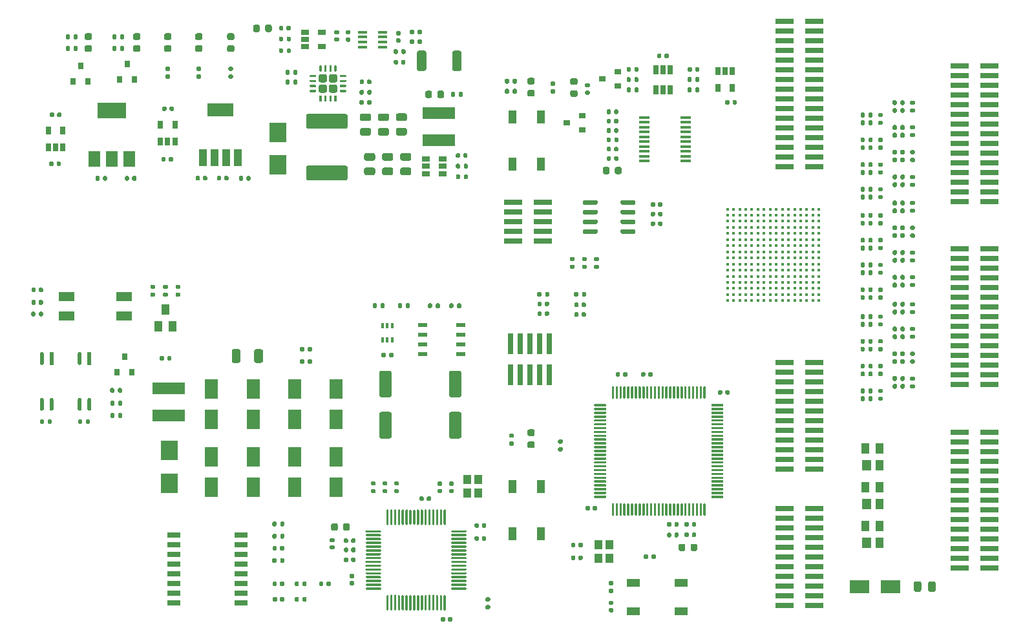
<source format=gbr>
%TF.GenerationSoftware,KiCad,Pcbnew,5.1.10-88a1d61d58~88~ubuntu20.04.1*%
%TF.CreationDate,2021-07-12T14:39:34+08:00*%
%TF.ProjectId,TestAutomation,54657374-4175-4746-9f6d-6174696f6e2e,rev?*%
%TF.SameCoordinates,Original*%
%TF.FileFunction,Paste,Top*%
%TF.FilePolarity,Positive*%
%FSLAX46Y46*%
G04 Gerber Fmt 4.6, Leading zero omitted, Abs format (unit mm)*
G04 Created by KiCad (PCBNEW 5.1.10-88a1d61d58~88~ubuntu20.04.1) date 2021-07-12 14:39:34*
%MOMM*%
%LPD*%
G01*
G04 APERTURE LIST*
%ADD10R,4.200000X1.500000*%
%ADD11R,0.900000X0.800000*%
%ADD12R,0.650000X1.220000*%
%ADD13R,0.650000X1.060000*%
%ADD14R,2.300000X2.500000*%
%ADD15R,2.400000X0.740000*%
%ADD16C,0.410000*%
%ADD17R,1.100000X1.800000*%
%ADD18R,1.060000X0.650000*%
%ADD19R,1.000000X2.200000*%
%ADD20R,3.400000X1.800000*%
%ADD21R,0.532132X1.702833*%
%ADD22R,1.220000X0.400000*%
%ADD23R,1.454899X0.354800*%
%ADD24R,1.193800X0.558800*%
%ADD25R,0.740000X2.790000*%
%ADD26R,1.000000X1.150000*%
%ADD27R,1.500000X2.000000*%
%ADD28R,3.800000X2.000000*%
%ADD29R,1.700000X0.760000*%
%ADD30R,1.800000X1.100000*%
%ADD31R,0.800000X0.900000*%
%ADD32R,0.400000X0.650000*%
%ADD33R,1.000000X1.400000*%
%ADD34R,2.000000X1.200000*%
%ADD35R,1.800000X2.500000*%
%ADD36R,2.500000X1.800000*%
%ADD37R,1.200000X1.400000*%
G04 APERTURE END LIST*
D10*
%TO.C,L3*%
X100400000Y-104700000D03*
X100400000Y-108300000D03*
%TD*%
%TO.C,F2*%
G36*
G01*
X199890000Y-131166250D02*
X199890000Y-130253750D01*
G75*
G02*
X200133750Y-130010000I243750J0D01*
G01*
X200621250Y-130010000D01*
G75*
G02*
X200865000Y-130253750I0J-243750D01*
G01*
X200865000Y-131166250D01*
G75*
G02*
X200621250Y-131410000I-243750J0D01*
G01*
X200133750Y-131410000D01*
G75*
G02*
X199890000Y-131166250I0J243750D01*
G01*
G37*
G36*
G01*
X198015000Y-131166250D02*
X198015000Y-130253750D01*
G75*
G02*
X198258750Y-130010000I243750J0D01*
G01*
X198746250Y-130010000D01*
G75*
G02*
X198990000Y-130253750I0J-243750D01*
G01*
X198990000Y-131166250D01*
G75*
G02*
X198746250Y-131410000I-243750J0D01*
G01*
X198258750Y-131410000D01*
G75*
G02*
X198015000Y-131166250I0J243750D01*
G01*
G37*
%TD*%
%TO.C,L4*%
X135780000Y-68640000D03*
X135780000Y-72240000D03*
%TD*%
D11*
%TO.C,D23*%
X157190000Y-64170000D03*
X159190000Y-63220000D03*
X159190000Y-65120000D03*
%TD*%
%TO.C,C98*%
G36*
G01*
X122240000Y-58750000D02*
X122580000Y-58750000D01*
G75*
G02*
X122720000Y-58890000I0J-140000D01*
G01*
X122720000Y-59170000D01*
G75*
G02*
X122580000Y-59310000I-140000J0D01*
G01*
X122240000Y-59310000D01*
G75*
G02*
X122100000Y-59170000I0J140000D01*
G01*
X122100000Y-58890000D01*
G75*
G02*
X122240000Y-58750000I140000J0D01*
G01*
G37*
G36*
G01*
X122240000Y-57790000D02*
X122580000Y-57790000D01*
G75*
G02*
X122720000Y-57930000I0J-140000D01*
G01*
X122720000Y-58210000D01*
G75*
G02*
X122580000Y-58350000I-140000J0D01*
G01*
X122240000Y-58350000D01*
G75*
G02*
X122100000Y-58210000I0J140000D01*
G01*
X122100000Y-57930000D01*
G75*
G02*
X122240000Y-57790000I140000J0D01*
G01*
G37*
%TD*%
%TO.C,C97*%
G36*
G01*
X173860000Y-67100000D02*
X173860000Y-67440000D01*
G75*
G02*
X173720000Y-67580000I-140000J0D01*
G01*
X173440000Y-67580000D01*
G75*
G02*
X173300000Y-67440000I0J140000D01*
G01*
X173300000Y-67100000D01*
G75*
G02*
X173440000Y-66960000I140000J0D01*
G01*
X173720000Y-66960000D01*
G75*
G02*
X173860000Y-67100000I0J-140000D01*
G01*
G37*
G36*
G01*
X174820000Y-67100000D02*
X174820000Y-67440000D01*
G75*
G02*
X174680000Y-67580000I-140000J0D01*
G01*
X174400000Y-67580000D01*
G75*
G02*
X174260000Y-67440000I0J140000D01*
G01*
X174260000Y-67100000D01*
G75*
G02*
X174400000Y-66960000I140000J0D01*
G01*
X174680000Y-66960000D01*
G75*
G02*
X174820000Y-67100000I0J-140000D01*
G01*
G37*
%TD*%
D12*
%TO.C,U2*%
X164190000Y-63000000D03*
X165140000Y-63000000D03*
X166090000Y-63000000D03*
X166090000Y-65620000D03*
X165140000Y-65620000D03*
X164190000Y-65620000D03*
%TD*%
D13*
%TO.C,U1*%
X174230000Y-65380000D03*
X172330000Y-65380000D03*
X172330000Y-63180000D03*
X173280000Y-63180000D03*
X174230000Y-63180000D03*
%TD*%
%TO.C,C1*%
G36*
G01*
X165340000Y-61330000D02*
X165340000Y-60990000D01*
G75*
G02*
X165480000Y-60850000I140000J0D01*
G01*
X165760000Y-60850000D01*
G75*
G02*
X165900000Y-60990000I0J-140000D01*
G01*
X165900000Y-61330000D01*
G75*
G02*
X165760000Y-61470000I-140000J0D01*
G01*
X165480000Y-61470000D01*
G75*
G02*
X165340000Y-61330000I0J140000D01*
G01*
G37*
G36*
G01*
X164380000Y-61330000D02*
X164380000Y-60990000D01*
G75*
G02*
X164520000Y-60850000I140000J0D01*
G01*
X164800000Y-60850000D01*
G75*
G02*
X164940000Y-60990000I0J-140000D01*
G01*
X164940000Y-61330000D01*
G75*
G02*
X164800000Y-61470000I-140000J0D01*
G01*
X164520000Y-61470000D01*
G75*
G02*
X164380000Y-61330000I0J140000D01*
G01*
G37*
%TD*%
%TO.C,R129*%
G36*
G01*
X116240000Y-64425000D02*
X116240000Y-64795000D01*
G75*
G02*
X116105000Y-64930000I-135000J0D01*
G01*
X115835000Y-64930000D01*
G75*
G02*
X115700000Y-64795000I0J135000D01*
G01*
X115700000Y-64425000D01*
G75*
G02*
X115835000Y-64290000I135000J0D01*
G01*
X116105000Y-64290000D01*
G75*
G02*
X116240000Y-64425000I0J-135000D01*
G01*
G37*
G36*
G01*
X117260000Y-64425000D02*
X117260000Y-64795000D01*
G75*
G02*
X117125000Y-64930000I-135000J0D01*
G01*
X116855000Y-64930000D01*
G75*
G02*
X116720000Y-64795000I0J135000D01*
G01*
X116720000Y-64425000D01*
G75*
G02*
X116855000Y-64290000I135000J0D01*
G01*
X117125000Y-64290000D01*
G75*
G02*
X117260000Y-64425000I0J-135000D01*
G01*
G37*
%TD*%
%TO.C,R128*%
G36*
G01*
X116720000Y-63505000D02*
X116720000Y-63135000D01*
G75*
G02*
X116855000Y-63000000I135000J0D01*
G01*
X117125000Y-63000000D01*
G75*
G02*
X117260000Y-63135000I0J-135000D01*
G01*
X117260000Y-63505000D01*
G75*
G02*
X117125000Y-63640000I-135000J0D01*
G01*
X116855000Y-63640000D01*
G75*
G02*
X116720000Y-63505000I0J135000D01*
G01*
G37*
G36*
G01*
X115700000Y-63505000D02*
X115700000Y-63135000D01*
G75*
G02*
X115835000Y-63000000I135000J0D01*
G01*
X116105000Y-63000000D01*
G75*
G02*
X116240000Y-63135000I0J-135000D01*
G01*
X116240000Y-63505000D01*
G75*
G02*
X116105000Y-63640000I-135000J0D01*
G01*
X115835000Y-63640000D01*
G75*
G02*
X115700000Y-63505000I0J135000D01*
G01*
G37*
%TD*%
%TO.C,U16*%
G36*
G01*
X121385000Y-65762501D02*
X121385000Y-65172499D01*
G75*
G02*
X121634999Y-64922500I249999J0D01*
G01*
X122225001Y-64922500D01*
G75*
G02*
X122475000Y-65172499I0J-249999D01*
G01*
X122475000Y-65762501D01*
G75*
G02*
X122225001Y-66012500I-249999J0D01*
G01*
X121634999Y-66012500D01*
G75*
G02*
X121385000Y-65762501I0J249999D01*
G01*
G37*
G36*
G01*
X121385000Y-64412501D02*
X121385000Y-63822499D01*
G75*
G02*
X121634999Y-63572500I249999J0D01*
G01*
X122225001Y-63572500D01*
G75*
G02*
X122475000Y-63822499I0J-249999D01*
G01*
X122475000Y-64412501D01*
G75*
G02*
X122225001Y-64662500I-249999J0D01*
G01*
X121634999Y-64662500D01*
G75*
G02*
X121385000Y-64412501I0J249999D01*
G01*
G37*
G36*
G01*
X120035000Y-65762501D02*
X120035000Y-65172499D01*
G75*
G02*
X120284999Y-64922500I249999J0D01*
G01*
X120875001Y-64922500D01*
G75*
G02*
X121125000Y-65172499I0J-249999D01*
G01*
X121125000Y-65762501D01*
G75*
G02*
X120875001Y-66012500I-249999J0D01*
G01*
X120284999Y-66012500D01*
G75*
G02*
X120035000Y-65762501I0J249999D01*
G01*
G37*
G36*
G01*
X120035000Y-64412501D02*
X120035000Y-63822499D01*
G75*
G02*
X120284999Y-63572500I249999J0D01*
G01*
X120875001Y-63572500D01*
G75*
G02*
X121125000Y-63822499I0J-249999D01*
G01*
X121125000Y-64412501D01*
G75*
G02*
X120875001Y-64662500I-249999J0D01*
G01*
X120284999Y-64662500D01*
G75*
G02*
X120035000Y-64412501I0J249999D01*
G01*
G37*
G36*
G01*
X120130000Y-63167500D02*
X120130000Y-62492500D01*
G75*
G02*
X120205000Y-62417500I75000J0D01*
G01*
X120355000Y-62417500D01*
G75*
G02*
X120430000Y-62492500I0J-75000D01*
G01*
X120430000Y-63167500D01*
G75*
G02*
X120355000Y-63242500I-75000J0D01*
G01*
X120205000Y-63242500D01*
G75*
G02*
X120130000Y-63167500I0J75000D01*
G01*
G37*
G36*
G01*
X120780000Y-63167500D02*
X120780000Y-62492500D01*
G75*
G02*
X120855000Y-62417500I75000J0D01*
G01*
X121005000Y-62417500D01*
G75*
G02*
X121080000Y-62492500I0J-75000D01*
G01*
X121080000Y-63167500D01*
G75*
G02*
X121005000Y-63242500I-75000J0D01*
G01*
X120855000Y-63242500D01*
G75*
G02*
X120780000Y-63167500I0J75000D01*
G01*
G37*
G36*
G01*
X121430000Y-63167500D02*
X121430000Y-62492500D01*
G75*
G02*
X121505000Y-62417500I75000J0D01*
G01*
X121655000Y-62417500D01*
G75*
G02*
X121730000Y-62492500I0J-75000D01*
G01*
X121730000Y-63167500D01*
G75*
G02*
X121655000Y-63242500I-75000J0D01*
G01*
X121505000Y-63242500D01*
G75*
G02*
X121430000Y-63167500I0J75000D01*
G01*
G37*
G36*
G01*
X122080000Y-63167500D02*
X122080000Y-62492500D01*
G75*
G02*
X122155000Y-62417500I75000J0D01*
G01*
X122305000Y-62417500D01*
G75*
G02*
X122380000Y-62492500I0J-75000D01*
G01*
X122380000Y-63167500D01*
G75*
G02*
X122305000Y-63242500I-75000J0D01*
G01*
X122155000Y-63242500D01*
G75*
G02*
X122080000Y-63167500I0J75000D01*
G01*
G37*
G36*
G01*
X122805000Y-63892500D02*
X122805000Y-63742500D01*
G75*
G02*
X122880000Y-63667500I75000J0D01*
G01*
X123555000Y-63667500D01*
G75*
G02*
X123630000Y-63742500I0J-75000D01*
G01*
X123630000Y-63892500D01*
G75*
G02*
X123555000Y-63967500I-75000J0D01*
G01*
X122880000Y-63967500D01*
G75*
G02*
X122805000Y-63892500I0J75000D01*
G01*
G37*
G36*
G01*
X122805000Y-64542500D02*
X122805000Y-64392500D01*
G75*
G02*
X122880000Y-64317500I75000J0D01*
G01*
X123555000Y-64317500D01*
G75*
G02*
X123630000Y-64392500I0J-75000D01*
G01*
X123630000Y-64542500D01*
G75*
G02*
X123555000Y-64617500I-75000J0D01*
G01*
X122880000Y-64617500D01*
G75*
G02*
X122805000Y-64542500I0J75000D01*
G01*
G37*
G36*
G01*
X122805000Y-65192500D02*
X122805000Y-65042500D01*
G75*
G02*
X122880000Y-64967500I75000J0D01*
G01*
X123555000Y-64967500D01*
G75*
G02*
X123630000Y-65042500I0J-75000D01*
G01*
X123630000Y-65192500D01*
G75*
G02*
X123555000Y-65267500I-75000J0D01*
G01*
X122880000Y-65267500D01*
G75*
G02*
X122805000Y-65192500I0J75000D01*
G01*
G37*
G36*
G01*
X122805000Y-65842500D02*
X122805000Y-65692500D01*
G75*
G02*
X122880000Y-65617500I75000J0D01*
G01*
X123555000Y-65617500D01*
G75*
G02*
X123630000Y-65692500I0J-75000D01*
G01*
X123630000Y-65842500D01*
G75*
G02*
X123555000Y-65917500I-75000J0D01*
G01*
X122880000Y-65917500D01*
G75*
G02*
X122805000Y-65842500I0J75000D01*
G01*
G37*
G36*
G01*
X122080000Y-67092500D02*
X122080000Y-66417500D01*
G75*
G02*
X122155000Y-66342500I75000J0D01*
G01*
X122305000Y-66342500D01*
G75*
G02*
X122380000Y-66417500I0J-75000D01*
G01*
X122380000Y-67092500D01*
G75*
G02*
X122305000Y-67167500I-75000J0D01*
G01*
X122155000Y-67167500D01*
G75*
G02*
X122080000Y-67092500I0J75000D01*
G01*
G37*
G36*
G01*
X121430000Y-67092500D02*
X121430000Y-66417500D01*
G75*
G02*
X121505000Y-66342500I75000J0D01*
G01*
X121655000Y-66342500D01*
G75*
G02*
X121730000Y-66417500I0J-75000D01*
G01*
X121730000Y-67092500D01*
G75*
G02*
X121655000Y-67167500I-75000J0D01*
G01*
X121505000Y-67167500D01*
G75*
G02*
X121430000Y-67092500I0J75000D01*
G01*
G37*
G36*
G01*
X120780000Y-67092500D02*
X120780000Y-66417500D01*
G75*
G02*
X120855000Y-66342500I75000J0D01*
G01*
X121005000Y-66342500D01*
G75*
G02*
X121080000Y-66417500I0J-75000D01*
G01*
X121080000Y-67092500D01*
G75*
G02*
X121005000Y-67167500I-75000J0D01*
G01*
X120855000Y-67167500D01*
G75*
G02*
X120780000Y-67092500I0J75000D01*
G01*
G37*
G36*
G01*
X120130000Y-67092500D02*
X120130000Y-66417500D01*
G75*
G02*
X120205000Y-66342500I75000J0D01*
G01*
X120355000Y-66342500D01*
G75*
G02*
X120430000Y-66417500I0J-75000D01*
G01*
X120430000Y-67092500D01*
G75*
G02*
X120355000Y-67167500I-75000J0D01*
G01*
X120205000Y-67167500D01*
G75*
G02*
X120130000Y-67092500I0J75000D01*
G01*
G37*
G36*
G01*
X118880000Y-65842500D02*
X118880000Y-65692500D01*
G75*
G02*
X118955000Y-65617500I75000J0D01*
G01*
X119630000Y-65617500D01*
G75*
G02*
X119705000Y-65692500I0J-75000D01*
G01*
X119705000Y-65842500D01*
G75*
G02*
X119630000Y-65917500I-75000J0D01*
G01*
X118955000Y-65917500D01*
G75*
G02*
X118880000Y-65842500I0J75000D01*
G01*
G37*
G36*
G01*
X118880000Y-65192500D02*
X118880000Y-65042500D01*
G75*
G02*
X118955000Y-64967500I75000J0D01*
G01*
X119630000Y-64967500D01*
G75*
G02*
X119705000Y-65042500I0J-75000D01*
G01*
X119705000Y-65192500D01*
G75*
G02*
X119630000Y-65267500I-75000J0D01*
G01*
X118955000Y-65267500D01*
G75*
G02*
X118880000Y-65192500I0J75000D01*
G01*
G37*
G36*
G01*
X118880000Y-64542500D02*
X118880000Y-64392500D01*
G75*
G02*
X118955000Y-64317500I75000J0D01*
G01*
X119630000Y-64317500D01*
G75*
G02*
X119705000Y-64392500I0J-75000D01*
G01*
X119705000Y-64542500D01*
G75*
G02*
X119630000Y-64617500I-75000J0D01*
G01*
X118955000Y-64617500D01*
G75*
G02*
X118880000Y-64542500I0J75000D01*
G01*
G37*
G36*
G01*
X118880000Y-63892500D02*
X118880000Y-63742500D01*
G75*
G02*
X118955000Y-63667500I75000J0D01*
G01*
X119630000Y-63667500D01*
G75*
G02*
X119705000Y-63742500I0J-75000D01*
G01*
X119705000Y-63892500D01*
G75*
G02*
X119630000Y-63967500I-75000J0D01*
G01*
X118955000Y-63967500D01*
G75*
G02*
X118880000Y-63892500I0J75000D01*
G01*
G37*
%TD*%
%TO.C,R127*%
G36*
G01*
X126420000Y-66135000D02*
X126420000Y-65765000D01*
G75*
G02*
X126555000Y-65630000I135000J0D01*
G01*
X126825000Y-65630000D01*
G75*
G02*
X126960000Y-65765000I0J-135000D01*
G01*
X126960000Y-66135000D01*
G75*
G02*
X126825000Y-66270000I-135000J0D01*
G01*
X126555000Y-66270000D01*
G75*
G02*
X126420000Y-66135000I0J135000D01*
G01*
G37*
G36*
G01*
X125400000Y-66135000D02*
X125400000Y-65765000D01*
G75*
G02*
X125535000Y-65630000I135000J0D01*
G01*
X125805000Y-65630000D01*
G75*
G02*
X125940000Y-65765000I0J-135000D01*
G01*
X125940000Y-66135000D01*
G75*
G02*
X125805000Y-66270000I-135000J0D01*
G01*
X125535000Y-66270000D01*
G75*
G02*
X125400000Y-66135000I0J135000D01*
G01*
G37*
%TD*%
%TO.C,R126*%
G36*
G01*
X126420000Y-67445000D02*
X126420000Y-67075000D01*
G75*
G02*
X126555000Y-66940000I135000J0D01*
G01*
X126825000Y-66940000D01*
G75*
G02*
X126960000Y-67075000I0J-135000D01*
G01*
X126960000Y-67445000D01*
G75*
G02*
X126825000Y-67580000I-135000J0D01*
G01*
X126555000Y-67580000D01*
G75*
G02*
X126420000Y-67445000I0J135000D01*
G01*
G37*
G36*
G01*
X125400000Y-67445000D02*
X125400000Y-67075000D01*
G75*
G02*
X125535000Y-66940000I135000J0D01*
G01*
X125805000Y-66940000D01*
G75*
G02*
X125940000Y-67075000I0J-135000D01*
G01*
X125940000Y-67445000D01*
G75*
G02*
X125805000Y-67580000I-135000J0D01*
G01*
X125535000Y-67580000D01*
G75*
G02*
X125400000Y-67445000I0J135000D01*
G01*
G37*
%TD*%
%TO.C,C89*%
G36*
G01*
X126380000Y-64750000D02*
X126380000Y-64410000D01*
G75*
G02*
X126520000Y-64270000I140000J0D01*
G01*
X126800000Y-64270000D01*
G75*
G02*
X126940000Y-64410000I0J-140000D01*
G01*
X126940000Y-64750000D01*
G75*
G02*
X126800000Y-64890000I-140000J0D01*
G01*
X126520000Y-64890000D01*
G75*
G02*
X126380000Y-64750000I0J140000D01*
G01*
G37*
G36*
G01*
X125420000Y-64750000D02*
X125420000Y-64410000D01*
G75*
G02*
X125560000Y-64270000I140000J0D01*
G01*
X125840000Y-64270000D01*
G75*
G02*
X125980000Y-64410000I0J-140000D01*
G01*
X125980000Y-64750000D01*
G75*
G02*
X125840000Y-64890000I-140000J0D01*
G01*
X125560000Y-64890000D01*
G75*
G02*
X125420000Y-64750000I0J140000D01*
G01*
G37*
%TD*%
%TO.C,C61*%
G36*
G01*
X136600000Y-134830000D02*
X136600000Y-135170000D01*
G75*
G02*
X136460000Y-135310000I-140000J0D01*
G01*
X136180000Y-135310000D01*
G75*
G02*
X136040000Y-135170000I0J140000D01*
G01*
X136040000Y-134830000D01*
G75*
G02*
X136180000Y-134690000I140000J0D01*
G01*
X136460000Y-134690000D01*
G75*
G02*
X136600000Y-134830000I0J-140000D01*
G01*
G37*
G36*
G01*
X137560000Y-134830000D02*
X137560000Y-135170000D01*
G75*
G02*
X137420000Y-135310000I-140000J0D01*
G01*
X137140000Y-135310000D01*
G75*
G02*
X137000000Y-135170000I0J140000D01*
G01*
X137000000Y-134830000D01*
G75*
G02*
X137140000Y-134690000I140000J0D01*
G01*
X137420000Y-134690000D01*
G75*
G02*
X137560000Y-134830000I0J-140000D01*
G01*
G37*
%TD*%
%TO.C,C69*%
G36*
G01*
X121630000Y-125300000D02*
X121970000Y-125300000D01*
G75*
G02*
X122110000Y-125440000I0J-140000D01*
G01*
X122110000Y-125720000D01*
G75*
G02*
X121970000Y-125860000I-140000J0D01*
G01*
X121630000Y-125860000D01*
G75*
G02*
X121490000Y-125720000I0J140000D01*
G01*
X121490000Y-125440000D01*
G75*
G02*
X121630000Y-125300000I140000J0D01*
G01*
G37*
G36*
G01*
X121630000Y-124340000D02*
X121970000Y-124340000D01*
G75*
G02*
X122110000Y-124480000I0J-140000D01*
G01*
X122110000Y-124760000D01*
G75*
G02*
X121970000Y-124900000I-140000J0D01*
G01*
X121630000Y-124900000D01*
G75*
G02*
X121490000Y-124760000I0J140000D01*
G01*
X121490000Y-124480000D01*
G75*
G02*
X121630000Y-124340000I140000J0D01*
G01*
G37*
%TD*%
%TO.C,C68*%
G36*
G01*
X123900000Y-125730000D02*
X123900000Y-126070000D01*
G75*
G02*
X123760000Y-126210000I-140000J0D01*
G01*
X123480000Y-126210000D01*
G75*
G02*
X123340000Y-126070000I0J140000D01*
G01*
X123340000Y-125730000D01*
G75*
G02*
X123480000Y-125590000I140000J0D01*
G01*
X123760000Y-125590000D01*
G75*
G02*
X123900000Y-125730000I0J-140000D01*
G01*
G37*
G36*
G01*
X124860000Y-125730000D02*
X124860000Y-126070000D01*
G75*
G02*
X124720000Y-126210000I-140000J0D01*
G01*
X124440000Y-126210000D01*
G75*
G02*
X124300000Y-126070000I0J140000D01*
G01*
X124300000Y-125730000D01*
G75*
G02*
X124440000Y-125590000I140000J0D01*
G01*
X124720000Y-125590000D01*
G75*
G02*
X124860000Y-125730000I0J-140000D01*
G01*
G37*
%TD*%
%TO.C,C66*%
G36*
G01*
X124230000Y-130000000D02*
X124570000Y-130000000D01*
G75*
G02*
X124710000Y-130140000I0J-140000D01*
G01*
X124710000Y-130420000D01*
G75*
G02*
X124570000Y-130560000I-140000J0D01*
G01*
X124230000Y-130560000D01*
G75*
G02*
X124090000Y-130420000I0J140000D01*
G01*
X124090000Y-130140000D01*
G75*
G02*
X124230000Y-130000000I140000J0D01*
G01*
G37*
G36*
G01*
X124230000Y-129040000D02*
X124570000Y-129040000D01*
G75*
G02*
X124710000Y-129180000I0J-140000D01*
G01*
X124710000Y-129460000D01*
G75*
G02*
X124570000Y-129600000I-140000J0D01*
G01*
X124230000Y-129600000D01*
G75*
G02*
X124090000Y-129460000I0J140000D01*
G01*
X124090000Y-129180000D01*
G75*
G02*
X124230000Y-129040000I140000J0D01*
G01*
G37*
%TD*%
%TO.C,C65*%
G36*
G01*
X123900000Y-124530000D02*
X123900000Y-124870000D01*
G75*
G02*
X123760000Y-125010000I-140000J0D01*
G01*
X123480000Y-125010000D01*
G75*
G02*
X123340000Y-124870000I0J140000D01*
G01*
X123340000Y-124530000D01*
G75*
G02*
X123480000Y-124390000I140000J0D01*
G01*
X123760000Y-124390000D01*
G75*
G02*
X123900000Y-124530000I0J-140000D01*
G01*
G37*
G36*
G01*
X124860000Y-124530000D02*
X124860000Y-124870000D01*
G75*
G02*
X124720000Y-125010000I-140000J0D01*
G01*
X124440000Y-125010000D01*
G75*
G02*
X124300000Y-124870000I0J140000D01*
G01*
X124300000Y-124530000D01*
G75*
G02*
X124440000Y-124390000I140000J0D01*
G01*
X124720000Y-124390000D01*
G75*
G02*
X124860000Y-124530000I0J-140000D01*
G01*
G37*
%TD*%
%TO.C,C64*%
G36*
G01*
X133800000Y-119030000D02*
X133800000Y-119370000D01*
G75*
G02*
X133660000Y-119510000I-140000J0D01*
G01*
X133380000Y-119510000D01*
G75*
G02*
X133240000Y-119370000I0J140000D01*
G01*
X133240000Y-119030000D01*
G75*
G02*
X133380000Y-118890000I140000J0D01*
G01*
X133660000Y-118890000D01*
G75*
G02*
X133800000Y-119030000I0J-140000D01*
G01*
G37*
G36*
G01*
X134760000Y-119030000D02*
X134760000Y-119370000D01*
G75*
G02*
X134620000Y-119510000I-140000J0D01*
G01*
X134340000Y-119510000D01*
G75*
G02*
X134200000Y-119370000I0J140000D01*
G01*
X134200000Y-119030000D01*
G75*
G02*
X134340000Y-118890000I140000J0D01*
G01*
X134620000Y-118890000D01*
G75*
G02*
X134760000Y-119030000I0J-140000D01*
G01*
G37*
%TD*%
%TO.C,C62*%
G36*
G01*
X141420000Y-122870000D02*
X141420000Y-122530000D01*
G75*
G02*
X141560000Y-122390000I140000J0D01*
G01*
X141840000Y-122390000D01*
G75*
G02*
X141980000Y-122530000I0J-140000D01*
G01*
X141980000Y-122870000D01*
G75*
G02*
X141840000Y-123010000I-140000J0D01*
G01*
X141560000Y-123010000D01*
G75*
G02*
X141420000Y-122870000I0J140000D01*
G01*
G37*
G36*
G01*
X140460000Y-122870000D02*
X140460000Y-122530000D01*
G75*
G02*
X140600000Y-122390000I140000J0D01*
G01*
X140880000Y-122390000D01*
G75*
G02*
X141020000Y-122530000I0J-140000D01*
G01*
X141020000Y-122870000D01*
G75*
G02*
X140880000Y-123010000I-140000J0D01*
G01*
X140600000Y-123010000D01*
G75*
G02*
X140460000Y-122870000I0J140000D01*
G01*
G37*
%TD*%
%TO.C,U6*%
X99296000Y-72404000D03*
X100246000Y-72404000D03*
X101196000Y-72404000D03*
X101196000Y-70204000D03*
X99296000Y-70204000D03*
%TD*%
%TO.C,C78*%
G36*
G01*
X155560000Y-120260000D02*
X155560000Y-120600000D01*
G75*
G02*
X155420000Y-120740000I-140000J0D01*
G01*
X155140000Y-120740000D01*
G75*
G02*
X155000000Y-120600000I0J140000D01*
G01*
X155000000Y-120260000D01*
G75*
G02*
X155140000Y-120120000I140000J0D01*
G01*
X155420000Y-120120000D01*
G75*
G02*
X155560000Y-120260000I0J-140000D01*
G01*
G37*
G36*
G01*
X156520000Y-120260000D02*
X156520000Y-120600000D01*
G75*
G02*
X156380000Y-120740000I-140000J0D01*
G01*
X156100000Y-120740000D01*
G75*
G02*
X155960000Y-120600000I0J140000D01*
G01*
X155960000Y-120260000D01*
G75*
G02*
X156100000Y-120120000I140000J0D01*
G01*
X156380000Y-120120000D01*
G75*
G02*
X156520000Y-120260000I0J-140000D01*
G01*
G37*
%TD*%
%TO.C,U15*%
G36*
G01*
X158673000Y-121419000D02*
X158523000Y-121419000D01*
G75*
G02*
X158448000Y-121344000I0J75000D01*
G01*
X158448000Y-119894000D01*
G75*
G02*
X158523000Y-119819000I75000J0D01*
G01*
X158673000Y-119819000D01*
G75*
G02*
X158748000Y-119894000I0J-75000D01*
G01*
X158748000Y-121344000D01*
G75*
G02*
X158673000Y-121419000I-75000J0D01*
G01*
G37*
G36*
G01*
X159173000Y-121419000D02*
X159023000Y-121419000D01*
G75*
G02*
X158948000Y-121344000I0J75000D01*
G01*
X158948000Y-119894000D01*
G75*
G02*
X159023000Y-119819000I75000J0D01*
G01*
X159173000Y-119819000D01*
G75*
G02*
X159248000Y-119894000I0J-75000D01*
G01*
X159248000Y-121344000D01*
G75*
G02*
X159173000Y-121419000I-75000J0D01*
G01*
G37*
G36*
G01*
X159673000Y-121419000D02*
X159523000Y-121419000D01*
G75*
G02*
X159448000Y-121344000I0J75000D01*
G01*
X159448000Y-119894000D01*
G75*
G02*
X159523000Y-119819000I75000J0D01*
G01*
X159673000Y-119819000D01*
G75*
G02*
X159748000Y-119894000I0J-75000D01*
G01*
X159748000Y-121344000D01*
G75*
G02*
X159673000Y-121419000I-75000J0D01*
G01*
G37*
G36*
G01*
X160173000Y-121419000D02*
X160023000Y-121419000D01*
G75*
G02*
X159948000Y-121344000I0J75000D01*
G01*
X159948000Y-119894000D01*
G75*
G02*
X160023000Y-119819000I75000J0D01*
G01*
X160173000Y-119819000D01*
G75*
G02*
X160248000Y-119894000I0J-75000D01*
G01*
X160248000Y-121344000D01*
G75*
G02*
X160173000Y-121419000I-75000J0D01*
G01*
G37*
G36*
G01*
X160673000Y-121419000D02*
X160523000Y-121419000D01*
G75*
G02*
X160448000Y-121344000I0J75000D01*
G01*
X160448000Y-119894000D01*
G75*
G02*
X160523000Y-119819000I75000J0D01*
G01*
X160673000Y-119819000D01*
G75*
G02*
X160748000Y-119894000I0J-75000D01*
G01*
X160748000Y-121344000D01*
G75*
G02*
X160673000Y-121419000I-75000J0D01*
G01*
G37*
G36*
G01*
X161173000Y-121419000D02*
X161023000Y-121419000D01*
G75*
G02*
X160948000Y-121344000I0J75000D01*
G01*
X160948000Y-119894000D01*
G75*
G02*
X161023000Y-119819000I75000J0D01*
G01*
X161173000Y-119819000D01*
G75*
G02*
X161248000Y-119894000I0J-75000D01*
G01*
X161248000Y-121344000D01*
G75*
G02*
X161173000Y-121419000I-75000J0D01*
G01*
G37*
G36*
G01*
X161673000Y-121419000D02*
X161523000Y-121419000D01*
G75*
G02*
X161448000Y-121344000I0J75000D01*
G01*
X161448000Y-119894000D01*
G75*
G02*
X161523000Y-119819000I75000J0D01*
G01*
X161673000Y-119819000D01*
G75*
G02*
X161748000Y-119894000I0J-75000D01*
G01*
X161748000Y-121344000D01*
G75*
G02*
X161673000Y-121419000I-75000J0D01*
G01*
G37*
G36*
G01*
X162173000Y-121419000D02*
X162023000Y-121419000D01*
G75*
G02*
X161948000Y-121344000I0J75000D01*
G01*
X161948000Y-119894000D01*
G75*
G02*
X162023000Y-119819000I75000J0D01*
G01*
X162173000Y-119819000D01*
G75*
G02*
X162248000Y-119894000I0J-75000D01*
G01*
X162248000Y-121344000D01*
G75*
G02*
X162173000Y-121419000I-75000J0D01*
G01*
G37*
G36*
G01*
X162673000Y-121419000D02*
X162523000Y-121419000D01*
G75*
G02*
X162448000Y-121344000I0J75000D01*
G01*
X162448000Y-119894000D01*
G75*
G02*
X162523000Y-119819000I75000J0D01*
G01*
X162673000Y-119819000D01*
G75*
G02*
X162748000Y-119894000I0J-75000D01*
G01*
X162748000Y-121344000D01*
G75*
G02*
X162673000Y-121419000I-75000J0D01*
G01*
G37*
G36*
G01*
X163173000Y-121419000D02*
X163023000Y-121419000D01*
G75*
G02*
X162948000Y-121344000I0J75000D01*
G01*
X162948000Y-119894000D01*
G75*
G02*
X163023000Y-119819000I75000J0D01*
G01*
X163173000Y-119819000D01*
G75*
G02*
X163248000Y-119894000I0J-75000D01*
G01*
X163248000Y-121344000D01*
G75*
G02*
X163173000Y-121419000I-75000J0D01*
G01*
G37*
G36*
G01*
X163673000Y-121419000D02*
X163523000Y-121419000D01*
G75*
G02*
X163448000Y-121344000I0J75000D01*
G01*
X163448000Y-119894000D01*
G75*
G02*
X163523000Y-119819000I75000J0D01*
G01*
X163673000Y-119819000D01*
G75*
G02*
X163748000Y-119894000I0J-75000D01*
G01*
X163748000Y-121344000D01*
G75*
G02*
X163673000Y-121419000I-75000J0D01*
G01*
G37*
G36*
G01*
X164173000Y-121419000D02*
X164023000Y-121419000D01*
G75*
G02*
X163948000Y-121344000I0J75000D01*
G01*
X163948000Y-119894000D01*
G75*
G02*
X164023000Y-119819000I75000J0D01*
G01*
X164173000Y-119819000D01*
G75*
G02*
X164248000Y-119894000I0J-75000D01*
G01*
X164248000Y-121344000D01*
G75*
G02*
X164173000Y-121419000I-75000J0D01*
G01*
G37*
G36*
G01*
X164673000Y-121419000D02*
X164523000Y-121419000D01*
G75*
G02*
X164448000Y-121344000I0J75000D01*
G01*
X164448000Y-119894000D01*
G75*
G02*
X164523000Y-119819000I75000J0D01*
G01*
X164673000Y-119819000D01*
G75*
G02*
X164748000Y-119894000I0J-75000D01*
G01*
X164748000Y-121344000D01*
G75*
G02*
X164673000Y-121419000I-75000J0D01*
G01*
G37*
G36*
G01*
X165173000Y-121419000D02*
X165023000Y-121419000D01*
G75*
G02*
X164948000Y-121344000I0J75000D01*
G01*
X164948000Y-119894000D01*
G75*
G02*
X165023000Y-119819000I75000J0D01*
G01*
X165173000Y-119819000D01*
G75*
G02*
X165248000Y-119894000I0J-75000D01*
G01*
X165248000Y-121344000D01*
G75*
G02*
X165173000Y-121419000I-75000J0D01*
G01*
G37*
G36*
G01*
X165673000Y-121419000D02*
X165523000Y-121419000D01*
G75*
G02*
X165448000Y-121344000I0J75000D01*
G01*
X165448000Y-119894000D01*
G75*
G02*
X165523000Y-119819000I75000J0D01*
G01*
X165673000Y-119819000D01*
G75*
G02*
X165748000Y-119894000I0J-75000D01*
G01*
X165748000Y-121344000D01*
G75*
G02*
X165673000Y-121419000I-75000J0D01*
G01*
G37*
G36*
G01*
X166173000Y-121419000D02*
X166023000Y-121419000D01*
G75*
G02*
X165948000Y-121344000I0J75000D01*
G01*
X165948000Y-119894000D01*
G75*
G02*
X166023000Y-119819000I75000J0D01*
G01*
X166173000Y-119819000D01*
G75*
G02*
X166248000Y-119894000I0J-75000D01*
G01*
X166248000Y-121344000D01*
G75*
G02*
X166173000Y-121419000I-75000J0D01*
G01*
G37*
G36*
G01*
X166673000Y-121419000D02*
X166523000Y-121419000D01*
G75*
G02*
X166448000Y-121344000I0J75000D01*
G01*
X166448000Y-119894000D01*
G75*
G02*
X166523000Y-119819000I75000J0D01*
G01*
X166673000Y-119819000D01*
G75*
G02*
X166748000Y-119894000I0J-75000D01*
G01*
X166748000Y-121344000D01*
G75*
G02*
X166673000Y-121419000I-75000J0D01*
G01*
G37*
G36*
G01*
X167173000Y-121419000D02*
X167023000Y-121419000D01*
G75*
G02*
X166948000Y-121344000I0J75000D01*
G01*
X166948000Y-119894000D01*
G75*
G02*
X167023000Y-119819000I75000J0D01*
G01*
X167173000Y-119819000D01*
G75*
G02*
X167248000Y-119894000I0J-75000D01*
G01*
X167248000Y-121344000D01*
G75*
G02*
X167173000Y-121419000I-75000J0D01*
G01*
G37*
G36*
G01*
X167673000Y-121419000D02*
X167523000Y-121419000D01*
G75*
G02*
X167448000Y-121344000I0J75000D01*
G01*
X167448000Y-119894000D01*
G75*
G02*
X167523000Y-119819000I75000J0D01*
G01*
X167673000Y-119819000D01*
G75*
G02*
X167748000Y-119894000I0J-75000D01*
G01*
X167748000Y-121344000D01*
G75*
G02*
X167673000Y-121419000I-75000J0D01*
G01*
G37*
G36*
G01*
X168173000Y-121419000D02*
X168023000Y-121419000D01*
G75*
G02*
X167948000Y-121344000I0J75000D01*
G01*
X167948000Y-119894000D01*
G75*
G02*
X168023000Y-119819000I75000J0D01*
G01*
X168173000Y-119819000D01*
G75*
G02*
X168248000Y-119894000I0J-75000D01*
G01*
X168248000Y-121344000D01*
G75*
G02*
X168173000Y-121419000I-75000J0D01*
G01*
G37*
G36*
G01*
X168673000Y-121419000D02*
X168523000Y-121419000D01*
G75*
G02*
X168448000Y-121344000I0J75000D01*
G01*
X168448000Y-119894000D01*
G75*
G02*
X168523000Y-119819000I75000J0D01*
G01*
X168673000Y-119819000D01*
G75*
G02*
X168748000Y-119894000I0J-75000D01*
G01*
X168748000Y-121344000D01*
G75*
G02*
X168673000Y-121419000I-75000J0D01*
G01*
G37*
G36*
G01*
X169173000Y-121419000D02*
X169023000Y-121419000D01*
G75*
G02*
X168948000Y-121344000I0J75000D01*
G01*
X168948000Y-119894000D01*
G75*
G02*
X169023000Y-119819000I75000J0D01*
G01*
X169173000Y-119819000D01*
G75*
G02*
X169248000Y-119894000I0J-75000D01*
G01*
X169248000Y-121344000D01*
G75*
G02*
X169173000Y-121419000I-75000J0D01*
G01*
G37*
G36*
G01*
X169673000Y-121419000D02*
X169523000Y-121419000D01*
G75*
G02*
X169448000Y-121344000I0J75000D01*
G01*
X169448000Y-119894000D01*
G75*
G02*
X169523000Y-119819000I75000J0D01*
G01*
X169673000Y-119819000D01*
G75*
G02*
X169748000Y-119894000I0J-75000D01*
G01*
X169748000Y-121344000D01*
G75*
G02*
X169673000Y-121419000I-75000J0D01*
G01*
G37*
G36*
G01*
X170173000Y-121419000D02*
X170023000Y-121419000D01*
G75*
G02*
X169948000Y-121344000I0J75000D01*
G01*
X169948000Y-119894000D01*
G75*
G02*
X170023000Y-119819000I75000J0D01*
G01*
X170173000Y-119819000D01*
G75*
G02*
X170248000Y-119894000I0J-75000D01*
G01*
X170248000Y-121344000D01*
G75*
G02*
X170173000Y-121419000I-75000J0D01*
G01*
G37*
G36*
G01*
X170673000Y-121419000D02*
X170523000Y-121419000D01*
G75*
G02*
X170448000Y-121344000I0J75000D01*
G01*
X170448000Y-119894000D01*
G75*
G02*
X170523000Y-119819000I75000J0D01*
G01*
X170673000Y-119819000D01*
G75*
G02*
X170748000Y-119894000I0J-75000D01*
G01*
X170748000Y-121344000D01*
G75*
G02*
X170673000Y-121419000I-75000J0D01*
G01*
G37*
G36*
G01*
X172998000Y-119094000D02*
X171548000Y-119094000D01*
G75*
G02*
X171473000Y-119019000I0J75000D01*
G01*
X171473000Y-118869000D01*
G75*
G02*
X171548000Y-118794000I75000J0D01*
G01*
X172998000Y-118794000D01*
G75*
G02*
X173073000Y-118869000I0J-75000D01*
G01*
X173073000Y-119019000D01*
G75*
G02*
X172998000Y-119094000I-75000J0D01*
G01*
G37*
G36*
G01*
X172998000Y-118594000D02*
X171548000Y-118594000D01*
G75*
G02*
X171473000Y-118519000I0J75000D01*
G01*
X171473000Y-118369000D01*
G75*
G02*
X171548000Y-118294000I75000J0D01*
G01*
X172998000Y-118294000D01*
G75*
G02*
X173073000Y-118369000I0J-75000D01*
G01*
X173073000Y-118519000D01*
G75*
G02*
X172998000Y-118594000I-75000J0D01*
G01*
G37*
G36*
G01*
X172998000Y-118094000D02*
X171548000Y-118094000D01*
G75*
G02*
X171473000Y-118019000I0J75000D01*
G01*
X171473000Y-117869000D01*
G75*
G02*
X171548000Y-117794000I75000J0D01*
G01*
X172998000Y-117794000D01*
G75*
G02*
X173073000Y-117869000I0J-75000D01*
G01*
X173073000Y-118019000D01*
G75*
G02*
X172998000Y-118094000I-75000J0D01*
G01*
G37*
G36*
G01*
X172998000Y-117594000D02*
X171548000Y-117594000D01*
G75*
G02*
X171473000Y-117519000I0J75000D01*
G01*
X171473000Y-117369000D01*
G75*
G02*
X171548000Y-117294000I75000J0D01*
G01*
X172998000Y-117294000D01*
G75*
G02*
X173073000Y-117369000I0J-75000D01*
G01*
X173073000Y-117519000D01*
G75*
G02*
X172998000Y-117594000I-75000J0D01*
G01*
G37*
G36*
G01*
X172998000Y-117094000D02*
X171548000Y-117094000D01*
G75*
G02*
X171473000Y-117019000I0J75000D01*
G01*
X171473000Y-116869000D01*
G75*
G02*
X171548000Y-116794000I75000J0D01*
G01*
X172998000Y-116794000D01*
G75*
G02*
X173073000Y-116869000I0J-75000D01*
G01*
X173073000Y-117019000D01*
G75*
G02*
X172998000Y-117094000I-75000J0D01*
G01*
G37*
G36*
G01*
X172998000Y-116594000D02*
X171548000Y-116594000D01*
G75*
G02*
X171473000Y-116519000I0J75000D01*
G01*
X171473000Y-116369000D01*
G75*
G02*
X171548000Y-116294000I75000J0D01*
G01*
X172998000Y-116294000D01*
G75*
G02*
X173073000Y-116369000I0J-75000D01*
G01*
X173073000Y-116519000D01*
G75*
G02*
X172998000Y-116594000I-75000J0D01*
G01*
G37*
G36*
G01*
X172998000Y-116094000D02*
X171548000Y-116094000D01*
G75*
G02*
X171473000Y-116019000I0J75000D01*
G01*
X171473000Y-115869000D01*
G75*
G02*
X171548000Y-115794000I75000J0D01*
G01*
X172998000Y-115794000D01*
G75*
G02*
X173073000Y-115869000I0J-75000D01*
G01*
X173073000Y-116019000D01*
G75*
G02*
X172998000Y-116094000I-75000J0D01*
G01*
G37*
G36*
G01*
X172998000Y-115594000D02*
X171548000Y-115594000D01*
G75*
G02*
X171473000Y-115519000I0J75000D01*
G01*
X171473000Y-115369000D01*
G75*
G02*
X171548000Y-115294000I75000J0D01*
G01*
X172998000Y-115294000D01*
G75*
G02*
X173073000Y-115369000I0J-75000D01*
G01*
X173073000Y-115519000D01*
G75*
G02*
X172998000Y-115594000I-75000J0D01*
G01*
G37*
G36*
G01*
X172998000Y-115094000D02*
X171548000Y-115094000D01*
G75*
G02*
X171473000Y-115019000I0J75000D01*
G01*
X171473000Y-114869000D01*
G75*
G02*
X171548000Y-114794000I75000J0D01*
G01*
X172998000Y-114794000D01*
G75*
G02*
X173073000Y-114869000I0J-75000D01*
G01*
X173073000Y-115019000D01*
G75*
G02*
X172998000Y-115094000I-75000J0D01*
G01*
G37*
G36*
G01*
X172998000Y-114594000D02*
X171548000Y-114594000D01*
G75*
G02*
X171473000Y-114519000I0J75000D01*
G01*
X171473000Y-114369000D01*
G75*
G02*
X171548000Y-114294000I75000J0D01*
G01*
X172998000Y-114294000D01*
G75*
G02*
X173073000Y-114369000I0J-75000D01*
G01*
X173073000Y-114519000D01*
G75*
G02*
X172998000Y-114594000I-75000J0D01*
G01*
G37*
G36*
G01*
X172998000Y-114094000D02*
X171548000Y-114094000D01*
G75*
G02*
X171473000Y-114019000I0J75000D01*
G01*
X171473000Y-113869000D01*
G75*
G02*
X171548000Y-113794000I75000J0D01*
G01*
X172998000Y-113794000D01*
G75*
G02*
X173073000Y-113869000I0J-75000D01*
G01*
X173073000Y-114019000D01*
G75*
G02*
X172998000Y-114094000I-75000J0D01*
G01*
G37*
G36*
G01*
X172998000Y-113594000D02*
X171548000Y-113594000D01*
G75*
G02*
X171473000Y-113519000I0J75000D01*
G01*
X171473000Y-113369000D01*
G75*
G02*
X171548000Y-113294000I75000J0D01*
G01*
X172998000Y-113294000D01*
G75*
G02*
X173073000Y-113369000I0J-75000D01*
G01*
X173073000Y-113519000D01*
G75*
G02*
X172998000Y-113594000I-75000J0D01*
G01*
G37*
G36*
G01*
X172998000Y-113094000D02*
X171548000Y-113094000D01*
G75*
G02*
X171473000Y-113019000I0J75000D01*
G01*
X171473000Y-112869000D01*
G75*
G02*
X171548000Y-112794000I75000J0D01*
G01*
X172998000Y-112794000D01*
G75*
G02*
X173073000Y-112869000I0J-75000D01*
G01*
X173073000Y-113019000D01*
G75*
G02*
X172998000Y-113094000I-75000J0D01*
G01*
G37*
G36*
G01*
X172998000Y-112594000D02*
X171548000Y-112594000D01*
G75*
G02*
X171473000Y-112519000I0J75000D01*
G01*
X171473000Y-112369000D01*
G75*
G02*
X171548000Y-112294000I75000J0D01*
G01*
X172998000Y-112294000D01*
G75*
G02*
X173073000Y-112369000I0J-75000D01*
G01*
X173073000Y-112519000D01*
G75*
G02*
X172998000Y-112594000I-75000J0D01*
G01*
G37*
G36*
G01*
X172998000Y-112094000D02*
X171548000Y-112094000D01*
G75*
G02*
X171473000Y-112019000I0J75000D01*
G01*
X171473000Y-111869000D01*
G75*
G02*
X171548000Y-111794000I75000J0D01*
G01*
X172998000Y-111794000D01*
G75*
G02*
X173073000Y-111869000I0J-75000D01*
G01*
X173073000Y-112019000D01*
G75*
G02*
X172998000Y-112094000I-75000J0D01*
G01*
G37*
G36*
G01*
X172998000Y-111594000D02*
X171548000Y-111594000D01*
G75*
G02*
X171473000Y-111519000I0J75000D01*
G01*
X171473000Y-111369000D01*
G75*
G02*
X171548000Y-111294000I75000J0D01*
G01*
X172998000Y-111294000D01*
G75*
G02*
X173073000Y-111369000I0J-75000D01*
G01*
X173073000Y-111519000D01*
G75*
G02*
X172998000Y-111594000I-75000J0D01*
G01*
G37*
G36*
G01*
X172998000Y-111094000D02*
X171548000Y-111094000D01*
G75*
G02*
X171473000Y-111019000I0J75000D01*
G01*
X171473000Y-110869000D01*
G75*
G02*
X171548000Y-110794000I75000J0D01*
G01*
X172998000Y-110794000D01*
G75*
G02*
X173073000Y-110869000I0J-75000D01*
G01*
X173073000Y-111019000D01*
G75*
G02*
X172998000Y-111094000I-75000J0D01*
G01*
G37*
G36*
G01*
X172998000Y-110594000D02*
X171548000Y-110594000D01*
G75*
G02*
X171473000Y-110519000I0J75000D01*
G01*
X171473000Y-110369000D01*
G75*
G02*
X171548000Y-110294000I75000J0D01*
G01*
X172998000Y-110294000D01*
G75*
G02*
X173073000Y-110369000I0J-75000D01*
G01*
X173073000Y-110519000D01*
G75*
G02*
X172998000Y-110594000I-75000J0D01*
G01*
G37*
G36*
G01*
X172998000Y-110094000D02*
X171548000Y-110094000D01*
G75*
G02*
X171473000Y-110019000I0J75000D01*
G01*
X171473000Y-109869000D01*
G75*
G02*
X171548000Y-109794000I75000J0D01*
G01*
X172998000Y-109794000D01*
G75*
G02*
X173073000Y-109869000I0J-75000D01*
G01*
X173073000Y-110019000D01*
G75*
G02*
X172998000Y-110094000I-75000J0D01*
G01*
G37*
G36*
G01*
X172998000Y-109594000D02*
X171548000Y-109594000D01*
G75*
G02*
X171473000Y-109519000I0J75000D01*
G01*
X171473000Y-109369000D01*
G75*
G02*
X171548000Y-109294000I75000J0D01*
G01*
X172998000Y-109294000D01*
G75*
G02*
X173073000Y-109369000I0J-75000D01*
G01*
X173073000Y-109519000D01*
G75*
G02*
X172998000Y-109594000I-75000J0D01*
G01*
G37*
G36*
G01*
X172998000Y-109094000D02*
X171548000Y-109094000D01*
G75*
G02*
X171473000Y-109019000I0J75000D01*
G01*
X171473000Y-108869000D01*
G75*
G02*
X171548000Y-108794000I75000J0D01*
G01*
X172998000Y-108794000D01*
G75*
G02*
X173073000Y-108869000I0J-75000D01*
G01*
X173073000Y-109019000D01*
G75*
G02*
X172998000Y-109094000I-75000J0D01*
G01*
G37*
G36*
G01*
X172998000Y-108594000D02*
X171548000Y-108594000D01*
G75*
G02*
X171473000Y-108519000I0J75000D01*
G01*
X171473000Y-108369000D01*
G75*
G02*
X171548000Y-108294000I75000J0D01*
G01*
X172998000Y-108294000D01*
G75*
G02*
X173073000Y-108369000I0J-75000D01*
G01*
X173073000Y-108519000D01*
G75*
G02*
X172998000Y-108594000I-75000J0D01*
G01*
G37*
G36*
G01*
X172998000Y-108094000D02*
X171548000Y-108094000D01*
G75*
G02*
X171473000Y-108019000I0J75000D01*
G01*
X171473000Y-107869000D01*
G75*
G02*
X171548000Y-107794000I75000J0D01*
G01*
X172998000Y-107794000D01*
G75*
G02*
X173073000Y-107869000I0J-75000D01*
G01*
X173073000Y-108019000D01*
G75*
G02*
X172998000Y-108094000I-75000J0D01*
G01*
G37*
G36*
G01*
X172998000Y-107594000D02*
X171548000Y-107594000D01*
G75*
G02*
X171473000Y-107519000I0J75000D01*
G01*
X171473000Y-107369000D01*
G75*
G02*
X171548000Y-107294000I75000J0D01*
G01*
X172998000Y-107294000D01*
G75*
G02*
X173073000Y-107369000I0J-75000D01*
G01*
X173073000Y-107519000D01*
G75*
G02*
X172998000Y-107594000I-75000J0D01*
G01*
G37*
G36*
G01*
X172998000Y-107094000D02*
X171548000Y-107094000D01*
G75*
G02*
X171473000Y-107019000I0J75000D01*
G01*
X171473000Y-106869000D01*
G75*
G02*
X171548000Y-106794000I75000J0D01*
G01*
X172998000Y-106794000D01*
G75*
G02*
X173073000Y-106869000I0J-75000D01*
G01*
X173073000Y-107019000D01*
G75*
G02*
X172998000Y-107094000I-75000J0D01*
G01*
G37*
G36*
G01*
X170673000Y-106069000D02*
X170523000Y-106069000D01*
G75*
G02*
X170448000Y-105994000I0J75000D01*
G01*
X170448000Y-104544000D01*
G75*
G02*
X170523000Y-104469000I75000J0D01*
G01*
X170673000Y-104469000D01*
G75*
G02*
X170748000Y-104544000I0J-75000D01*
G01*
X170748000Y-105994000D01*
G75*
G02*
X170673000Y-106069000I-75000J0D01*
G01*
G37*
G36*
G01*
X170173000Y-106069000D02*
X170023000Y-106069000D01*
G75*
G02*
X169948000Y-105994000I0J75000D01*
G01*
X169948000Y-104544000D01*
G75*
G02*
X170023000Y-104469000I75000J0D01*
G01*
X170173000Y-104469000D01*
G75*
G02*
X170248000Y-104544000I0J-75000D01*
G01*
X170248000Y-105994000D01*
G75*
G02*
X170173000Y-106069000I-75000J0D01*
G01*
G37*
G36*
G01*
X169673000Y-106069000D02*
X169523000Y-106069000D01*
G75*
G02*
X169448000Y-105994000I0J75000D01*
G01*
X169448000Y-104544000D01*
G75*
G02*
X169523000Y-104469000I75000J0D01*
G01*
X169673000Y-104469000D01*
G75*
G02*
X169748000Y-104544000I0J-75000D01*
G01*
X169748000Y-105994000D01*
G75*
G02*
X169673000Y-106069000I-75000J0D01*
G01*
G37*
G36*
G01*
X169173000Y-106069000D02*
X169023000Y-106069000D01*
G75*
G02*
X168948000Y-105994000I0J75000D01*
G01*
X168948000Y-104544000D01*
G75*
G02*
X169023000Y-104469000I75000J0D01*
G01*
X169173000Y-104469000D01*
G75*
G02*
X169248000Y-104544000I0J-75000D01*
G01*
X169248000Y-105994000D01*
G75*
G02*
X169173000Y-106069000I-75000J0D01*
G01*
G37*
G36*
G01*
X168673000Y-106069000D02*
X168523000Y-106069000D01*
G75*
G02*
X168448000Y-105994000I0J75000D01*
G01*
X168448000Y-104544000D01*
G75*
G02*
X168523000Y-104469000I75000J0D01*
G01*
X168673000Y-104469000D01*
G75*
G02*
X168748000Y-104544000I0J-75000D01*
G01*
X168748000Y-105994000D01*
G75*
G02*
X168673000Y-106069000I-75000J0D01*
G01*
G37*
G36*
G01*
X168173000Y-106069000D02*
X168023000Y-106069000D01*
G75*
G02*
X167948000Y-105994000I0J75000D01*
G01*
X167948000Y-104544000D01*
G75*
G02*
X168023000Y-104469000I75000J0D01*
G01*
X168173000Y-104469000D01*
G75*
G02*
X168248000Y-104544000I0J-75000D01*
G01*
X168248000Y-105994000D01*
G75*
G02*
X168173000Y-106069000I-75000J0D01*
G01*
G37*
G36*
G01*
X167673000Y-106069000D02*
X167523000Y-106069000D01*
G75*
G02*
X167448000Y-105994000I0J75000D01*
G01*
X167448000Y-104544000D01*
G75*
G02*
X167523000Y-104469000I75000J0D01*
G01*
X167673000Y-104469000D01*
G75*
G02*
X167748000Y-104544000I0J-75000D01*
G01*
X167748000Y-105994000D01*
G75*
G02*
X167673000Y-106069000I-75000J0D01*
G01*
G37*
G36*
G01*
X167173000Y-106069000D02*
X167023000Y-106069000D01*
G75*
G02*
X166948000Y-105994000I0J75000D01*
G01*
X166948000Y-104544000D01*
G75*
G02*
X167023000Y-104469000I75000J0D01*
G01*
X167173000Y-104469000D01*
G75*
G02*
X167248000Y-104544000I0J-75000D01*
G01*
X167248000Y-105994000D01*
G75*
G02*
X167173000Y-106069000I-75000J0D01*
G01*
G37*
G36*
G01*
X166673000Y-106069000D02*
X166523000Y-106069000D01*
G75*
G02*
X166448000Y-105994000I0J75000D01*
G01*
X166448000Y-104544000D01*
G75*
G02*
X166523000Y-104469000I75000J0D01*
G01*
X166673000Y-104469000D01*
G75*
G02*
X166748000Y-104544000I0J-75000D01*
G01*
X166748000Y-105994000D01*
G75*
G02*
X166673000Y-106069000I-75000J0D01*
G01*
G37*
G36*
G01*
X166173000Y-106069000D02*
X166023000Y-106069000D01*
G75*
G02*
X165948000Y-105994000I0J75000D01*
G01*
X165948000Y-104544000D01*
G75*
G02*
X166023000Y-104469000I75000J0D01*
G01*
X166173000Y-104469000D01*
G75*
G02*
X166248000Y-104544000I0J-75000D01*
G01*
X166248000Y-105994000D01*
G75*
G02*
X166173000Y-106069000I-75000J0D01*
G01*
G37*
G36*
G01*
X165673000Y-106069000D02*
X165523000Y-106069000D01*
G75*
G02*
X165448000Y-105994000I0J75000D01*
G01*
X165448000Y-104544000D01*
G75*
G02*
X165523000Y-104469000I75000J0D01*
G01*
X165673000Y-104469000D01*
G75*
G02*
X165748000Y-104544000I0J-75000D01*
G01*
X165748000Y-105994000D01*
G75*
G02*
X165673000Y-106069000I-75000J0D01*
G01*
G37*
G36*
G01*
X165173000Y-106069000D02*
X165023000Y-106069000D01*
G75*
G02*
X164948000Y-105994000I0J75000D01*
G01*
X164948000Y-104544000D01*
G75*
G02*
X165023000Y-104469000I75000J0D01*
G01*
X165173000Y-104469000D01*
G75*
G02*
X165248000Y-104544000I0J-75000D01*
G01*
X165248000Y-105994000D01*
G75*
G02*
X165173000Y-106069000I-75000J0D01*
G01*
G37*
G36*
G01*
X164673000Y-106069000D02*
X164523000Y-106069000D01*
G75*
G02*
X164448000Y-105994000I0J75000D01*
G01*
X164448000Y-104544000D01*
G75*
G02*
X164523000Y-104469000I75000J0D01*
G01*
X164673000Y-104469000D01*
G75*
G02*
X164748000Y-104544000I0J-75000D01*
G01*
X164748000Y-105994000D01*
G75*
G02*
X164673000Y-106069000I-75000J0D01*
G01*
G37*
G36*
G01*
X164173000Y-106069000D02*
X164023000Y-106069000D01*
G75*
G02*
X163948000Y-105994000I0J75000D01*
G01*
X163948000Y-104544000D01*
G75*
G02*
X164023000Y-104469000I75000J0D01*
G01*
X164173000Y-104469000D01*
G75*
G02*
X164248000Y-104544000I0J-75000D01*
G01*
X164248000Y-105994000D01*
G75*
G02*
X164173000Y-106069000I-75000J0D01*
G01*
G37*
G36*
G01*
X163673000Y-106069000D02*
X163523000Y-106069000D01*
G75*
G02*
X163448000Y-105994000I0J75000D01*
G01*
X163448000Y-104544000D01*
G75*
G02*
X163523000Y-104469000I75000J0D01*
G01*
X163673000Y-104469000D01*
G75*
G02*
X163748000Y-104544000I0J-75000D01*
G01*
X163748000Y-105994000D01*
G75*
G02*
X163673000Y-106069000I-75000J0D01*
G01*
G37*
G36*
G01*
X163173000Y-106069000D02*
X163023000Y-106069000D01*
G75*
G02*
X162948000Y-105994000I0J75000D01*
G01*
X162948000Y-104544000D01*
G75*
G02*
X163023000Y-104469000I75000J0D01*
G01*
X163173000Y-104469000D01*
G75*
G02*
X163248000Y-104544000I0J-75000D01*
G01*
X163248000Y-105994000D01*
G75*
G02*
X163173000Y-106069000I-75000J0D01*
G01*
G37*
G36*
G01*
X162673000Y-106069000D02*
X162523000Y-106069000D01*
G75*
G02*
X162448000Y-105994000I0J75000D01*
G01*
X162448000Y-104544000D01*
G75*
G02*
X162523000Y-104469000I75000J0D01*
G01*
X162673000Y-104469000D01*
G75*
G02*
X162748000Y-104544000I0J-75000D01*
G01*
X162748000Y-105994000D01*
G75*
G02*
X162673000Y-106069000I-75000J0D01*
G01*
G37*
G36*
G01*
X162173000Y-106069000D02*
X162023000Y-106069000D01*
G75*
G02*
X161948000Y-105994000I0J75000D01*
G01*
X161948000Y-104544000D01*
G75*
G02*
X162023000Y-104469000I75000J0D01*
G01*
X162173000Y-104469000D01*
G75*
G02*
X162248000Y-104544000I0J-75000D01*
G01*
X162248000Y-105994000D01*
G75*
G02*
X162173000Y-106069000I-75000J0D01*
G01*
G37*
G36*
G01*
X161673000Y-106069000D02*
X161523000Y-106069000D01*
G75*
G02*
X161448000Y-105994000I0J75000D01*
G01*
X161448000Y-104544000D01*
G75*
G02*
X161523000Y-104469000I75000J0D01*
G01*
X161673000Y-104469000D01*
G75*
G02*
X161748000Y-104544000I0J-75000D01*
G01*
X161748000Y-105994000D01*
G75*
G02*
X161673000Y-106069000I-75000J0D01*
G01*
G37*
G36*
G01*
X161173000Y-106069000D02*
X161023000Y-106069000D01*
G75*
G02*
X160948000Y-105994000I0J75000D01*
G01*
X160948000Y-104544000D01*
G75*
G02*
X161023000Y-104469000I75000J0D01*
G01*
X161173000Y-104469000D01*
G75*
G02*
X161248000Y-104544000I0J-75000D01*
G01*
X161248000Y-105994000D01*
G75*
G02*
X161173000Y-106069000I-75000J0D01*
G01*
G37*
G36*
G01*
X160673000Y-106069000D02*
X160523000Y-106069000D01*
G75*
G02*
X160448000Y-105994000I0J75000D01*
G01*
X160448000Y-104544000D01*
G75*
G02*
X160523000Y-104469000I75000J0D01*
G01*
X160673000Y-104469000D01*
G75*
G02*
X160748000Y-104544000I0J-75000D01*
G01*
X160748000Y-105994000D01*
G75*
G02*
X160673000Y-106069000I-75000J0D01*
G01*
G37*
G36*
G01*
X160173000Y-106069000D02*
X160023000Y-106069000D01*
G75*
G02*
X159948000Y-105994000I0J75000D01*
G01*
X159948000Y-104544000D01*
G75*
G02*
X160023000Y-104469000I75000J0D01*
G01*
X160173000Y-104469000D01*
G75*
G02*
X160248000Y-104544000I0J-75000D01*
G01*
X160248000Y-105994000D01*
G75*
G02*
X160173000Y-106069000I-75000J0D01*
G01*
G37*
G36*
G01*
X159673000Y-106069000D02*
X159523000Y-106069000D01*
G75*
G02*
X159448000Y-105994000I0J75000D01*
G01*
X159448000Y-104544000D01*
G75*
G02*
X159523000Y-104469000I75000J0D01*
G01*
X159673000Y-104469000D01*
G75*
G02*
X159748000Y-104544000I0J-75000D01*
G01*
X159748000Y-105994000D01*
G75*
G02*
X159673000Y-106069000I-75000J0D01*
G01*
G37*
G36*
G01*
X159173000Y-106069000D02*
X159023000Y-106069000D01*
G75*
G02*
X158948000Y-105994000I0J75000D01*
G01*
X158948000Y-104544000D01*
G75*
G02*
X159023000Y-104469000I75000J0D01*
G01*
X159173000Y-104469000D01*
G75*
G02*
X159248000Y-104544000I0J-75000D01*
G01*
X159248000Y-105994000D01*
G75*
G02*
X159173000Y-106069000I-75000J0D01*
G01*
G37*
G36*
G01*
X158673000Y-106069000D02*
X158523000Y-106069000D01*
G75*
G02*
X158448000Y-105994000I0J75000D01*
G01*
X158448000Y-104544000D01*
G75*
G02*
X158523000Y-104469000I75000J0D01*
G01*
X158673000Y-104469000D01*
G75*
G02*
X158748000Y-104544000I0J-75000D01*
G01*
X158748000Y-105994000D01*
G75*
G02*
X158673000Y-106069000I-75000J0D01*
G01*
G37*
G36*
G01*
X157648000Y-107094000D02*
X156198000Y-107094000D01*
G75*
G02*
X156123000Y-107019000I0J75000D01*
G01*
X156123000Y-106869000D01*
G75*
G02*
X156198000Y-106794000I75000J0D01*
G01*
X157648000Y-106794000D01*
G75*
G02*
X157723000Y-106869000I0J-75000D01*
G01*
X157723000Y-107019000D01*
G75*
G02*
X157648000Y-107094000I-75000J0D01*
G01*
G37*
G36*
G01*
X157648000Y-107594000D02*
X156198000Y-107594000D01*
G75*
G02*
X156123000Y-107519000I0J75000D01*
G01*
X156123000Y-107369000D01*
G75*
G02*
X156198000Y-107294000I75000J0D01*
G01*
X157648000Y-107294000D01*
G75*
G02*
X157723000Y-107369000I0J-75000D01*
G01*
X157723000Y-107519000D01*
G75*
G02*
X157648000Y-107594000I-75000J0D01*
G01*
G37*
G36*
G01*
X157648000Y-108094000D02*
X156198000Y-108094000D01*
G75*
G02*
X156123000Y-108019000I0J75000D01*
G01*
X156123000Y-107869000D01*
G75*
G02*
X156198000Y-107794000I75000J0D01*
G01*
X157648000Y-107794000D01*
G75*
G02*
X157723000Y-107869000I0J-75000D01*
G01*
X157723000Y-108019000D01*
G75*
G02*
X157648000Y-108094000I-75000J0D01*
G01*
G37*
G36*
G01*
X157648000Y-108594000D02*
X156198000Y-108594000D01*
G75*
G02*
X156123000Y-108519000I0J75000D01*
G01*
X156123000Y-108369000D01*
G75*
G02*
X156198000Y-108294000I75000J0D01*
G01*
X157648000Y-108294000D01*
G75*
G02*
X157723000Y-108369000I0J-75000D01*
G01*
X157723000Y-108519000D01*
G75*
G02*
X157648000Y-108594000I-75000J0D01*
G01*
G37*
G36*
G01*
X157648000Y-109094000D02*
X156198000Y-109094000D01*
G75*
G02*
X156123000Y-109019000I0J75000D01*
G01*
X156123000Y-108869000D01*
G75*
G02*
X156198000Y-108794000I75000J0D01*
G01*
X157648000Y-108794000D01*
G75*
G02*
X157723000Y-108869000I0J-75000D01*
G01*
X157723000Y-109019000D01*
G75*
G02*
X157648000Y-109094000I-75000J0D01*
G01*
G37*
G36*
G01*
X157648000Y-109594000D02*
X156198000Y-109594000D01*
G75*
G02*
X156123000Y-109519000I0J75000D01*
G01*
X156123000Y-109369000D01*
G75*
G02*
X156198000Y-109294000I75000J0D01*
G01*
X157648000Y-109294000D01*
G75*
G02*
X157723000Y-109369000I0J-75000D01*
G01*
X157723000Y-109519000D01*
G75*
G02*
X157648000Y-109594000I-75000J0D01*
G01*
G37*
G36*
G01*
X157648000Y-110094000D02*
X156198000Y-110094000D01*
G75*
G02*
X156123000Y-110019000I0J75000D01*
G01*
X156123000Y-109869000D01*
G75*
G02*
X156198000Y-109794000I75000J0D01*
G01*
X157648000Y-109794000D01*
G75*
G02*
X157723000Y-109869000I0J-75000D01*
G01*
X157723000Y-110019000D01*
G75*
G02*
X157648000Y-110094000I-75000J0D01*
G01*
G37*
G36*
G01*
X157648000Y-110594000D02*
X156198000Y-110594000D01*
G75*
G02*
X156123000Y-110519000I0J75000D01*
G01*
X156123000Y-110369000D01*
G75*
G02*
X156198000Y-110294000I75000J0D01*
G01*
X157648000Y-110294000D01*
G75*
G02*
X157723000Y-110369000I0J-75000D01*
G01*
X157723000Y-110519000D01*
G75*
G02*
X157648000Y-110594000I-75000J0D01*
G01*
G37*
G36*
G01*
X157648000Y-111094000D02*
X156198000Y-111094000D01*
G75*
G02*
X156123000Y-111019000I0J75000D01*
G01*
X156123000Y-110869000D01*
G75*
G02*
X156198000Y-110794000I75000J0D01*
G01*
X157648000Y-110794000D01*
G75*
G02*
X157723000Y-110869000I0J-75000D01*
G01*
X157723000Y-111019000D01*
G75*
G02*
X157648000Y-111094000I-75000J0D01*
G01*
G37*
G36*
G01*
X157648000Y-111594000D02*
X156198000Y-111594000D01*
G75*
G02*
X156123000Y-111519000I0J75000D01*
G01*
X156123000Y-111369000D01*
G75*
G02*
X156198000Y-111294000I75000J0D01*
G01*
X157648000Y-111294000D01*
G75*
G02*
X157723000Y-111369000I0J-75000D01*
G01*
X157723000Y-111519000D01*
G75*
G02*
X157648000Y-111594000I-75000J0D01*
G01*
G37*
G36*
G01*
X157648000Y-112094000D02*
X156198000Y-112094000D01*
G75*
G02*
X156123000Y-112019000I0J75000D01*
G01*
X156123000Y-111869000D01*
G75*
G02*
X156198000Y-111794000I75000J0D01*
G01*
X157648000Y-111794000D01*
G75*
G02*
X157723000Y-111869000I0J-75000D01*
G01*
X157723000Y-112019000D01*
G75*
G02*
X157648000Y-112094000I-75000J0D01*
G01*
G37*
G36*
G01*
X157648000Y-112594000D02*
X156198000Y-112594000D01*
G75*
G02*
X156123000Y-112519000I0J75000D01*
G01*
X156123000Y-112369000D01*
G75*
G02*
X156198000Y-112294000I75000J0D01*
G01*
X157648000Y-112294000D01*
G75*
G02*
X157723000Y-112369000I0J-75000D01*
G01*
X157723000Y-112519000D01*
G75*
G02*
X157648000Y-112594000I-75000J0D01*
G01*
G37*
G36*
G01*
X157648000Y-113094000D02*
X156198000Y-113094000D01*
G75*
G02*
X156123000Y-113019000I0J75000D01*
G01*
X156123000Y-112869000D01*
G75*
G02*
X156198000Y-112794000I75000J0D01*
G01*
X157648000Y-112794000D01*
G75*
G02*
X157723000Y-112869000I0J-75000D01*
G01*
X157723000Y-113019000D01*
G75*
G02*
X157648000Y-113094000I-75000J0D01*
G01*
G37*
G36*
G01*
X157648000Y-113594000D02*
X156198000Y-113594000D01*
G75*
G02*
X156123000Y-113519000I0J75000D01*
G01*
X156123000Y-113369000D01*
G75*
G02*
X156198000Y-113294000I75000J0D01*
G01*
X157648000Y-113294000D01*
G75*
G02*
X157723000Y-113369000I0J-75000D01*
G01*
X157723000Y-113519000D01*
G75*
G02*
X157648000Y-113594000I-75000J0D01*
G01*
G37*
G36*
G01*
X157648000Y-114094000D02*
X156198000Y-114094000D01*
G75*
G02*
X156123000Y-114019000I0J75000D01*
G01*
X156123000Y-113869000D01*
G75*
G02*
X156198000Y-113794000I75000J0D01*
G01*
X157648000Y-113794000D01*
G75*
G02*
X157723000Y-113869000I0J-75000D01*
G01*
X157723000Y-114019000D01*
G75*
G02*
X157648000Y-114094000I-75000J0D01*
G01*
G37*
G36*
G01*
X157648000Y-114594000D02*
X156198000Y-114594000D01*
G75*
G02*
X156123000Y-114519000I0J75000D01*
G01*
X156123000Y-114369000D01*
G75*
G02*
X156198000Y-114294000I75000J0D01*
G01*
X157648000Y-114294000D01*
G75*
G02*
X157723000Y-114369000I0J-75000D01*
G01*
X157723000Y-114519000D01*
G75*
G02*
X157648000Y-114594000I-75000J0D01*
G01*
G37*
G36*
G01*
X157648000Y-115094000D02*
X156198000Y-115094000D01*
G75*
G02*
X156123000Y-115019000I0J75000D01*
G01*
X156123000Y-114869000D01*
G75*
G02*
X156198000Y-114794000I75000J0D01*
G01*
X157648000Y-114794000D01*
G75*
G02*
X157723000Y-114869000I0J-75000D01*
G01*
X157723000Y-115019000D01*
G75*
G02*
X157648000Y-115094000I-75000J0D01*
G01*
G37*
G36*
G01*
X157648000Y-115594000D02*
X156198000Y-115594000D01*
G75*
G02*
X156123000Y-115519000I0J75000D01*
G01*
X156123000Y-115369000D01*
G75*
G02*
X156198000Y-115294000I75000J0D01*
G01*
X157648000Y-115294000D01*
G75*
G02*
X157723000Y-115369000I0J-75000D01*
G01*
X157723000Y-115519000D01*
G75*
G02*
X157648000Y-115594000I-75000J0D01*
G01*
G37*
G36*
G01*
X157648000Y-116094000D02*
X156198000Y-116094000D01*
G75*
G02*
X156123000Y-116019000I0J75000D01*
G01*
X156123000Y-115869000D01*
G75*
G02*
X156198000Y-115794000I75000J0D01*
G01*
X157648000Y-115794000D01*
G75*
G02*
X157723000Y-115869000I0J-75000D01*
G01*
X157723000Y-116019000D01*
G75*
G02*
X157648000Y-116094000I-75000J0D01*
G01*
G37*
G36*
G01*
X157648000Y-116594000D02*
X156198000Y-116594000D01*
G75*
G02*
X156123000Y-116519000I0J75000D01*
G01*
X156123000Y-116369000D01*
G75*
G02*
X156198000Y-116294000I75000J0D01*
G01*
X157648000Y-116294000D01*
G75*
G02*
X157723000Y-116369000I0J-75000D01*
G01*
X157723000Y-116519000D01*
G75*
G02*
X157648000Y-116594000I-75000J0D01*
G01*
G37*
G36*
G01*
X157648000Y-117094000D02*
X156198000Y-117094000D01*
G75*
G02*
X156123000Y-117019000I0J75000D01*
G01*
X156123000Y-116869000D01*
G75*
G02*
X156198000Y-116794000I75000J0D01*
G01*
X157648000Y-116794000D01*
G75*
G02*
X157723000Y-116869000I0J-75000D01*
G01*
X157723000Y-117019000D01*
G75*
G02*
X157648000Y-117094000I-75000J0D01*
G01*
G37*
G36*
G01*
X157648000Y-117594000D02*
X156198000Y-117594000D01*
G75*
G02*
X156123000Y-117519000I0J75000D01*
G01*
X156123000Y-117369000D01*
G75*
G02*
X156198000Y-117294000I75000J0D01*
G01*
X157648000Y-117294000D01*
G75*
G02*
X157723000Y-117369000I0J-75000D01*
G01*
X157723000Y-117519000D01*
G75*
G02*
X157648000Y-117594000I-75000J0D01*
G01*
G37*
G36*
G01*
X157648000Y-118094000D02*
X156198000Y-118094000D01*
G75*
G02*
X156123000Y-118019000I0J75000D01*
G01*
X156123000Y-117869000D01*
G75*
G02*
X156198000Y-117794000I75000J0D01*
G01*
X157648000Y-117794000D01*
G75*
G02*
X157723000Y-117869000I0J-75000D01*
G01*
X157723000Y-118019000D01*
G75*
G02*
X157648000Y-118094000I-75000J0D01*
G01*
G37*
G36*
G01*
X157648000Y-118594000D02*
X156198000Y-118594000D01*
G75*
G02*
X156123000Y-118519000I0J75000D01*
G01*
X156123000Y-118369000D01*
G75*
G02*
X156198000Y-118294000I75000J0D01*
G01*
X157648000Y-118294000D01*
G75*
G02*
X157723000Y-118369000I0J-75000D01*
G01*
X157723000Y-118519000D01*
G75*
G02*
X157648000Y-118594000I-75000J0D01*
G01*
G37*
G36*
G01*
X157648000Y-119094000D02*
X156198000Y-119094000D01*
G75*
G02*
X156123000Y-119019000I0J75000D01*
G01*
X156123000Y-118869000D01*
G75*
G02*
X156198000Y-118794000I75000J0D01*
G01*
X157648000Y-118794000D01*
G75*
G02*
X157723000Y-118869000I0J-75000D01*
G01*
X157723000Y-119019000D01*
G75*
G02*
X157648000Y-119094000I-75000J0D01*
G01*
G37*
%TD*%
%TO.C,C52*%
G36*
G01*
X125702000Y-70614000D02*
X126652000Y-70614000D01*
G75*
G02*
X126902000Y-70864000I0J-250000D01*
G01*
X126902000Y-71364000D01*
G75*
G02*
X126652000Y-71614000I-250000J0D01*
G01*
X125702000Y-71614000D01*
G75*
G02*
X125452000Y-71364000I0J250000D01*
G01*
X125452000Y-70864000D01*
G75*
G02*
X125702000Y-70614000I250000J0D01*
G01*
G37*
G36*
G01*
X125702000Y-68714000D02*
X126652000Y-68714000D01*
G75*
G02*
X126902000Y-68964000I0J-250000D01*
G01*
X126902000Y-69464000D01*
G75*
G02*
X126652000Y-69714000I-250000J0D01*
G01*
X125702000Y-69714000D01*
G75*
G02*
X125452000Y-69464000I0J250000D01*
G01*
X125452000Y-68964000D01*
G75*
G02*
X125702000Y-68714000I250000J0D01*
G01*
G37*
%TD*%
%TO.C,C48*%
G36*
G01*
X128053500Y-70614000D02*
X129003500Y-70614000D01*
G75*
G02*
X129253500Y-70864000I0J-250000D01*
G01*
X129253500Y-71364000D01*
G75*
G02*
X129003500Y-71614000I-250000J0D01*
G01*
X128053500Y-71614000D01*
G75*
G02*
X127803500Y-71364000I0J250000D01*
G01*
X127803500Y-70864000D01*
G75*
G02*
X128053500Y-70614000I250000J0D01*
G01*
G37*
G36*
G01*
X128053500Y-68714000D02*
X129003500Y-68714000D01*
G75*
G02*
X129253500Y-68964000I0J-250000D01*
G01*
X129253500Y-69464000D01*
G75*
G02*
X129003500Y-69714000I-250000J0D01*
G01*
X128053500Y-69714000D01*
G75*
G02*
X127803500Y-69464000I0J250000D01*
G01*
X127803500Y-68964000D01*
G75*
G02*
X128053500Y-68714000I250000J0D01*
G01*
G37*
%TD*%
%TO.C,C47*%
G36*
G01*
X130405000Y-70610000D02*
X131355000Y-70610000D01*
G75*
G02*
X131605000Y-70860000I0J-250000D01*
G01*
X131605000Y-71360000D01*
G75*
G02*
X131355000Y-71610000I-250000J0D01*
G01*
X130405000Y-71610000D01*
G75*
G02*
X130155000Y-71360000I0J250000D01*
G01*
X130155000Y-70860000D01*
G75*
G02*
X130405000Y-70610000I250000J0D01*
G01*
G37*
G36*
G01*
X130405000Y-68710000D02*
X131355000Y-68710000D01*
G75*
G02*
X131605000Y-68960000I0J-250000D01*
G01*
X131605000Y-69460000D01*
G75*
G02*
X131355000Y-69710000I-250000J0D01*
G01*
X130405000Y-69710000D01*
G75*
G02*
X130155000Y-69460000I0J250000D01*
G01*
X130155000Y-68960000D01*
G75*
G02*
X130405000Y-68710000I250000J0D01*
G01*
G37*
%TD*%
%TO.C,C41*%
G36*
G01*
X127195000Y-74907000D02*
X126245000Y-74907000D01*
G75*
G02*
X125995000Y-74657000I0J250000D01*
G01*
X125995000Y-74157000D01*
G75*
G02*
X126245000Y-73907000I250000J0D01*
G01*
X127195000Y-73907000D01*
G75*
G02*
X127445000Y-74157000I0J-250000D01*
G01*
X127445000Y-74657000D01*
G75*
G02*
X127195000Y-74907000I-250000J0D01*
G01*
G37*
G36*
G01*
X127195000Y-76807000D02*
X126245000Y-76807000D01*
G75*
G02*
X125995000Y-76557000I0J250000D01*
G01*
X125995000Y-76057000D01*
G75*
G02*
X126245000Y-75807000I250000J0D01*
G01*
X127195000Y-75807000D01*
G75*
G02*
X127445000Y-76057000I0J-250000D01*
G01*
X127445000Y-76557000D01*
G75*
G02*
X127195000Y-76807000I-250000J0D01*
G01*
G37*
%TD*%
%TO.C,C40*%
G36*
G01*
X129558167Y-74907000D02*
X128608167Y-74907000D01*
G75*
G02*
X128358167Y-74657000I0J250000D01*
G01*
X128358167Y-74157000D01*
G75*
G02*
X128608167Y-73907000I250000J0D01*
G01*
X129558167Y-73907000D01*
G75*
G02*
X129808167Y-74157000I0J-250000D01*
G01*
X129808167Y-74657000D01*
G75*
G02*
X129558167Y-74907000I-250000J0D01*
G01*
G37*
G36*
G01*
X129558167Y-76807000D02*
X128608167Y-76807000D01*
G75*
G02*
X128358167Y-76557000I0J250000D01*
G01*
X128358167Y-76057000D01*
G75*
G02*
X128608167Y-75807000I250000J0D01*
G01*
X129558167Y-75807000D01*
G75*
G02*
X129808167Y-76057000I0J-250000D01*
G01*
X129808167Y-76557000D01*
G75*
G02*
X129558167Y-76807000I-250000J0D01*
G01*
G37*
%TD*%
%TO.C,C39*%
G36*
G01*
X131921334Y-74907000D02*
X130971334Y-74907000D01*
G75*
G02*
X130721334Y-74657000I0J250000D01*
G01*
X130721334Y-74157000D01*
G75*
G02*
X130971334Y-73907000I250000J0D01*
G01*
X131921334Y-73907000D01*
G75*
G02*
X132171334Y-74157000I0J-250000D01*
G01*
X132171334Y-74657000D01*
G75*
G02*
X131921334Y-74907000I-250000J0D01*
G01*
G37*
G36*
G01*
X131921334Y-76807000D02*
X130971334Y-76807000D01*
G75*
G02*
X130721334Y-76557000I0J250000D01*
G01*
X130721334Y-76057000D01*
G75*
G02*
X130971334Y-75807000I250000J0D01*
G01*
X131921334Y-75807000D01*
G75*
G02*
X132171334Y-76057000I0J-250000D01*
G01*
X132171334Y-76557000D01*
G75*
G02*
X131921334Y-76807000I-250000J0D01*
G01*
G37*
%TD*%
%TO.C,F1*%
G36*
G01*
X123585001Y-70715000D02*
X118634999Y-70715000D01*
G75*
G02*
X118385000Y-70465001I0J249999D01*
G01*
X118385000Y-69039999D01*
G75*
G02*
X118634999Y-68790000I249999J0D01*
G01*
X123585001Y-68790000D01*
G75*
G02*
X123835000Y-69039999I0J-249999D01*
G01*
X123835000Y-70465001D01*
G75*
G02*
X123585001Y-70715000I-249999J0D01*
G01*
G37*
G36*
G01*
X123585001Y-77490000D02*
X118634999Y-77490000D01*
G75*
G02*
X118385000Y-77240001I0J249999D01*
G01*
X118385000Y-75814999D01*
G75*
G02*
X118634999Y-75565000I249999J0D01*
G01*
X123585001Y-75565000D01*
G75*
G02*
X123835000Y-75814999I0J-249999D01*
G01*
X123835000Y-77240001D01*
G75*
G02*
X123585001Y-77490000I-249999J0D01*
G01*
G37*
%TD*%
D14*
%TO.C,D6*%
X114670000Y-71170000D03*
X114670000Y-75470000D03*
%TD*%
%TO.C,R1*%
G36*
G01*
X160920000Y-62755000D02*
X160920000Y-63125000D01*
G75*
G02*
X160785000Y-63260000I-135000J0D01*
G01*
X160515000Y-63260000D01*
G75*
G02*
X160380000Y-63125000I0J135000D01*
G01*
X160380000Y-62755000D01*
G75*
G02*
X160515000Y-62620000I135000J0D01*
G01*
X160785000Y-62620000D01*
G75*
G02*
X160920000Y-62755000I0J-135000D01*
G01*
G37*
G36*
G01*
X161940000Y-62755000D02*
X161940000Y-63125000D01*
G75*
G02*
X161805000Y-63260000I-135000J0D01*
G01*
X161535000Y-63260000D01*
G75*
G02*
X161400000Y-63125000I0J135000D01*
G01*
X161400000Y-62755000D01*
G75*
G02*
X161535000Y-62620000I135000J0D01*
G01*
X161805000Y-62620000D01*
G75*
G02*
X161940000Y-62755000I0J-135000D01*
G01*
G37*
%TD*%
D15*
%TO.C,J1*%
X207944000Y-80264000D03*
X204044000Y-80264000D03*
X207944000Y-78994000D03*
X204044000Y-78994000D03*
X207944000Y-77724000D03*
X204044000Y-77724000D03*
X207944000Y-76454000D03*
X204044000Y-76454000D03*
X207944000Y-75184000D03*
X204044000Y-75184000D03*
X207944000Y-73914000D03*
X204044000Y-73914000D03*
X207944000Y-72644000D03*
X204044000Y-72644000D03*
X207944000Y-71374000D03*
X204044000Y-71374000D03*
X207944000Y-70104000D03*
X204044000Y-70104000D03*
X207944000Y-68834000D03*
X204044000Y-68834000D03*
X207944000Y-67564000D03*
X204044000Y-67564000D03*
X207944000Y-66294000D03*
X204044000Y-66294000D03*
X207944000Y-65024000D03*
X204044000Y-65024000D03*
X207944000Y-63754000D03*
X204044000Y-63754000D03*
X207944000Y-62484000D03*
X204044000Y-62484000D03*
%TD*%
%TO.C,C88*%
G36*
G01*
X168930000Y-122730000D02*
X168930000Y-122390000D01*
G75*
G02*
X169070000Y-122250000I140000J0D01*
G01*
X169350000Y-122250000D01*
G75*
G02*
X169490000Y-122390000I0J-140000D01*
G01*
X169490000Y-122730000D01*
G75*
G02*
X169350000Y-122870000I-140000J0D01*
G01*
X169070000Y-122870000D01*
G75*
G02*
X168930000Y-122730000I0J140000D01*
G01*
G37*
G36*
G01*
X167970000Y-122730000D02*
X167970000Y-122390000D01*
G75*
G02*
X168110000Y-122250000I140000J0D01*
G01*
X168390000Y-122250000D01*
G75*
G02*
X168530000Y-122390000I0J-140000D01*
G01*
X168530000Y-122730000D01*
G75*
G02*
X168390000Y-122870000I-140000J0D01*
G01*
X168110000Y-122870000D01*
G75*
G02*
X167970000Y-122730000I0J140000D01*
G01*
G37*
%TD*%
%TO.C,C87*%
G36*
G01*
X168930000Y-124093334D02*
X168930000Y-123753334D01*
G75*
G02*
X169070000Y-123613334I140000J0D01*
G01*
X169350000Y-123613334D01*
G75*
G02*
X169490000Y-123753334I0J-140000D01*
G01*
X169490000Y-124093334D01*
G75*
G02*
X169350000Y-124233334I-140000J0D01*
G01*
X169070000Y-124233334D01*
G75*
G02*
X168930000Y-124093334I0J140000D01*
G01*
G37*
G36*
G01*
X167970000Y-124093334D02*
X167970000Y-123753334D01*
G75*
G02*
X168110000Y-123613334I140000J0D01*
G01*
X168390000Y-123613334D01*
G75*
G02*
X168530000Y-123753334I0J-140000D01*
G01*
X168530000Y-124093334D01*
G75*
G02*
X168390000Y-124233334I-140000J0D01*
G01*
X168110000Y-124233334D01*
G75*
G02*
X167970000Y-124093334I0J140000D01*
G01*
G37*
%TD*%
%TO.C,C86*%
G36*
G01*
X166240000Y-123773333D02*
X166240000Y-124113333D01*
G75*
G02*
X166100000Y-124253333I-140000J0D01*
G01*
X165820000Y-124253333D01*
G75*
G02*
X165680000Y-124113333I0J140000D01*
G01*
X165680000Y-123773333D01*
G75*
G02*
X165820000Y-123633333I140000J0D01*
G01*
X166100000Y-123633333D01*
G75*
G02*
X166240000Y-123773333I0J-140000D01*
G01*
G37*
G36*
G01*
X167200000Y-123773333D02*
X167200000Y-124113333D01*
G75*
G02*
X167060000Y-124253333I-140000J0D01*
G01*
X166780000Y-124253333D01*
G75*
G02*
X166640000Y-124113333I0J140000D01*
G01*
X166640000Y-123773333D01*
G75*
G02*
X166780000Y-123633333I140000J0D01*
G01*
X167060000Y-123633333D01*
G75*
G02*
X167200000Y-123773333I0J-140000D01*
G01*
G37*
%TD*%
%TO.C,C84*%
G36*
G01*
X162830000Y-102730000D02*
X162830000Y-103070000D01*
G75*
G02*
X162690000Y-103210000I-140000J0D01*
G01*
X162410000Y-103210000D01*
G75*
G02*
X162270000Y-103070000I0J140000D01*
G01*
X162270000Y-102730000D01*
G75*
G02*
X162410000Y-102590000I140000J0D01*
G01*
X162690000Y-102590000D01*
G75*
G02*
X162830000Y-102730000I0J-140000D01*
G01*
G37*
G36*
G01*
X163790000Y-102730000D02*
X163790000Y-103070000D01*
G75*
G02*
X163650000Y-103210000I-140000J0D01*
G01*
X163370000Y-103210000D01*
G75*
G02*
X163230000Y-103070000I0J140000D01*
G01*
X163230000Y-102730000D01*
G75*
G02*
X163370000Y-102590000I140000J0D01*
G01*
X163650000Y-102590000D01*
G75*
G02*
X163790000Y-102730000I0J-140000D01*
G01*
G37*
%TD*%
%TO.C,C83*%
G36*
G01*
X173320000Y-105430000D02*
X173320000Y-105090000D01*
G75*
G02*
X173460000Y-104950000I140000J0D01*
G01*
X173740000Y-104950000D01*
G75*
G02*
X173880000Y-105090000I0J-140000D01*
G01*
X173880000Y-105430000D01*
G75*
G02*
X173740000Y-105570000I-140000J0D01*
G01*
X173460000Y-105570000D01*
G75*
G02*
X173320000Y-105430000I0J140000D01*
G01*
G37*
G36*
G01*
X172360000Y-105430000D02*
X172360000Y-105090000D01*
G75*
G02*
X172500000Y-104950000I140000J0D01*
G01*
X172780000Y-104950000D01*
G75*
G02*
X172920000Y-105090000I0J-140000D01*
G01*
X172920000Y-105430000D01*
G75*
G02*
X172780000Y-105570000I-140000J0D01*
G01*
X172500000Y-105570000D01*
G75*
G02*
X172360000Y-105430000I0J140000D01*
G01*
G37*
%TD*%
%TO.C,C82*%
G36*
G01*
X159920000Y-103070000D02*
X159920000Y-102730000D01*
G75*
G02*
X160060000Y-102590000I140000J0D01*
G01*
X160340000Y-102590000D01*
G75*
G02*
X160480000Y-102730000I0J-140000D01*
G01*
X160480000Y-103070000D01*
G75*
G02*
X160340000Y-103210000I-140000J0D01*
G01*
X160060000Y-103210000D01*
G75*
G02*
X159920000Y-103070000I0J140000D01*
G01*
G37*
G36*
G01*
X158960000Y-103070000D02*
X158960000Y-102730000D01*
G75*
G02*
X159100000Y-102590000I140000J0D01*
G01*
X159380000Y-102590000D01*
G75*
G02*
X159520000Y-102730000I0J-140000D01*
G01*
X159520000Y-103070000D01*
G75*
G02*
X159380000Y-103210000I-140000J0D01*
G01*
X159100000Y-103210000D01*
G75*
G02*
X158960000Y-103070000I0J140000D01*
G01*
G37*
%TD*%
%TO.C,C19*%
G36*
G01*
X164110000Y-81728889D02*
X164110000Y-82068889D01*
G75*
G02*
X163970000Y-82208889I-140000J0D01*
G01*
X163690000Y-82208889D01*
G75*
G02*
X163550000Y-82068889I0J140000D01*
G01*
X163550000Y-81728889D01*
G75*
G02*
X163690000Y-81588889I140000J0D01*
G01*
X163970000Y-81588889D01*
G75*
G02*
X164110000Y-81728889I0J-140000D01*
G01*
G37*
G36*
G01*
X165070000Y-81728889D02*
X165070000Y-82068889D01*
G75*
G02*
X164930000Y-82208889I-140000J0D01*
G01*
X164650000Y-82208889D01*
G75*
G02*
X164510000Y-82068889I0J140000D01*
G01*
X164510000Y-81728889D01*
G75*
G02*
X164650000Y-81588889I140000J0D01*
G01*
X164930000Y-81588889D01*
G75*
G02*
X165070000Y-81728889I0J-140000D01*
G01*
G37*
%TD*%
%TO.C,C11*%
G36*
G01*
X164110000Y-82990000D02*
X164110000Y-83330000D01*
G75*
G02*
X163970000Y-83470000I-140000J0D01*
G01*
X163690000Y-83470000D01*
G75*
G02*
X163550000Y-83330000I0J140000D01*
G01*
X163550000Y-82990000D01*
G75*
G02*
X163690000Y-82850000I140000J0D01*
G01*
X163970000Y-82850000D01*
G75*
G02*
X164110000Y-82990000I0J-140000D01*
G01*
G37*
G36*
G01*
X165070000Y-82990000D02*
X165070000Y-83330000D01*
G75*
G02*
X164930000Y-83470000I-140000J0D01*
G01*
X164650000Y-83470000D01*
G75*
G02*
X164510000Y-83330000I0J140000D01*
G01*
X164510000Y-82990000D01*
G75*
G02*
X164650000Y-82850000I140000J0D01*
G01*
X164930000Y-82850000D01*
G75*
G02*
X165070000Y-82990000I0J-140000D01*
G01*
G37*
%TD*%
%TO.C,C10*%
G36*
G01*
X164110000Y-80467778D02*
X164110000Y-80807778D01*
G75*
G02*
X163970000Y-80947778I-140000J0D01*
G01*
X163690000Y-80947778D01*
G75*
G02*
X163550000Y-80807778I0J140000D01*
G01*
X163550000Y-80467778D01*
G75*
G02*
X163690000Y-80327778I140000J0D01*
G01*
X163970000Y-80327778D01*
G75*
G02*
X164110000Y-80467778I0J-140000D01*
G01*
G37*
G36*
G01*
X165070000Y-80467778D02*
X165070000Y-80807778D01*
G75*
G02*
X164930000Y-80947778I-140000J0D01*
G01*
X164650000Y-80947778D01*
G75*
G02*
X164510000Y-80807778I0J140000D01*
G01*
X164510000Y-80467778D01*
G75*
G02*
X164650000Y-80327778I140000J0D01*
G01*
X164930000Y-80327778D01*
G75*
G02*
X165070000Y-80467778I0J-140000D01*
G01*
G37*
%TD*%
%TO.C,R56*%
G36*
G01*
X192606500Y-105905000D02*
X192606500Y-106275000D01*
G75*
G02*
X192471500Y-106410000I-135000J0D01*
G01*
X192201500Y-106410000D01*
G75*
G02*
X192066500Y-106275000I0J135000D01*
G01*
X192066500Y-105905000D01*
G75*
G02*
X192201500Y-105770000I135000J0D01*
G01*
X192471500Y-105770000D01*
G75*
G02*
X192606500Y-105905000I0J-135000D01*
G01*
G37*
G36*
G01*
X191586500Y-105905000D02*
X191586500Y-106275000D01*
G75*
G02*
X191451500Y-106410000I-135000J0D01*
G01*
X191181500Y-106410000D01*
G75*
G02*
X191046500Y-106275000I0J135000D01*
G01*
X191046500Y-105905000D01*
G75*
G02*
X191181500Y-105770000I135000J0D01*
G01*
X191451500Y-105770000D01*
G75*
G02*
X191586500Y-105905000I0J-135000D01*
G01*
G37*
%TD*%
%TO.C,R55*%
G36*
G01*
X192606500Y-104885000D02*
X192606500Y-105255000D01*
G75*
G02*
X192471500Y-105390000I-135000J0D01*
G01*
X192201500Y-105390000D01*
G75*
G02*
X192066500Y-105255000I0J135000D01*
G01*
X192066500Y-104885000D01*
G75*
G02*
X192201500Y-104750000I135000J0D01*
G01*
X192471500Y-104750000D01*
G75*
G02*
X192606500Y-104885000I0J-135000D01*
G01*
G37*
G36*
G01*
X191586500Y-104885000D02*
X191586500Y-105255000D01*
G75*
G02*
X191451500Y-105390000I-135000J0D01*
G01*
X191181500Y-105390000D01*
G75*
G02*
X191046500Y-105255000I0J135000D01*
G01*
X191046500Y-104885000D01*
G75*
G02*
X191181500Y-104750000I135000J0D01*
G01*
X191451500Y-104750000D01*
G75*
G02*
X191586500Y-104885000I0J-135000D01*
G01*
G37*
%TD*%
%TO.C,R54*%
G36*
G01*
X196806500Y-104282643D02*
X196806500Y-104652643D01*
G75*
G02*
X196671500Y-104787643I-135000J0D01*
G01*
X196401500Y-104787643D01*
G75*
G02*
X196266500Y-104652643I0J135000D01*
G01*
X196266500Y-104282643D01*
G75*
G02*
X196401500Y-104147643I135000J0D01*
G01*
X196671500Y-104147643D01*
G75*
G02*
X196806500Y-104282643I0J-135000D01*
G01*
G37*
G36*
G01*
X195786500Y-104282643D02*
X195786500Y-104652643D01*
G75*
G02*
X195651500Y-104787643I-135000J0D01*
G01*
X195381500Y-104787643D01*
G75*
G02*
X195246500Y-104652643I0J135000D01*
G01*
X195246500Y-104282643D01*
G75*
G02*
X195381500Y-104147643I135000J0D01*
G01*
X195651500Y-104147643D01*
G75*
G02*
X195786500Y-104282643I0J-135000D01*
G01*
G37*
%TD*%
%TO.C,R53*%
G36*
G01*
X196806500Y-103262643D02*
X196806500Y-103632643D01*
G75*
G02*
X196671500Y-103767643I-135000J0D01*
G01*
X196401500Y-103767643D01*
G75*
G02*
X196266500Y-103632643I0J135000D01*
G01*
X196266500Y-103262643D01*
G75*
G02*
X196401500Y-103127643I135000J0D01*
G01*
X196671500Y-103127643D01*
G75*
G02*
X196806500Y-103262643I0J-135000D01*
G01*
G37*
G36*
G01*
X195786500Y-103262643D02*
X195786500Y-103632643D01*
G75*
G02*
X195651500Y-103767643I-135000J0D01*
G01*
X195381500Y-103767643D01*
G75*
G02*
X195246500Y-103632643I0J135000D01*
G01*
X195246500Y-103262643D01*
G75*
G02*
X195381500Y-103127643I135000J0D01*
G01*
X195651500Y-103127643D01*
G75*
G02*
X195786500Y-103262643I0J-135000D01*
G01*
G37*
%TD*%
%TO.C,R52*%
G36*
G01*
X192606500Y-102660288D02*
X192606500Y-103030288D01*
G75*
G02*
X192471500Y-103165288I-135000J0D01*
G01*
X192201500Y-103165288D01*
G75*
G02*
X192066500Y-103030288I0J135000D01*
G01*
X192066500Y-102660288D01*
G75*
G02*
X192201500Y-102525288I135000J0D01*
G01*
X192471500Y-102525288D01*
G75*
G02*
X192606500Y-102660288I0J-135000D01*
G01*
G37*
G36*
G01*
X191586500Y-102660288D02*
X191586500Y-103030288D01*
G75*
G02*
X191451500Y-103165288I-135000J0D01*
G01*
X191181500Y-103165288D01*
G75*
G02*
X191046500Y-103030288I0J135000D01*
G01*
X191046500Y-102660288D01*
G75*
G02*
X191181500Y-102525288I135000J0D01*
G01*
X191451500Y-102525288D01*
G75*
G02*
X191586500Y-102660288I0J-135000D01*
G01*
G37*
%TD*%
%TO.C,R51*%
G36*
G01*
X192606500Y-101640288D02*
X192606500Y-102010288D01*
G75*
G02*
X192471500Y-102145288I-135000J0D01*
G01*
X192201500Y-102145288D01*
G75*
G02*
X192066500Y-102010288I0J135000D01*
G01*
X192066500Y-101640288D01*
G75*
G02*
X192201500Y-101505288I135000J0D01*
G01*
X192471500Y-101505288D01*
G75*
G02*
X192606500Y-101640288I0J-135000D01*
G01*
G37*
G36*
G01*
X191586500Y-101640288D02*
X191586500Y-102010288D01*
G75*
G02*
X191451500Y-102145288I-135000J0D01*
G01*
X191181500Y-102145288D01*
G75*
G02*
X191046500Y-102010288I0J135000D01*
G01*
X191046500Y-101640288D01*
G75*
G02*
X191181500Y-101505288I135000J0D01*
G01*
X191451500Y-101505288D01*
G75*
G02*
X191586500Y-101640288I0J-135000D01*
G01*
G37*
%TD*%
%TO.C,R50*%
G36*
G01*
X196806500Y-101037933D02*
X196806500Y-101407933D01*
G75*
G02*
X196671500Y-101542933I-135000J0D01*
G01*
X196401500Y-101542933D01*
G75*
G02*
X196266500Y-101407933I0J135000D01*
G01*
X196266500Y-101037933D01*
G75*
G02*
X196401500Y-100902933I135000J0D01*
G01*
X196671500Y-100902933D01*
G75*
G02*
X196806500Y-101037933I0J-135000D01*
G01*
G37*
G36*
G01*
X195786500Y-101037933D02*
X195786500Y-101407933D01*
G75*
G02*
X195651500Y-101542933I-135000J0D01*
G01*
X195381500Y-101542933D01*
G75*
G02*
X195246500Y-101407933I0J135000D01*
G01*
X195246500Y-101037933D01*
G75*
G02*
X195381500Y-100902933I135000J0D01*
G01*
X195651500Y-100902933D01*
G75*
G02*
X195786500Y-101037933I0J-135000D01*
G01*
G37*
%TD*%
%TO.C,R49*%
G36*
G01*
X196806500Y-100017933D02*
X196806500Y-100387933D01*
G75*
G02*
X196671500Y-100522933I-135000J0D01*
G01*
X196401500Y-100522933D01*
G75*
G02*
X196266500Y-100387933I0J135000D01*
G01*
X196266500Y-100017933D01*
G75*
G02*
X196401500Y-99882933I135000J0D01*
G01*
X196671500Y-99882933D01*
G75*
G02*
X196806500Y-100017933I0J-135000D01*
G01*
G37*
G36*
G01*
X195786500Y-100017933D02*
X195786500Y-100387933D01*
G75*
G02*
X195651500Y-100522933I-135000J0D01*
G01*
X195381500Y-100522933D01*
G75*
G02*
X195246500Y-100387933I0J135000D01*
G01*
X195246500Y-100017933D01*
G75*
G02*
X195381500Y-99882933I135000J0D01*
G01*
X195651500Y-99882933D01*
G75*
G02*
X195786500Y-100017933I0J-135000D01*
G01*
G37*
%TD*%
%TO.C,R48*%
G36*
G01*
X192606500Y-99415578D02*
X192606500Y-99785578D01*
G75*
G02*
X192471500Y-99920578I-135000J0D01*
G01*
X192201500Y-99920578D01*
G75*
G02*
X192066500Y-99785578I0J135000D01*
G01*
X192066500Y-99415578D01*
G75*
G02*
X192201500Y-99280578I135000J0D01*
G01*
X192471500Y-99280578D01*
G75*
G02*
X192606500Y-99415578I0J-135000D01*
G01*
G37*
G36*
G01*
X191586500Y-99415578D02*
X191586500Y-99785578D01*
G75*
G02*
X191451500Y-99920578I-135000J0D01*
G01*
X191181500Y-99920578D01*
G75*
G02*
X191046500Y-99785578I0J135000D01*
G01*
X191046500Y-99415578D01*
G75*
G02*
X191181500Y-99280578I135000J0D01*
G01*
X191451500Y-99280578D01*
G75*
G02*
X191586500Y-99415578I0J-135000D01*
G01*
G37*
%TD*%
%TO.C,R47*%
G36*
G01*
X192606500Y-98395578D02*
X192606500Y-98765578D01*
G75*
G02*
X192471500Y-98900578I-135000J0D01*
G01*
X192201500Y-98900578D01*
G75*
G02*
X192066500Y-98765578I0J135000D01*
G01*
X192066500Y-98395578D01*
G75*
G02*
X192201500Y-98260578I135000J0D01*
G01*
X192471500Y-98260578D01*
G75*
G02*
X192606500Y-98395578I0J-135000D01*
G01*
G37*
G36*
G01*
X191586500Y-98395578D02*
X191586500Y-98765578D01*
G75*
G02*
X191451500Y-98900578I-135000J0D01*
G01*
X191181500Y-98900578D01*
G75*
G02*
X191046500Y-98765578I0J135000D01*
G01*
X191046500Y-98395578D01*
G75*
G02*
X191181500Y-98260578I135000J0D01*
G01*
X191451500Y-98260578D01*
G75*
G02*
X191586500Y-98395578I0J-135000D01*
G01*
G37*
%TD*%
%TO.C,R46*%
G36*
G01*
X196806500Y-97793223D02*
X196806500Y-98163223D01*
G75*
G02*
X196671500Y-98298223I-135000J0D01*
G01*
X196401500Y-98298223D01*
G75*
G02*
X196266500Y-98163223I0J135000D01*
G01*
X196266500Y-97793223D01*
G75*
G02*
X196401500Y-97658223I135000J0D01*
G01*
X196671500Y-97658223D01*
G75*
G02*
X196806500Y-97793223I0J-135000D01*
G01*
G37*
G36*
G01*
X195786500Y-97793223D02*
X195786500Y-98163223D01*
G75*
G02*
X195651500Y-98298223I-135000J0D01*
G01*
X195381500Y-98298223D01*
G75*
G02*
X195246500Y-98163223I0J135000D01*
G01*
X195246500Y-97793223D01*
G75*
G02*
X195381500Y-97658223I135000J0D01*
G01*
X195651500Y-97658223D01*
G75*
G02*
X195786500Y-97793223I0J-135000D01*
G01*
G37*
%TD*%
%TO.C,R45*%
G36*
G01*
X196806500Y-96773223D02*
X196806500Y-97143223D01*
G75*
G02*
X196671500Y-97278223I-135000J0D01*
G01*
X196401500Y-97278223D01*
G75*
G02*
X196266500Y-97143223I0J135000D01*
G01*
X196266500Y-96773223D01*
G75*
G02*
X196401500Y-96638223I135000J0D01*
G01*
X196671500Y-96638223D01*
G75*
G02*
X196806500Y-96773223I0J-135000D01*
G01*
G37*
G36*
G01*
X195786500Y-96773223D02*
X195786500Y-97143223D01*
G75*
G02*
X195651500Y-97278223I-135000J0D01*
G01*
X195381500Y-97278223D01*
G75*
G02*
X195246500Y-97143223I0J135000D01*
G01*
X195246500Y-96773223D01*
G75*
G02*
X195381500Y-96638223I135000J0D01*
G01*
X195651500Y-96638223D01*
G75*
G02*
X195786500Y-96773223I0J-135000D01*
G01*
G37*
%TD*%
%TO.C,R44*%
G36*
G01*
X192606500Y-96170868D02*
X192606500Y-96540868D01*
G75*
G02*
X192471500Y-96675868I-135000J0D01*
G01*
X192201500Y-96675868D01*
G75*
G02*
X192066500Y-96540868I0J135000D01*
G01*
X192066500Y-96170868D01*
G75*
G02*
X192201500Y-96035868I135000J0D01*
G01*
X192471500Y-96035868D01*
G75*
G02*
X192606500Y-96170868I0J-135000D01*
G01*
G37*
G36*
G01*
X191586500Y-96170868D02*
X191586500Y-96540868D01*
G75*
G02*
X191451500Y-96675868I-135000J0D01*
G01*
X191181500Y-96675868D01*
G75*
G02*
X191046500Y-96540868I0J135000D01*
G01*
X191046500Y-96170868D01*
G75*
G02*
X191181500Y-96035868I135000J0D01*
G01*
X191451500Y-96035868D01*
G75*
G02*
X191586500Y-96170868I0J-135000D01*
G01*
G37*
%TD*%
%TO.C,R43*%
G36*
G01*
X192606500Y-95150868D02*
X192606500Y-95520868D01*
G75*
G02*
X192471500Y-95655868I-135000J0D01*
G01*
X192201500Y-95655868D01*
G75*
G02*
X192066500Y-95520868I0J135000D01*
G01*
X192066500Y-95150868D01*
G75*
G02*
X192201500Y-95015868I135000J0D01*
G01*
X192471500Y-95015868D01*
G75*
G02*
X192606500Y-95150868I0J-135000D01*
G01*
G37*
G36*
G01*
X191586500Y-95150868D02*
X191586500Y-95520868D01*
G75*
G02*
X191451500Y-95655868I-135000J0D01*
G01*
X191181500Y-95655868D01*
G75*
G02*
X191046500Y-95520868I0J135000D01*
G01*
X191046500Y-95150868D01*
G75*
G02*
X191181500Y-95015868I135000J0D01*
G01*
X191451500Y-95015868D01*
G75*
G02*
X191586500Y-95150868I0J-135000D01*
G01*
G37*
%TD*%
%TO.C,R42*%
G36*
G01*
X196806500Y-94548513D02*
X196806500Y-94918513D01*
G75*
G02*
X196671500Y-95053513I-135000J0D01*
G01*
X196401500Y-95053513D01*
G75*
G02*
X196266500Y-94918513I0J135000D01*
G01*
X196266500Y-94548513D01*
G75*
G02*
X196401500Y-94413513I135000J0D01*
G01*
X196671500Y-94413513D01*
G75*
G02*
X196806500Y-94548513I0J-135000D01*
G01*
G37*
G36*
G01*
X195786500Y-94548513D02*
X195786500Y-94918513D01*
G75*
G02*
X195651500Y-95053513I-135000J0D01*
G01*
X195381500Y-95053513D01*
G75*
G02*
X195246500Y-94918513I0J135000D01*
G01*
X195246500Y-94548513D01*
G75*
G02*
X195381500Y-94413513I135000J0D01*
G01*
X195651500Y-94413513D01*
G75*
G02*
X195786500Y-94548513I0J-135000D01*
G01*
G37*
%TD*%
%TO.C,R41*%
G36*
G01*
X196806500Y-93528513D02*
X196806500Y-93898513D01*
G75*
G02*
X196671500Y-94033513I-135000J0D01*
G01*
X196401500Y-94033513D01*
G75*
G02*
X196266500Y-93898513I0J135000D01*
G01*
X196266500Y-93528513D01*
G75*
G02*
X196401500Y-93393513I135000J0D01*
G01*
X196671500Y-93393513D01*
G75*
G02*
X196806500Y-93528513I0J-135000D01*
G01*
G37*
G36*
G01*
X195786500Y-93528513D02*
X195786500Y-93898513D01*
G75*
G02*
X195651500Y-94033513I-135000J0D01*
G01*
X195381500Y-94033513D01*
G75*
G02*
X195246500Y-93898513I0J135000D01*
G01*
X195246500Y-93528513D01*
G75*
G02*
X195381500Y-93393513I135000J0D01*
G01*
X195651500Y-93393513D01*
G75*
G02*
X195786500Y-93528513I0J-135000D01*
G01*
G37*
%TD*%
%TO.C,R40*%
G36*
G01*
X191586500Y-92645000D02*
X191586500Y-93015000D01*
G75*
G02*
X191451500Y-93150000I-135000J0D01*
G01*
X191181500Y-93150000D01*
G75*
G02*
X191046500Y-93015000I0J135000D01*
G01*
X191046500Y-92645000D01*
G75*
G02*
X191181500Y-92510000I135000J0D01*
G01*
X191451500Y-92510000D01*
G75*
G02*
X191586500Y-92645000I0J-135000D01*
G01*
G37*
G36*
G01*
X192606500Y-92645000D02*
X192606500Y-93015000D01*
G75*
G02*
X192471500Y-93150000I-135000J0D01*
G01*
X192201500Y-93150000D01*
G75*
G02*
X192066500Y-93015000I0J135000D01*
G01*
X192066500Y-92645000D01*
G75*
G02*
X192201500Y-92510000I135000J0D01*
G01*
X192471500Y-92510000D01*
G75*
G02*
X192606500Y-92645000I0J-135000D01*
G01*
G37*
%TD*%
%TO.C,R39*%
G36*
G01*
X191586500Y-91625000D02*
X191586500Y-91995000D01*
G75*
G02*
X191451500Y-92130000I-135000J0D01*
G01*
X191181500Y-92130000D01*
G75*
G02*
X191046500Y-91995000I0J135000D01*
G01*
X191046500Y-91625000D01*
G75*
G02*
X191181500Y-91490000I135000J0D01*
G01*
X191451500Y-91490000D01*
G75*
G02*
X191586500Y-91625000I0J-135000D01*
G01*
G37*
G36*
G01*
X192606500Y-91625000D02*
X192606500Y-91995000D01*
G75*
G02*
X192471500Y-92130000I-135000J0D01*
G01*
X192201500Y-92130000D01*
G75*
G02*
X192066500Y-91995000I0J135000D01*
G01*
X192066500Y-91625000D01*
G75*
G02*
X192201500Y-91490000I135000J0D01*
G01*
X192471500Y-91490000D01*
G75*
G02*
X192606500Y-91625000I0J-135000D01*
G01*
G37*
%TD*%
%TO.C,R38*%
G36*
G01*
X195786500Y-91022643D02*
X195786500Y-91392643D01*
G75*
G02*
X195651500Y-91527643I-135000J0D01*
G01*
X195381500Y-91527643D01*
G75*
G02*
X195246500Y-91392643I0J135000D01*
G01*
X195246500Y-91022643D01*
G75*
G02*
X195381500Y-90887643I135000J0D01*
G01*
X195651500Y-90887643D01*
G75*
G02*
X195786500Y-91022643I0J-135000D01*
G01*
G37*
G36*
G01*
X196806500Y-91022643D02*
X196806500Y-91392643D01*
G75*
G02*
X196671500Y-91527643I-135000J0D01*
G01*
X196401500Y-91527643D01*
G75*
G02*
X196266500Y-91392643I0J135000D01*
G01*
X196266500Y-91022643D01*
G75*
G02*
X196401500Y-90887643I135000J0D01*
G01*
X196671500Y-90887643D01*
G75*
G02*
X196806500Y-91022643I0J-135000D01*
G01*
G37*
%TD*%
%TO.C,R37*%
G36*
G01*
X195786500Y-90002643D02*
X195786500Y-90372643D01*
G75*
G02*
X195651500Y-90507643I-135000J0D01*
G01*
X195381500Y-90507643D01*
G75*
G02*
X195246500Y-90372643I0J135000D01*
G01*
X195246500Y-90002643D01*
G75*
G02*
X195381500Y-89867643I135000J0D01*
G01*
X195651500Y-89867643D01*
G75*
G02*
X195786500Y-90002643I0J-135000D01*
G01*
G37*
G36*
G01*
X196806500Y-90002643D02*
X196806500Y-90372643D01*
G75*
G02*
X196671500Y-90507643I-135000J0D01*
G01*
X196401500Y-90507643D01*
G75*
G02*
X196266500Y-90372643I0J135000D01*
G01*
X196266500Y-90002643D01*
G75*
G02*
X196401500Y-89867643I135000J0D01*
G01*
X196671500Y-89867643D01*
G75*
G02*
X196806500Y-90002643I0J-135000D01*
G01*
G37*
%TD*%
%TO.C,R36*%
G36*
G01*
X191586500Y-89400288D02*
X191586500Y-89770288D01*
G75*
G02*
X191451500Y-89905288I-135000J0D01*
G01*
X191181500Y-89905288D01*
G75*
G02*
X191046500Y-89770288I0J135000D01*
G01*
X191046500Y-89400288D01*
G75*
G02*
X191181500Y-89265288I135000J0D01*
G01*
X191451500Y-89265288D01*
G75*
G02*
X191586500Y-89400288I0J-135000D01*
G01*
G37*
G36*
G01*
X192606500Y-89400288D02*
X192606500Y-89770288D01*
G75*
G02*
X192471500Y-89905288I-135000J0D01*
G01*
X192201500Y-89905288D01*
G75*
G02*
X192066500Y-89770288I0J135000D01*
G01*
X192066500Y-89400288D01*
G75*
G02*
X192201500Y-89265288I135000J0D01*
G01*
X192471500Y-89265288D01*
G75*
G02*
X192606500Y-89400288I0J-135000D01*
G01*
G37*
%TD*%
%TO.C,R35*%
G36*
G01*
X191586500Y-88380288D02*
X191586500Y-88750288D01*
G75*
G02*
X191451500Y-88885288I-135000J0D01*
G01*
X191181500Y-88885288D01*
G75*
G02*
X191046500Y-88750288I0J135000D01*
G01*
X191046500Y-88380288D01*
G75*
G02*
X191181500Y-88245288I135000J0D01*
G01*
X191451500Y-88245288D01*
G75*
G02*
X191586500Y-88380288I0J-135000D01*
G01*
G37*
G36*
G01*
X192606500Y-88380288D02*
X192606500Y-88750288D01*
G75*
G02*
X192471500Y-88885288I-135000J0D01*
G01*
X192201500Y-88885288D01*
G75*
G02*
X192066500Y-88750288I0J135000D01*
G01*
X192066500Y-88380288D01*
G75*
G02*
X192201500Y-88245288I135000J0D01*
G01*
X192471500Y-88245288D01*
G75*
G02*
X192606500Y-88380288I0J-135000D01*
G01*
G37*
%TD*%
%TO.C,R34*%
G36*
G01*
X195786500Y-86757933D02*
X195786500Y-87127933D01*
G75*
G02*
X195651500Y-87262933I-135000J0D01*
G01*
X195381500Y-87262933D01*
G75*
G02*
X195246500Y-87127933I0J135000D01*
G01*
X195246500Y-86757933D01*
G75*
G02*
X195381500Y-86622933I135000J0D01*
G01*
X195651500Y-86622933D01*
G75*
G02*
X195786500Y-86757933I0J-135000D01*
G01*
G37*
G36*
G01*
X196806500Y-86757933D02*
X196806500Y-87127933D01*
G75*
G02*
X196671500Y-87262933I-135000J0D01*
G01*
X196401500Y-87262933D01*
G75*
G02*
X196266500Y-87127933I0J135000D01*
G01*
X196266500Y-86757933D01*
G75*
G02*
X196401500Y-86622933I135000J0D01*
G01*
X196671500Y-86622933D01*
G75*
G02*
X196806500Y-86757933I0J-135000D01*
G01*
G37*
%TD*%
%TO.C,R33*%
G36*
G01*
X195786500Y-87777933D02*
X195786500Y-88147933D01*
G75*
G02*
X195651500Y-88282933I-135000J0D01*
G01*
X195381500Y-88282933D01*
G75*
G02*
X195246500Y-88147933I0J135000D01*
G01*
X195246500Y-87777933D01*
G75*
G02*
X195381500Y-87642933I135000J0D01*
G01*
X195651500Y-87642933D01*
G75*
G02*
X195786500Y-87777933I0J-135000D01*
G01*
G37*
G36*
G01*
X196806500Y-87777933D02*
X196806500Y-88147933D01*
G75*
G02*
X196671500Y-88282933I-135000J0D01*
G01*
X196401500Y-88282933D01*
G75*
G02*
X196266500Y-88147933I0J135000D01*
G01*
X196266500Y-87777933D01*
G75*
G02*
X196401500Y-87642933I135000J0D01*
G01*
X196671500Y-87642933D01*
G75*
G02*
X196806500Y-87777933I0J-135000D01*
G01*
G37*
%TD*%
%TO.C,R32*%
G36*
G01*
X191586500Y-86155578D02*
X191586500Y-86525578D01*
G75*
G02*
X191451500Y-86660578I-135000J0D01*
G01*
X191181500Y-86660578D01*
G75*
G02*
X191046500Y-86525578I0J135000D01*
G01*
X191046500Y-86155578D01*
G75*
G02*
X191181500Y-86020578I135000J0D01*
G01*
X191451500Y-86020578D01*
G75*
G02*
X191586500Y-86155578I0J-135000D01*
G01*
G37*
G36*
G01*
X192606500Y-86155578D02*
X192606500Y-86525578D01*
G75*
G02*
X192471500Y-86660578I-135000J0D01*
G01*
X192201500Y-86660578D01*
G75*
G02*
X192066500Y-86525578I0J135000D01*
G01*
X192066500Y-86155578D01*
G75*
G02*
X192201500Y-86020578I135000J0D01*
G01*
X192471500Y-86020578D01*
G75*
G02*
X192606500Y-86155578I0J-135000D01*
G01*
G37*
%TD*%
%TO.C,R31*%
G36*
G01*
X191586500Y-85135578D02*
X191586500Y-85505578D01*
G75*
G02*
X191451500Y-85640578I-135000J0D01*
G01*
X191181500Y-85640578D01*
G75*
G02*
X191046500Y-85505578I0J135000D01*
G01*
X191046500Y-85135578D01*
G75*
G02*
X191181500Y-85000578I135000J0D01*
G01*
X191451500Y-85000578D01*
G75*
G02*
X191586500Y-85135578I0J-135000D01*
G01*
G37*
G36*
G01*
X192606500Y-85135578D02*
X192606500Y-85505578D01*
G75*
G02*
X192471500Y-85640578I-135000J0D01*
G01*
X192201500Y-85640578D01*
G75*
G02*
X192066500Y-85505578I0J135000D01*
G01*
X192066500Y-85135578D01*
G75*
G02*
X192201500Y-85000578I135000J0D01*
G01*
X192471500Y-85000578D01*
G75*
G02*
X192606500Y-85135578I0J-135000D01*
G01*
G37*
%TD*%
%TO.C,R30*%
G36*
G01*
X195786500Y-84533223D02*
X195786500Y-84903223D01*
G75*
G02*
X195651500Y-85038223I-135000J0D01*
G01*
X195381500Y-85038223D01*
G75*
G02*
X195246500Y-84903223I0J135000D01*
G01*
X195246500Y-84533223D01*
G75*
G02*
X195381500Y-84398223I135000J0D01*
G01*
X195651500Y-84398223D01*
G75*
G02*
X195786500Y-84533223I0J-135000D01*
G01*
G37*
G36*
G01*
X196806500Y-84533223D02*
X196806500Y-84903223D01*
G75*
G02*
X196671500Y-85038223I-135000J0D01*
G01*
X196401500Y-85038223D01*
G75*
G02*
X196266500Y-84903223I0J135000D01*
G01*
X196266500Y-84533223D01*
G75*
G02*
X196401500Y-84398223I135000J0D01*
G01*
X196671500Y-84398223D01*
G75*
G02*
X196806500Y-84533223I0J-135000D01*
G01*
G37*
%TD*%
%TO.C,R29*%
G36*
G01*
X195786500Y-83513223D02*
X195786500Y-83883223D01*
G75*
G02*
X195651500Y-84018223I-135000J0D01*
G01*
X195381500Y-84018223D01*
G75*
G02*
X195246500Y-83883223I0J135000D01*
G01*
X195246500Y-83513223D01*
G75*
G02*
X195381500Y-83378223I135000J0D01*
G01*
X195651500Y-83378223D01*
G75*
G02*
X195786500Y-83513223I0J-135000D01*
G01*
G37*
G36*
G01*
X196806500Y-83513223D02*
X196806500Y-83883223D01*
G75*
G02*
X196671500Y-84018223I-135000J0D01*
G01*
X196401500Y-84018223D01*
G75*
G02*
X196266500Y-83883223I0J135000D01*
G01*
X196266500Y-83513223D01*
G75*
G02*
X196401500Y-83378223I135000J0D01*
G01*
X196671500Y-83378223D01*
G75*
G02*
X196806500Y-83513223I0J-135000D01*
G01*
G37*
%TD*%
%TO.C,R28*%
G36*
G01*
X191586500Y-82910868D02*
X191586500Y-83280868D01*
G75*
G02*
X191451500Y-83415868I-135000J0D01*
G01*
X191181500Y-83415868D01*
G75*
G02*
X191046500Y-83280868I0J135000D01*
G01*
X191046500Y-82910868D01*
G75*
G02*
X191181500Y-82775868I135000J0D01*
G01*
X191451500Y-82775868D01*
G75*
G02*
X191586500Y-82910868I0J-135000D01*
G01*
G37*
G36*
G01*
X192606500Y-82910868D02*
X192606500Y-83280868D01*
G75*
G02*
X192471500Y-83415868I-135000J0D01*
G01*
X192201500Y-83415868D01*
G75*
G02*
X192066500Y-83280868I0J135000D01*
G01*
X192066500Y-82910868D01*
G75*
G02*
X192201500Y-82775868I135000J0D01*
G01*
X192471500Y-82775868D01*
G75*
G02*
X192606500Y-82910868I0J-135000D01*
G01*
G37*
%TD*%
%TO.C,R27*%
G36*
G01*
X191586500Y-81890868D02*
X191586500Y-82260868D01*
G75*
G02*
X191451500Y-82395868I-135000J0D01*
G01*
X191181500Y-82395868D01*
G75*
G02*
X191046500Y-82260868I0J135000D01*
G01*
X191046500Y-81890868D01*
G75*
G02*
X191181500Y-81755868I135000J0D01*
G01*
X191451500Y-81755868D01*
G75*
G02*
X191586500Y-81890868I0J-135000D01*
G01*
G37*
G36*
G01*
X192606500Y-81890868D02*
X192606500Y-82260868D01*
G75*
G02*
X192471500Y-82395868I-135000J0D01*
G01*
X192201500Y-82395868D01*
G75*
G02*
X192066500Y-82260868I0J135000D01*
G01*
X192066500Y-81890868D01*
G75*
G02*
X192201500Y-81755868I135000J0D01*
G01*
X192471500Y-81755868D01*
G75*
G02*
X192606500Y-81890868I0J-135000D01*
G01*
G37*
%TD*%
%TO.C,R26*%
G36*
G01*
X195786500Y-80268513D02*
X195786500Y-80638513D01*
G75*
G02*
X195651500Y-80773513I-135000J0D01*
G01*
X195381500Y-80773513D01*
G75*
G02*
X195246500Y-80638513I0J135000D01*
G01*
X195246500Y-80268513D01*
G75*
G02*
X195381500Y-80133513I135000J0D01*
G01*
X195651500Y-80133513D01*
G75*
G02*
X195786500Y-80268513I0J-135000D01*
G01*
G37*
G36*
G01*
X196806500Y-80268513D02*
X196806500Y-80638513D01*
G75*
G02*
X196671500Y-80773513I-135000J0D01*
G01*
X196401500Y-80773513D01*
G75*
G02*
X196266500Y-80638513I0J135000D01*
G01*
X196266500Y-80268513D01*
G75*
G02*
X196401500Y-80133513I135000J0D01*
G01*
X196671500Y-80133513D01*
G75*
G02*
X196806500Y-80268513I0J-135000D01*
G01*
G37*
%TD*%
%TO.C,R25*%
G36*
G01*
X195786500Y-81288513D02*
X195786500Y-81658513D01*
G75*
G02*
X195651500Y-81793513I-135000J0D01*
G01*
X195381500Y-81793513D01*
G75*
G02*
X195246500Y-81658513I0J135000D01*
G01*
X195246500Y-81288513D01*
G75*
G02*
X195381500Y-81153513I135000J0D01*
G01*
X195651500Y-81153513D01*
G75*
G02*
X195786500Y-81288513I0J-135000D01*
G01*
G37*
G36*
G01*
X196806500Y-81288513D02*
X196806500Y-81658513D01*
G75*
G02*
X196671500Y-81793513I-135000J0D01*
G01*
X196401500Y-81793513D01*
G75*
G02*
X196266500Y-81658513I0J135000D01*
G01*
X196266500Y-81288513D01*
G75*
G02*
X196401500Y-81153513I135000J0D01*
G01*
X196671500Y-81153513D01*
G75*
G02*
X196806500Y-81288513I0J-135000D01*
G01*
G37*
%TD*%
%TO.C,R24*%
G36*
G01*
X191586500Y-79495000D02*
X191586500Y-79865000D01*
G75*
G02*
X191451500Y-80000000I-135000J0D01*
G01*
X191181500Y-80000000D01*
G75*
G02*
X191046500Y-79865000I0J135000D01*
G01*
X191046500Y-79495000D01*
G75*
G02*
X191181500Y-79360000I135000J0D01*
G01*
X191451500Y-79360000D01*
G75*
G02*
X191586500Y-79495000I0J-135000D01*
G01*
G37*
G36*
G01*
X192606500Y-79495000D02*
X192606500Y-79865000D01*
G75*
G02*
X192471500Y-80000000I-135000J0D01*
G01*
X192201500Y-80000000D01*
G75*
G02*
X192066500Y-79865000I0J135000D01*
G01*
X192066500Y-79495000D01*
G75*
G02*
X192201500Y-79360000I135000J0D01*
G01*
X192471500Y-79360000D01*
G75*
G02*
X192606500Y-79495000I0J-135000D01*
G01*
G37*
%TD*%
%TO.C,R23*%
G36*
G01*
X191586500Y-78475000D02*
X191586500Y-78845000D01*
G75*
G02*
X191451500Y-78980000I-135000J0D01*
G01*
X191181500Y-78980000D01*
G75*
G02*
X191046500Y-78845000I0J135000D01*
G01*
X191046500Y-78475000D01*
G75*
G02*
X191181500Y-78340000I135000J0D01*
G01*
X191451500Y-78340000D01*
G75*
G02*
X191586500Y-78475000I0J-135000D01*
G01*
G37*
G36*
G01*
X192606500Y-78475000D02*
X192606500Y-78845000D01*
G75*
G02*
X192471500Y-78980000I-135000J0D01*
G01*
X192201500Y-78980000D01*
G75*
G02*
X192066500Y-78845000I0J135000D01*
G01*
X192066500Y-78475000D01*
G75*
G02*
X192201500Y-78340000I135000J0D01*
G01*
X192471500Y-78340000D01*
G75*
G02*
X192606500Y-78475000I0J-135000D01*
G01*
G37*
%TD*%
%TO.C,R22*%
G36*
G01*
X195786500Y-77872643D02*
X195786500Y-78242643D01*
G75*
G02*
X195651500Y-78377643I-135000J0D01*
G01*
X195381500Y-78377643D01*
G75*
G02*
X195246500Y-78242643I0J135000D01*
G01*
X195246500Y-77872643D01*
G75*
G02*
X195381500Y-77737643I135000J0D01*
G01*
X195651500Y-77737643D01*
G75*
G02*
X195786500Y-77872643I0J-135000D01*
G01*
G37*
G36*
G01*
X196806500Y-77872643D02*
X196806500Y-78242643D01*
G75*
G02*
X196671500Y-78377643I-135000J0D01*
G01*
X196401500Y-78377643D01*
G75*
G02*
X196266500Y-78242643I0J135000D01*
G01*
X196266500Y-77872643D01*
G75*
G02*
X196401500Y-77737643I135000J0D01*
G01*
X196671500Y-77737643D01*
G75*
G02*
X196806500Y-77872643I0J-135000D01*
G01*
G37*
%TD*%
%TO.C,R21*%
G36*
G01*
X195786500Y-76852643D02*
X195786500Y-77222643D01*
G75*
G02*
X195651500Y-77357643I-135000J0D01*
G01*
X195381500Y-77357643D01*
G75*
G02*
X195246500Y-77222643I0J135000D01*
G01*
X195246500Y-76852643D01*
G75*
G02*
X195381500Y-76717643I135000J0D01*
G01*
X195651500Y-76717643D01*
G75*
G02*
X195786500Y-76852643I0J-135000D01*
G01*
G37*
G36*
G01*
X196806500Y-76852643D02*
X196806500Y-77222643D01*
G75*
G02*
X196671500Y-77357643I-135000J0D01*
G01*
X196401500Y-77357643D01*
G75*
G02*
X196266500Y-77222643I0J135000D01*
G01*
X196266500Y-76852643D01*
G75*
G02*
X196401500Y-76717643I135000J0D01*
G01*
X196671500Y-76717643D01*
G75*
G02*
X196806500Y-76852643I0J-135000D01*
G01*
G37*
%TD*%
%TO.C,R20*%
G36*
G01*
X191586500Y-76250288D02*
X191586500Y-76620288D01*
G75*
G02*
X191451500Y-76755288I-135000J0D01*
G01*
X191181500Y-76755288D01*
G75*
G02*
X191046500Y-76620288I0J135000D01*
G01*
X191046500Y-76250288D01*
G75*
G02*
X191181500Y-76115288I135000J0D01*
G01*
X191451500Y-76115288D01*
G75*
G02*
X191586500Y-76250288I0J-135000D01*
G01*
G37*
G36*
G01*
X192606500Y-76250288D02*
X192606500Y-76620288D01*
G75*
G02*
X192471500Y-76755288I-135000J0D01*
G01*
X192201500Y-76755288D01*
G75*
G02*
X192066500Y-76620288I0J135000D01*
G01*
X192066500Y-76250288D01*
G75*
G02*
X192201500Y-76115288I135000J0D01*
G01*
X192471500Y-76115288D01*
G75*
G02*
X192606500Y-76250288I0J-135000D01*
G01*
G37*
%TD*%
%TO.C,R19*%
G36*
G01*
X191586500Y-75230288D02*
X191586500Y-75600288D01*
G75*
G02*
X191451500Y-75735288I-135000J0D01*
G01*
X191181500Y-75735288D01*
G75*
G02*
X191046500Y-75600288I0J135000D01*
G01*
X191046500Y-75230288D01*
G75*
G02*
X191181500Y-75095288I135000J0D01*
G01*
X191451500Y-75095288D01*
G75*
G02*
X191586500Y-75230288I0J-135000D01*
G01*
G37*
G36*
G01*
X192606500Y-75230288D02*
X192606500Y-75600288D01*
G75*
G02*
X192471500Y-75735288I-135000J0D01*
G01*
X192201500Y-75735288D01*
G75*
G02*
X192066500Y-75600288I0J135000D01*
G01*
X192066500Y-75230288D01*
G75*
G02*
X192201500Y-75095288I135000J0D01*
G01*
X192471500Y-75095288D01*
G75*
G02*
X192606500Y-75230288I0J-135000D01*
G01*
G37*
%TD*%
%TO.C,R18*%
G36*
G01*
X195786500Y-74627933D02*
X195786500Y-74997933D01*
G75*
G02*
X195651500Y-75132933I-135000J0D01*
G01*
X195381500Y-75132933D01*
G75*
G02*
X195246500Y-74997933I0J135000D01*
G01*
X195246500Y-74627933D01*
G75*
G02*
X195381500Y-74492933I135000J0D01*
G01*
X195651500Y-74492933D01*
G75*
G02*
X195786500Y-74627933I0J-135000D01*
G01*
G37*
G36*
G01*
X196806500Y-74627933D02*
X196806500Y-74997933D01*
G75*
G02*
X196671500Y-75132933I-135000J0D01*
G01*
X196401500Y-75132933D01*
G75*
G02*
X196266500Y-74997933I0J135000D01*
G01*
X196266500Y-74627933D01*
G75*
G02*
X196401500Y-74492933I135000J0D01*
G01*
X196671500Y-74492933D01*
G75*
G02*
X196806500Y-74627933I0J-135000D01*
G01*
G37*
%TD*%
%TO.C,R17*%
G36*
G01*
X195786500Y-73607933D02*
X195786500Y-73977933D01*
G75*
G02*
X195651500Y-74112933I-135000J0D01*
G01*
X195381500Y-74112933D01*
G75*
G02*
X195246500Y-73977933I0J135000D01*
G01*
X195246500Y-73607933D01*
G75*
G02*
X195381500Y-73472933I135000J0D01*
G01*
X195651500Y-73472933D01*
G75*
G02*
X195786500Y-73607933I0J-135000D01*
G01*
G37*
G36*
G01*
X196806500Y-73607933D02*
X196806500Y-73977933D01*
G75*
G02*
X196671500Y-74112933I-135000J0D01*
G01*
X196401500Y-74112933D01*
G75*
G02*
X196266500Y-73977933I0J135000D01*
G01*
X196266500Y-73607933D01*
G75*
G02*
X196401500Y-73472933I135000J0D01*
G01*
X196671500Y-73472933D01*
G75*
G02*
X196806500Y-73607933I0J-135000D01*
G01*
G37*
%TD*%
%TO.C,R16*%
G36*
G01*
X191586500Y-73005578D02*
X191586500Y-73375578D01*
G75*
G02*
X191451500Y-73510578I-135000J0D01*
G01*
X191181500Y-73510578D01*
G75*
G02*
X191046500Y-73375578I0J135000D01*
G01*
X191046500Y-73005578D01*
G75*
G02*
X191181500Y-72870578I135000J0D01*
G01*
X191451500Y-72870578D01*
G75*
G02*
X191586500Y-73005578I0J-135000D01*
G01*
G37*
G36*
G01*
X192606500Y-73005578D02*
X192606500Y-73375578D01*
G75*
G02*
X192471500Y-73510578I-135000J0D01*
G01*
X192201500Y-73510578D01*
G75*
G02*
X192066500Y-73375578I0J135000D01*
G01*
X192066500Y-73005578D01*
G75*
G02*
X192201500Y-72870578I135000J0D01*
G01*
X192471500Y-72870578D01*
G75*
G02*
X192606500Y-73005578I0J-135000D01*
G01*
G37*
%TD*%
%TO.C,R15*%
G36*
G01*
X191586500Y-71985578D02*
X191586500Y-72355578D01*
G75*
G02*
X191451500Y-72490578I-135000J0D01*
G01*
X191181500Y-72490578D01*
G75*
G02*
X191046500Y-72355578I0J135000D01*
G01*
X191046500Y-71985578D01*
G75*
G02*
X191181500Y-71850578I135000J0D01*
G01*
X191451500Y-71850578D01*
G75*
G02*
X191586500Y-71985578I0J-135000D01*
G01*
G37*
G36*
G01*
X192606500Y-71985578D02*
X192606500Y-72355578D01*
G75*
G02*
X192471500Y-72490578I-135000J0D01*
G01*
X192201500Y-72490578D01*
G75*
G02*
X192066500Y-72355578I0J135000D01*
G01*
X192066500Y-71985578D01*
G75*
G02*
X192201500Y-71850578I135000J0D01*
G01*
X192471500Y-71850578D01*
G75*
G02*
X192606500Y-71985578I0J-135000D01*
G01*
G37*
%TD*%
%TO.C,R14*%
G36*
G01*
X195776500Y-71383223D02*
X195776500Y-71753223D01*
G75*
G02*
X195641500Y-71888223I-135000J0D01*
G01*
X195371500Y-71888223D01*
G75*
G02*
X195236500Y-71753223I0J135000D01*
G01*
X195236500Y-71383223D01*
G75*
G02*
X195371500Y-71248223I135000J0D01*
G01*
X195641500Y-71248223D01*
G75*
G02*
X195776500Y-71383223I0J-135000D01*
G01*
G37*
G36*
G01*
X196796500Y-71383223D02*
X196796500Y-71753223D01*
G75*
G02*
X196661500Y-71888223I-135000J0D01*
G01*
X196391500Y-71888223D01*
G75*
G02*
X196256500Y-71753223I0J135000D01*
G01*
X196256500Y-71383223D01*
G75*
G02*
X196391500Y-71248223I135000J0D01*
G01*
X196661500Y-71248223D01*
G75*
G02*
X196796500Y-71383223I0J-135000D01*
G01*
G37*
%TD*%
%TO.C,R13*%
G36*
G01*
X195776500Y-70363223D02*
X195776500Y-70733223D01*
G75*
G02*
X195641500Y-70868223I-135000J0D01*
G01*
X195371500Y-70868223D01*
G75*
G02*
X195236500Y-70733223I0J135000D01*
G01*
X195236500Y-70363223D01*
G75*
G02*
X195371500Y-70228223I135000J0D01*
G01*
X195641500Y-70228223D01*
G75*
G02*
X195776500Y-70363223I0J-135000D01*
G01*
G37*
G36*
G01*
X196796500Y-70363223D02*
X196796500Y-70733223D01*
G75*
G02*
X196661500Y-70868223I-135000J0D01*
G01*
X196391500Y-70868223D01*
G75*
G02*
X196256500Y-70733223I0J135000D01*
G01*
X196256500Y-70363223D01*
G75*
G02*
X196391500Y-70228223I135000J0D01*
G01*
X196661500Y-70228223D01*
G75*
G02*
X196796500Y-70363223I0J-135000D01*
G01*
G37*
%TD*%
%TO.C,R12*%
G36*
G01*
X191586500Y-69760868D02*
X191586500Y-70130868D01*
G75*
G02*
X191451500Y-70265868I-135000J0D01*
G01*
X191181500Y-70265868D01*
G75*
G02*
X191046500Y-70130868I0J135000D01*
G01*
X191046500Y-69760868D01*
G75*
G02*
X191181500Y-69625868I135000J0D01*
G01*
X191451500Y-69625868D01*
G75*
G02*
X191586500Y-69760868I0J-135000D01*
G01*
G37*
G36*
G01*
X192606500Y-69760868D02*
X192606500Y-70130868D01*
G75*
G02*
X192471500Y-70265868I-135000J0D01*
G01*
X192201500Y-70265868D01*
G75*
G02*
X192066500Y-70130868I0J135000D01*
G01*
X192066500Y-69760868D01*
G75*
G02*
X192201500Y-69625868I135000J0D01*
G01*
X192471500Y-69625868D01*
G75*
G02*
X192606500Y-69760868I0J-135000D01*
G01*
G37*
%TD*%
%TO.C,R11*%
G36*
G01*
X191586500Y-68740868D02*
X191586500Y-69110868D01*
G75*
G02*
X191451500Y-69245868I-135000J0D01*
G01*
X191181500Y-69245868D01*
G75*
G02*
X191046500Y-69110868I0J135000D01*
G01*
X191046500Y-68740868D01*
G75*
G02*
X191181500Y-68605868I135000J0D01*
G01*
X191451500Y-68605868D01*
G75*
G02*
X191586500Y-68740868I0J-135000D01*
G01*
G37*
G36*
G01*
X192606500Y-68740868D02*
X192606500Y-69110868D01*
G75*
G02*
X192471500Y-69245868I-135000J0D01*
G01*
X192201500Y-69245868D01*
G75*
G02*
X192066500Y-69110868I0J135000D01*
G01*
X192066500Y-68740868D01*
G75*
G02*
X192201500Y-68605868I135000J0D01*
G01*
X192471500Y-68605868D01*
G75*
G02*
X192606500Y-68740868I0J-135000D01*
G01*
G37*
%TD*%
%TO.C,R10*%
G36*
G01*
X195776500Y-67118513D02*
X195776500Y-67488513D01*
G75*
G02*
X195641500Y-67623513I-135000J0D01*
G01*
X195371500Y-67623513D01*
G75*
G02*
X195236500Y-67488513I0J135000D01*
G01*
X195236500Y-67118513D01*
G75*
G02*
X195371500Y-66983513I135000J0D01*
G01*
X195641500Y-66983513D01*
G75*
G02*
X195776500Y-67118513I0J-135000D01*
G01*
G37*
G36*
G01*
X196796500Y-67118513D02*
X196796500Y-67488513D01*
G75*
G02*
X196661500Y-67623513I-135000J0D01*
G01*
X196391500Y-67623513D01*
G75*
G02*
X196256500Y-67488513I0J135000D01*
G01*
X196256500Y-67118513D01*
G75*
G02*
X196391500Y-66983513I135000J0D01*
G01*
X196661500Y-66983513D01*
G75*
G02*
X196796500Y-67118513I0J-135000D01*
G01*
G37*
%TD*%
%TO.C,R9*%
G36*
G01*
X195776500Y-68138513D02*
X195776500Y-68508513D01*
G75*
G02*
X195641500Y-68643513I-135000J0D01*
G01*
X195371500Y-68643513D01*
G75*
G02*
X195236500Y-68508513I0J135000D01*
G01*
X195236500Y-68138513D01*
G75*
G02*
X195371500Y-68003513I135000J0D01*
G01*
X195641500Y-68003513D01*
G75*
G02*
X195776500Y-68138513I0J-135000D01*
G01*
G37*
G36*
G01*
X196796500Y-68138513D02*
X196796500Y-68508513D01*
G75*
G02*
X196661500Y-68643513I-135000J0D01*
G01*
X196391500Y-68643513D01*
G75*
G02*
X196256500Y-68508513I0J135000D01*
G01*
X196256500Y-68138513D01*
G75*
G02*
X196391500Y-68003513I135000J0D01*
G01*
X196661500Y-68003513D01*
G75*
G02*
X196796500Y-68138513I0J-135000D01*
G01*
G37*
%TD*%
%TO.C,R3*%
G36*
G01*
X168910000Y-64095000D02*
X168910000Y-64465000D01*
G75*
G02*
X168775000Y-64600000I-135000J0D01*
G01*
X168505000Y-64600000D01*
G75*
G02*
X168370000Y-64465000I0J135000D01*
G01*
X168370000Y-64095000D01*
G75*
G02*
X168505000Y-63960000I135000J0D01*
G01*
X168775000Y-63960000D01*
G75*
G02*
X168910000Y-64095000I0J-135000D01*
G01*
G37*
G36*
G01*
X169930000Y-64095000D02*
X169930000Y-64465000D01*
G75*
G02*
X169795000Y-64600000I-135000J0D01*
G01*
X169525000Y-64600000D01*
G75*
G02*
X169390000Y-64465000I0J135000D01*
G01*
X169390000Y-64095000D01*
G75*
G02*
X169525000Y-63960000I135000J0D01*
G01*
X169795000Y-63960000D01*
G75*
G02*
X169930000Y-64095000I0J-135000D01*
G01*
G37*
%TD*%
%TO.C,R2*%
G36*
G01*
X169390000Y-65815000D02*
X169390000Y-65445000D01*
G75*
G02*
X169525000Y-65310000I135000J0D01*
G01*
X169795000Y-65310000D01*
G75*
G02*
X169930000Y-65445000I0J-135000D01*
G01*
X169930000Y-65815000D01*
G75*
G02*
X169795000Y-65950000I-135000J0D01*
G01*
X169525000Y-65950000D01*
G75*
G02*
X169390000Y-65815000I0J135000D01*
G01*
G37*
G36*
G01*
X168370000Y-65815000D02*
X168370000Y-65445000D01*
G75*
G02*
X168505000Y-65310000I135000J0D01*
G01*
X168775000Y-65310000D01*
G75*
G02*
X168910000Y-65445000I0J-135000D01*
G01*
X168910000Y-65815000D01*
G75*
G02*
X168775000Y-65950000I-135000J0D01*
G01*
X168505000Y-65950000D01*
G75*
G02*
X168370000Y-65815000I0J135000D01*
G01*
G37*
%TD*%
%TO.C,C5*%
G36*
G01*
X158340000Y-68340000D02*
X158340000Y-68680000D01*
G75*
G02*
X158200000Y-68820000I-140000J0D01*
G01*
X157920000Y-68820000D01*
G75*
G02*
X157780000Y-68680000I0J140000D01*
G01*
X157780000Y-68340000D01*
G75*
G02*
X157920000Y-68200000I140000J0D01*
G01*
X158200000Y-68200000D01*
G75*
G02*
X158340000Y-68340000I0J-140000D01*
G01*
G37*
G36*
G01*
X159300000Y-68340000D02*
X159300000Y-68680000D01*
G75*
G02*
X159160000Y-68820000I-140000J0D01*
G01*
X158880000Y-68820000D01*
G75*
G02*
X158740000Y-68680000I0J140000D01*
G01*
X158740000Y-68340000D01*
G75*
G02*
X158880000Y-68200000I140000J0D01*
G01*
X159160000Y-68200000D01*
G75*
G02*
X159300000Y-68340000I0J-140000D01*
G01*
G37*
%TD*%
%TO.C,J3*%
X207944000Y-128270000D03*
X204044000Y-128270000D03*
X207944000Y-127000000D03*
X204044000Y-127000000D03*
X207944000Y-125730000D03*
X204044000Y-125730000D03*
X207944000Y-124460000D03*
X204044000Y-124460000D03*
X207944000Y-123190000D03*
X204044000Y-123190000D03*
X207944000Y-121920000D03*
X204044000Y-121920000D03*
X207944000Y-120650000D03*
X204044000Y-120650000D03*
X207944000Y-119380000D03*
X204044000Y-119380000D03*
X207944000Y-118110000D03*
X204044000Y-118110000D03*
X207944000Y-116840000D03*
X204044000Y-116840000D03*
X207944000Y-115570000D03*
X204044000Y-115570000D03*
X207944000Y-114300000D03*
X204044000Y-114300000D03*
X207944000Y-113030000D03*
X204044000Y-113030000D03*
X207944000Y-111760000D03*
X204044000Y-111760000D03*
X207944000Y-110490000D03*
X204044000Y-110490000D03*
%TD*%
%TO.C,R62*%
G36*
G01*
X198030500Y-70818223D02*
X197660500Y-70818223D01*
G75*
G02*
X197525500Y-70683223I0J135000D01*
G01*
X197525500Y-70413223D01*
G75*
G02*
X197660500Y-70278223I135000J0D01*
G01*
X198030500Y-70278223D01*
G75*
G02*
X198165500Y-70413223I0J-135000D01*
G01*
X198165500Y-70683223D01*
G75*
G02*
X198030500Y-70818223I-135000J0D01*
G01*
G37*
G36*
G01*
X198030500Y-71838223D02*
X197660500Y-71838223D01*
G75*
G02*
X197525500Y-71703223I0J135000D01*
G01*
X197525500Y-71433223D01*
G75*
G02*
X197660500Y-71298223I135000J0D01*
G01*
X198030500Y-71298223D01*
G75*
G02*
X198165500Y-71433223I0J-135000D01*
G01*
X198165500Y-71703223D01*
G75*
G02*
X198030500Y-71838223I-135000J0D01*
G01*
G37*
%TD*%
%TO.C,R83*%
G36*
G01*
X193830500Y-105340000D02*
X193460500Y-105340000D01*
G75*
G02*
X193325500Y-105205000I0J135000D01*
G01*
X193325500Y-104935000D01*
G75*
G02*
X193460500Y-104800000I135000J0D01*
G01*
X193830500Y-104800000D01*
G75*
G02*
X193965500Y-104935000I0J-135000D01*
G01*
X193965500Y-105205000D01*
G75*
G02*
X193830500Y-105340000I-135000J0D01*
G01*
G37*
G36*
G01*
X193830500Y-106360000D02*
X193460500Y-106360000D01*
G75*
G02*
X193325500Y-106225000I0J135000D01*
G01*
X193325500Y-105955000D01*
G75*
G02*
X193460500Y-105820000I135000J0D01*
G01*
X193830500Y-105820000D01*
G75*
G02*
X193965500Y-105955000I0J-135000D01*
G01*
X193965500Y-106225000D01*
G75*
G02*
X193830500Y-106360000I-135000J0D01*
G01*
G37*
%TD*%
%TO.C,R82*%
G36*
G01*
X198030500Y-103717643D02*
X197660500Y-103717643D01*
G75*
G02*
X197525500Y-103582643I0J135000D01*
G01*
X197525500Y-103312643D01*
G75*
G02*
X197660500Y-103177643I135000J0D01*
G01*
X198030500Y-103177643D01*
G75*
G02*
X198165500Y-103312643I0J-135000D01*
G01*
X198165500Y-103582643D01*
G75*
G02*
X198030500Y-103717643I-135000J0D01*
G01*
G37*
G36*
G01*
X198030500Y-104737643D02*
X197660500Y-104737643D01*
G75*
G02*
X197525500Y-104602643I0J135000D01*
G01*
X197525500Y-104332643D01*
G75*
G02*
X197660500Y-104197643I135000J0D01*
G01*
X198030500Y-104197643D01*
G75*
G02*
X198165500Y-104332643I0J-135000D01*
G01*
X198165500Y-104602643D01*
G75*
G02*
X198030500Y-104737643I-135000J0D01*
G01*
G37*
%TD*%
%TO.C,R81*%
G36*
G01*
X193830500Y-102095288D02*
X193460500Y-102095288D01*
G75*
G02*
X193325500Y-101960288I0J135000D01*
G01*
X193325500Y-101690288D01*
G75*
G02*
X193460500Y-101555288I135000J0D01*
G01*
X193830500Y-101555288D01*
G75*
G02*
X193965500Y-101690288I0J-135000D01*
G01*
X193965500Y-101960288D01*
G75*
G02*
X193830500Y-102095288I-135000J0D01*
G01*
G37*
G36*
G01*
X193830500Y-103115288D02*
X193460500Y-103115288D01*
G75*
G02*
X193325500Y-102980288I0J135000D01*
G01*
X193325500Y-102710288D01*
G75*
G02*
X193460500Y-102575288I135000J0D01*
G01*
X193830500Y-102575288D01*
G75*
G02*
X193965500Y-102710288I0J-135000D01*
G01*
X193965500Y-102980288D01*
G75*
G02*
X193830500Y-103115288I-135000J0D01*
G01*
G37*
%TD*%
%TO.C,R80*%
G36*
G01*
X198030500Y-100472933D02*
X197660500Y-100472933D01*
G75*
G02*
X197525500Y-100337933I0J135000D01*
G01*
X197525500Y-100067933D01*
G75*
G02*
X197660500Y-99932933I135000J0D01*
G01*
X198030500Y-99932933D01*
G75*
G02*
X198165500Y-100067933I0J-135000D01*
G01*
X198165500Y-100337933D01*
G75*
G02*
X198030500Y-100472933I-135000J0D01*
G01*
G37*
G36*
G01*
X198030500Y-101492933D02*
X197660500Y-101492933D01*
G75*
G02*
X197525500Y-101357933I0J135000D01*
G01*
X197525500Y-101087933D01*
G75*
G02*
X197660500Y-100952933I135000J0D01*
G01*
X198030500Y-100952933D01*
G75*
G02*
X198165500Y-101087933I0J-135000D01*
G01*
X198165500Y-101357933D01*
G75*
G02*
X198030500Y-101492933I-135000J0D01*
G01*
G37*
%TD*%
%TO.C,R79*%
G36*
G01*
X193830500Y-98850578D02*
X193460500Y-98850578D01*
G75*
G02*
X193325500Y-98715578I0J135000D01*
G01*
X193325500Y-98445578D01*
G75*
G02*
X193460500Y-98310578I135000J0D01*
G01*
X193830500Y-98310578D01*
G75*
G02*
X193965500Y-98445578I0J-135000D01*
G01*
X193965500Y-98715578D01*
G75*
G02*
X193830500Y-98850578I-135000J0D01*
G01*
G37*
G36*
G01*
X193830500Y-99870578D02*
X193460500Y-99870578D01*
G75*
G02*
X193325500Y-99735578I0J135000D01*
G01*
X193325500Y-99465578D01*
G75*
G02*
X193460500Y-99330578I135000J0D01*
G01*
X193830500Y-99330578D01*
G75*
G02*
X193965500Y-99465578I0J-135000D01*
G01*
X193965500Y-99735578D01*
G75*
G02*
X193830500Y-99870578I-135000J0D01*
G01*
G37*
%TD*%
%TO.C,R78*%
G36*
G01*
X198030500Y-97228223D02*
X197660500Y-97228223D01*
G75*
G02*
X197525500Y-97093223I0J135000D01*
G01*
X197525500Y-96823223D01*
G75*
G02*
X197660500Y-96688223I135000J0D01*
G01*
X198030500Y-96688223D01*
G75*
G02*
X198165500Y-96823223I0J-135000D01*
G01*
X198165500Y-97093223D01*
G75*
G02*
X198030500Y-97228223I-135000J0D01*
G01*
G37*
G36*
G01*
X198030500Y-98248223D02*
X197660500Y-98248223D01*
G75*
G02*
X197525500Y-98113223I0J135000D01*
G01*
X197525500Y-97843223D01*
G75*
G02*
X197660500Y-97708223I135000J0D01*
G01*
X198030500Y-97708223D01*
G75*
G02*
X198165500Y-97843223I0J-135000D01*
G01*
X198165500Y-98113223D01*
G75*
G02*
X198030500Y-98248223I-135000J0D01*
G01*
G37*
%TD*%
%TO.C,R77*%
G36*
G01*
X193830500Y-95605868D02*
X193460500Y-95605868D01*
G75*
G02*
X193325500Y-95470868I0J135000D01*
G01*
X193325500Y-95200868D01*
G75*
G02*
X193460500Y-95065868I135000J0D01*
G01*
X193830500Y-95065868D01*
G75*
G02*
X193965500Y-95200868I0J-135000D01*
G01*
X193965500Y-95470868D01*
G75*
G02*
X193830500Y-95605868I-135000J0D01*
G01*
G37*
G36*
G01*
X193830500Y-96625868D02*
X193460500Y-96625868D01*
G75*
G02*
X193325500Y-96490868I0J135000D01*
G01*
X193325500Y-96220868D01*
G75*
G02*
X193460500Y-96085868I135000J0D01*
G01*
X193830500Y-96085868D01*
G75*
G02*
X193965500Y-96220868I0J-135000D01*
G01*
X193965500Y-96490868D01*
G75*
G02*
X193830500Y-96625868I-135000J0D01*
G01*
G37*
%TD*%
%TO.C,R76*%
G36*
G01*
X198030500Y-93983513D02*
X197660500Y-93983513D01*
G75*
G02*
X197525500Y-93848513I0J135000D01*
G01*
X197525500Y-93578513D01*
G75*
G02*
X197660500Y-93443513I135000J0D01*
G01*
X198030500Y-93443513D01*
G75*
G02*
X198165500Y-93578513I0J-135000D01*
G01*
X198165500Y-93848513D01*
G75*
G02*
X198030500Y-93983513I-135000J0D01*
G01*
G37*
G36*
G01*
X198030500Y-95003513D02*
X197660500Y-95003513D01*
G75*
G02*
X197525500Y-94868513I0J135000D01*
G01*
X197525500Y-94598513D01*
G75*
G02*
X197660500Y-94463513I135000J0D01*
G01*
X198030500Y-94463513D01*
G75*
G02*
X198165500Y-94598513I0J-135000D01*
G01*
X198165500Y-94868513D01*
G75*
G02*
X198030500Y-95003513I-135000J0D01*
G01*
G37*
%TD*%
%TO.C,R75*%
G36*
G01*
X193830500Y-92080000D02*
X193460500Y-92080000D01*
G75*
G02*
X193325500Y-91945000I0J135000D01*
G01*
X193325500Y-91675000D01*
G75*
G02*
X193460500Y-91540000I135000J0D01*
G01*
X193830500Y-91540000D01*
G75*
G02*
X193965500Y-91675000I0J-135000D01*
G01*
X193965500Y-91945000D01*
G75*
G02*
X193830500Y-92080000I-135000J0D01*
G01*
G37*
G36*
G01*
X193830500Y-93100000D02*
X193460500Y-93100000D01*
G75*
G02*
X193325500Y-92965000I0J135000D01*
G01*
X193325500Y-92695000D01*
G75*
G02*
X193460500Y-92560000I135000J0D01*
G01*
X193830500Y-92560000D01*
G75*
G02*
X193965500Y-92695000I0J-135000D01*
G01*
X193965500Y-92965000D01*
G75*
G02*
X193830500Y-93100000I-135000J0D01*
G01*
G37*
%TD*%
%TO.C,R74*%
G36*
G01*
X198030500Y-90457643D02*
X197660500Y-90457643D01*
G75*
G02*
X197525500Y-90322643I0J135000D01*
G01*
X197525500Y-90052643D01*
G75*
G02*
X197660500Y-89917643I135000J0D01*
G01*
X198030500Y-89917643D01*
G75*
G02*
X198165500Y-90052643I0J-135000D01*
G01*
X198165500Y-90322643D01*
G75*
G02*
X198030500Y-90457643I-135000J0D01*
G01*
G37*
G36*
G01*
X198030500Y-91477643D02*
X197660500Y-91477643D01*
G75*
G02*
X197525500Y-91342643I0J135000D01*
G01*
X197525500Y-91072643D01*
G75*
G02*
X197660500Y-90937643I135000J0D01*
G01*
X198030500Y-90937643D01*
G75*
G02*
X198165500Y-91072643I0J-135000D01*
G01*
X198165500Y-91342643D01*
G75*
G02*
X198030500Y-91477643I-135000J0D01*
G01*
G37*
%TD*%
%TO.C,R73*%
G36*
G01*
X193830500Y-88835288D02*
X193460500Y-88835288D01*
G75*
G02*
X193325500Y-88700288I0J135000D01*
G01*
X193325500Y-88430288D01*
G75*
G02*
X193460500Y-88295288I135000J0D01*
G01*
X193830500Y-88295288D01*
G75*
G02*
X193965500Y-88430288I0J-135000D01*
G01*
X193965500Y-88700288D01*
G75*
G02*
X193830500Y-88835288I-135000J0D01*
G01*
G37*
G36*
G01*
X193830500Y-89855288D02*
X193460500Y-89855288D01*
G75*
G02*
X193325500Y-89720288I0J135000D01*
G01*
X193325500Y-89450288D01*
G75*
G02*
X193460500Y-89315288I135000J0D01*
G01*
X193830500Y-89315288D01*
G75*
G02*
X193965500Y-89450288I0J-135000D01*
G01*
X193965500Y-89720288D01*
G75*
G02*
X193830500Y-89855288I-135000J0D01*
G01*
G37*
%TD*%
%TO.C,R72*%
G36*
G01*
X197660500Y-87692933D02*
X198030500Y-87692933D01*
G75*
G02*
X198165500Y-87827933I0J-135000D01*
G01*
X198165500Y-88097933D01*
G75*
G02*
X198030500Y-88232933I-135000J0D01*
G01*
X197660500Y-88232933D01*
G75*
G02*
X197525500Y-88097933I0J135000D01*
G01*
X197525500Y-87827933D01*
G75*
G02*
X197660500Y-87692933I135000J0D01*
G01*
G37*
G36*
G01*
X197660500Y-86672933D02*
X198030500Y-86672933D01*
G75*
G02*
X198165500Y-86807933I0J-135000D01*
G01*
X198165500Y-87077933D01*
G75*
G02*
X198030500Y-87212933I-135000J0D01*
G01*
X197660500Y-87212933D01*
G75*
G02*
X197525500Y-87077933I0J135000D01*
G01*
X197525500Y-86807933D01*
G75*
G02*
X197660500Y-86672933I135000J0D01*
G01*
G37*
%TD*%
%TO.C,R71*%
G36*
G01*
X193830500Y-85590578D02*
X193460500Y-85590578D01*
G75*
G02*
X193325500Y-85455578I0J135000D01*
G01*
X193325500Y-85185578D01*
G75*
G02*
X193460500Y-85050578I135000J0D01*
G01*
X193830500Y-85050578D01*
G75*
G02*
X193965500Y-85185578I0J-135000D01*
G01*
X193965500Y-85455578D01*
G75*
G02*
X193830500Y-85590578I-135000J0D01*
G01*
G37*
G36*
G01*
X193830500Y-86610578D02*
X193460500Y-86610578D01*
G75*
G02*
X193325500Y-86475578I0J135000D01*
G01*
X193325500Y-86205578D01*
G75*
G02*
X193460500Y-86070578I135000J0D01*
G01*
X193830500Y-86070578D01*
G75*
G02*
X193965500Y-86205578I0J-135000D01*
G01*
X193965500Y-86475578D01*
G75*
G02*
X193830500Y-86610578I-135000J0D01*
G01*
G37*
%TD*%
%TO.C,R70*%
G36*
G01*
X198030500Y-83968223D02*
X197660500Y-83968223D01*
G75*
G02*
X197525500Y-83833223I0J135000D01*
G01*
X197525500Y-83563223D01*
G75*
G02*
X197660500Y-83428223I135000J0D01*
G01*
X198030500Y-83428223D01*
G75*
G02*
X198165500Y-83563223I0J-135000D01*
G01*
X198165500Y-83833223D01*
G75*
G02*
X198030500Y-83968223I-135000J0D01*
G01*
G37*
G36*
G01*
X198030500Y-84988223D02*
X197660500Y-84988223D01*
G75*
G02*
X197525500Y-84853223I0J135000D01*
G01*
X197525500Y-84583223D01*
G75*
G02*
X197660500Y-84448223I135000J0D01*
G01*
X198030500Y-84448223D01*
G75*
G02*
X198165500Y-84583223I0J-135000D01*
G01*
X198165500Y-84853223D01*
G75*
G02*
X198030500Y-84988223I-135000J0D01*
G01*
G37*
%TD*%
%TO.C,R69*%
G36*
G01*
X193830500Y-82345868D02*
X193460500Y-82345868D01*
G75*
G02*
X193325500Y-82210868I0J135000D01*
G01*
X193325500Y-81940868D01*
G75*
G02*
X193460500Y-81805868I135000J0D01*
G01*
X193830500Y-81805868D01*
G75*
G02*
X193965500Y-81940868I0J-135000D01*
G01*
X193965500Y-82210868D01*
G75*
G02*
X193830500Y-82345868I-135000J0D01*
G01*
G37*
G36*
G01*
X193830500Y-83365868D02*
X193460500Y-83365868D01*
G75*
G02*
X193325500Y-83230868I0J135000D01*
G01*
X193325500Y-82960868D01*
G75*
G02*
X193460500Y-82825868I135000J0D01*
G01*
X193830500Y-82825868D01*
G75*
G02*
X193965500Y-82960868I0J-135000D01*
G01*
X193965500Y-83230868D01*
G75*
G02*
X193830500Y-83365868I-135000J0D01*
G01*
G37*
%TD*%
%TO.C,R68*%
G36*
G01*
X197660500Y-81203513D02*
X198030500Y-81203513D01*
G75*
G02*
X198165500Y-81338513I0J-135000D01*
G01*
X198165500Y-81608513D01*
G75*
G02*
X198030500Y-81743513I-135000J0D01*
G01*
X197660500Y-81743513D01*
G75*
G02*
X197525500Y-81608513I0J135000D01*
G01*
X197525500Y-81338513D01*
G75*
G02*
X197660500Y-81203513I135000J0D01*
G01*
G37*
G36*
G01*
X197660500Y-80183513D02*
X198030500Y-80183513D01*
G75*
G02*
X198165500Y-80318513I0J-135000D01*
G01*
X198165500Y-80588513D01*
G75*
G02*
X198030500Y-80723513I-135000J0D01*
G01*
X197660500Y-80723513D01*
G75*
G02*
X197525500Y-80588513I0J135000D01*
G01*
X197525500Y-80318513D01*
G75*
G02*
X197660500Y-80183513I135000J0D01*
G01*
G37*
%TD*%
%TO.C,R67*%
G36*
G01*
X193830500Y-78930000D02*
X193460500Y-78930000D01*
G75*
G02*
X193325500Y-78795000I0J135000D01*
G01*
X193325500Y-78525000D01*
G75*
G02*
X193460500Y-78390000I135000J0D01*
G01*
X193830500Y-78390000D01*
G75*
G02*
X193965500Y-78525000I0J-135000D01*
G01*
X193965500Y-78795000D01*
G75*
G02*
X193830500Y-78930000I-135000J0D01*
G01*
G37*
G36*
G01*
X193830500Y-79950000D02*
X193460500Y-79950000D01*
G75*
G02*
X193325500Y-79815000I0J135000D01*
G01*
X193325500Y-79545000D01*
G75*
G02*
X193460500Y-79410000I135000J0D01*
G01*
X193830500Y-79410000D01*
G75*
G02*
X193965500Y-79545000I0J-135000D01*
G01*
X193965500Y-79815000D01*
G75*
G02*
X193830500Y-79950000I-135000J0D01*
G01*
G37*
%TD*%
%TO.C,R66*%
G36*
G01*
X198030500Y-77307643D02*
X197660500Y-77307643D01*
G75*
G02*
X197525500Y-77172643I0J135000D01*
G01*
X197525500Y-76902643D01*
G75*
G02*
X197660500Y-76767643I135000J0D01*
G01*
X198030500Y-76767643D01*
G75*
G02*
X198165500Y-76902643I0J-135000D01*
G01*
X198165500Y-77172643D01*
G75*
G02*
X198030500Y-77307643I-135000J0D01*
G01*
G37*
G36*
G01*
X198030500Y-78327643D02*
X197660500Y-78327643D01*
G75*
G02*
X197525500Y-78192643I0J135000D01*
G01*
X197525500Y-77922643D01*
G75*
G02*
X197660500Y-77787643I135000J0D01*
G01*
X198030500Y-77787643D01*
G75*
G02*
X198165500Y-77922643I0J-135000D01*
G01*
X198165500Y-78192643D01*
G75*
G02*
X198030500Y-78327643I-135000J0D01*
G01*
G37*
%TD*%
%TO.C,R65*%
G36*
G01*
X193830500Y-75685288D02*
X193460500Y-75685288D01*
G75*
G02*
X193325500Y-75550288I0J135000D01*
G01*
X193325500Y-75280288D01*
G75*
G02*
X193460500Y-75145288I135000J0D01*
G01*
X193830500Y-75145288D01*
G75*
G02*
X193965500Y-75280288I0J-135000D01*
G01*
X193965500Y-75550288D01*
G75*
G02*
X193830500Y-75685288I-135000J0D01*
G01*
G37*
G36*
G01*
X193830500Y-76705288D02*
X193460500Y-76705288D01*
G75*
G02*
X193325500Y-76570288I0J135000D01*
G01*
X193325500Y-76300288D01*
G75*
G02*
X193460500Y-76165288I135000J0D01*
G01*
X193830500Y-76165288D01*
G75*
G02*
X193965500Y-76300288I0J-135000D01*
G01*
X193965500Y-76570288D01*
G75*
G02*
X193830500Y-76705288I-135000J0D01*
G01*
G37*
%TD*%
%TO.C,R64*%
G36*
G01*
X198030500Y-74062933D02*
X197660500Y-74062933D01*
G75*
G02*
X197525500Y-73927933I0J135000D01*
G01*
X197525500Y-73657933D01*
G75*
G02*
X197660500Y-73522933I135000J0D01*
G01*
X198030500Y-73522933D01*
G75*
G02*
X198165500Y-73657933I0J-135000D01*
G01*
X198165500Y-73927933D01*
G75*
G02*
X198030500Y-74062933I-135000J0D01*
G01*
G37*
G36*
G01*
X198030500Y-75082933D02*
X197660500Y-75082933D01*
G75*
G02*
X197525500Y-74947933I0J135000D01*
G01*
X197525500Y-74677933D01*
G75*
G02*
X197660500Y-74542933I135000J0D01*
G01*
X198030500Y-74542933D01*
G75*
G02*
X198165500Y-74677933I0J-135000D01*
G01*
X198165500Y-74947933D01*
G75*
G02*
X198030500Y-75082933I-135000J0D01*
G01*
G37*
%TD*%
%TO.C,R63*%
G36*
G01*
X193830500Y-72440578D02*
X193460500Y-72440578D01*
G75*
G02*
X193325500Y-72305578I0J135000D01*
G01*
X193325500Y-72035578D01*
G75*
G02*
X193460500Y-71900578I135000J0D01*
G01*
X193830500Y-71900578D01*
G75*
G02*
X193965500Y-72035578I0J-135000D01*
G01*
X193965500Y-72305578D01*
G75*
G02*
X193830500Y-72440578I-135000J0D01*
G01*
G37*
G36*
G01*
X193830500Y-73460578D02*
X193460500Y-73460578D01*
G75*
G02*
X193325500Y-73325578I0J135000D01*
G01*
X193325500Y-73055578D01*
G75*
G02*
X193460500Y-72920578I135000J0D01*
G01*
X193830500Y-72920578D01*
G75*
G02*
X193965500Y-73055578I0J-135000D01*
G01*
X193965500Y-73325578D01*
G75*
G02*
X193830500Y-73460578I-135000J0D01*
G01*
G37*
%TD*%
%TO.C,R61*%
G36*
G01*
X193830500Y-69195868D02*
X193460500Y-69195868D01*
G75*
G02*
X193325500Y-69060868I0J135000D01*
G01*
X193325500Y-68790868D01*
G75*
G02*
X193460500Y-68655868I135000J0D01*
G01*
X193830500Y-68655868D01*
G75*
G02*
X193965500Y-68790868I0J-135000D01*
G01*
X193965500Y-69060868D01*
G75*
G02*
X193830500Y-69195868I-135000J0D01*
G01*
G37*
G36*
G01*
X193830500Y-70215868D02*
X193460500Y-70215868D01*
G75*
G02*
X193325500Y-70080868I0J135000D01*
G01*
X193325500Y-69810868D01*
G75*
G02*
X193460500Y-69675868I135000J0D01*
G01*
X193830500Y-69675868D01*
G75*
G02*
X193965500Y-69810868I0J-135000D01*
G01*
X193965500Y-70080868D01*
G75*
G02*
X193830500Y-70215868I-135000J0D01*
G01*
G37*
%TD*%
%TO.C,R60*%
G36*
G01*
X197660500Y-68053513D02*
X198030500Y-68053513D01*
G75*
G02*
X198165500Y-68188513I0J-135000D01*
G01*
X198165500Y-68458513D01*
G75*
G02*
X198030500Y-68593513I-135000J0D01*
G01*
X197660500Y-68593513D01*
G75*
G02*
X197525500Y-68458513I0J135000D01*
G01*
X197525500Y-68188513D01*
G75*
G02*
X197660500Y-68053513I135000J0D01*
G01*
G37*
G36*
G01*
X197660500Y-67033513D02*
X198030500Y-67033513D01*
G75*
G02*
X198165500Y-67168513I0J-135000D01*
G01*
X198165500Y-67438513D01*
G75*
G02*
X198030500Y-67573513I-135000J0D01*
G01*
X197660500Y-67573513D01*
G75*
G02*
X197525500Y-67438513I0J135000D01*
G01*
X197525500Y-67168513D01*
G75*
G02*
X197660500Y-67033513I135000J0D01*
G01*
G37*
%TD*%
%TO.C,C75*%
G36*
G01*
X153670000Y-125110000D02*
X153670000Y-125450000D01*
G75*
G02*
X153530000Y-125590000I-140000J0D01*
G01*
X153250000Y-125590000D01*
G75*
G02*
X153110000Y-125450000I0J140000D01*
G01*
X153110000Y-125110000D01*
G75*
G02*
X153250000Y-124970000I140000J0D01*
G01*
X153530000Y-124970000D01*
G75*
G02*
X153670000Y-125110000I0J-140000D01*
G01*
G37*
G36*
G01*
X154630000Y-125110000D02*
X154630000Y-125450000D01*
G75*
G02*
X154490000Y-125590000I-140000J0D01*
G01*
X154210000Y-125590000D01*
G75*
G02*
X154070000Y-125450000I0J140000D01*
G01*
X154070000Y-125110000D01*
G75*
G02*
X154210000Y-124970000I140000J0D01*
G01*
X154490000Y-124970000D01*
G75*
G02*
X154630000Y-125110000I0J-140000D01*
G01*
G37*
%TD*%
D16*
%TO.C,U4*%
X173592000Y-81249000D03*
X174392000Y-81249000D03*
X175192000Y-81249000D03*
X175992000Y-81249000D03*
X176792000Y-81249000D03*
X177592000Y-81249000D03*
X178392000Y-81249000D03*
X179192000Y-81249000D03*
X179992000Y-81249000D03*
X180792000Y-81249000D03*
X181592000Y-81249000D03*
X182392000Y-81249000D03*
X183192000Y-81249000D03*
X183992000Y-81249000D03*
X184792000Y-81249000D03*
X185592000Y-81249000D03*
X173592000Y-82049000D03*
X174392000Y-82049000D03*
X175192000Y-82049000D03*
X175992000Y-82049000D03*
X176792000Y-82049000D03*
X177592000Y-82049000D03*
X178392000Y-82049000D03*
X179192000Y-82049000D03*
X179992000Y-82049000D03*
X180792000Y-82049000D03*
X181592000Y-82049000D03*
X182392000Y-82049000D03*
X183192000Y-82049000D03*
X183992000Y-82049000D03*
X184792000Y-82049000D03*
X185592000Y-82049000D03*
X173592000Y-82849000D03*
X174392000Y-82849000D03*
X175192000Y-82849000D03*
X175992000Y-82849000D03*
X176792000Y-82849000D03*
X177592000Y-82849000D03*
X178392000Y-82849000D03*
X179192000Y-82849000D03*
X179992000Y-82849000D03*
X180792000Y-82849000D03*
X181592000Y-82849000D03*
X182392000Y-82849000D03*
X183192000Y-82849000D03*
X183992000Y-82849000D03*
X184792000Y-82849000D03*
X185592000Y-82849000D03*
X173592000Y-83649000D03*
X174392000Y-83649000D03*
X175192000Y-83649000D03*
X175992000Y-83649000D03*
X176792000Y-83649000D03*
X177592000Y-83649000D03*
X178392000Y-83649000D03*
X179192000Y-83649000D03*
X179992000Y-83649000D03*
X180792000Y-83649000D03*
X181592000Y-83649000D03*
X182392000Y-83649000D03*
X183192000Y-83649000D03*
X183992000Y-83649000D03*
X184792000Y-83649000D03*
X185592000Y-83649000D03*
X173592000Y-84449000D03*
X174392000Y-84449000D03*
X175192000Y-84449000D03*
X175992000Y-84449000D03*
X176792000Y-84449000D03*
X177592000Y-84449000D03*
X178392000Y-84449000D03*
X179192000Y-84449000D03*
X179992000Y-84449000D03*
X180792000Y-84449000D03*
X181592000Y-84449000D03*
X182392000Y-84449000D03*
X183192000Y-84449000D03*
X183992000Y-84449000D03*
X184792000Y-84449000D03*
X185592000Y-84449000D03*
X173592000Y-85249000D03*
X174392000Y-85249000D03*
X175192000Y-85249000D03*
X175992000Y-85249000D03*
X176792000Y-85249000D03*
X177592000Y-85249000D03*
X178392000Y-85249000D03*
X179192000Y-85249000D03*
X179992000Y-85249000D03*
X180792000Y-85249000D03*
X181592000Y-85249000D03*
X182392000Y-85249000D03*
X183192000Y-85249000D03*
X183992000Y-85249000D03*
X184792000Y-85249000D03*
X185592000Y-85249000D03*
X173592000Y-86049000D03*
X174392000Y-86049000D03*
X175192000Y-86049000D03*
X175992000Y-86049000D03*
X176792000Y-86049000D03*
X177592000Y-86049000D03*
X178392000Y-86049000D03*
X179192000Y-86049000D03*
X179992000Y-86049000D03*
X180792000Y-86049000D03*
X181592000Y-86049000D03*
X182392000Y-86049000D03*
X183192000Y-86049000D03*
X183992000Y-86049000D03*
X184792000Y-86049000D03*
X185592000Y-86049000D03*
X173592000Y-86849000D03*
X174392000Y-86849000D03*
X175192000Y-86849000D03*
X175992000Y-86849000D03*
X176792000Y-86849000D03*
X177592000Y-86849000D03*
X178392000Y-86849000D03*
X179192000Y-86849000D03*
X179992000Y-86849000D03*
X180792000Y-86849000D03*
X181592000Y-86849000D03*
X182392000Y-86849000D03*
X183192000Y-86849000D03*
X183992000Y-86849000D03*
X184792000Y-86849000D03*
X185592000Y-86849000D03*
X173592000Y-87649000D03*
X174392000Y-87649000D03*
X175192000Y-87649000D03*
X175992000Y-87649000D03*
X176792000Y-87649000D03*
X177592000Y-87649000D03*
X178392000Y-87649000D03*
X179192000Y-87649000D03*
X179992000Y-87649000D03*
X180792000Y-87649000D03*
X181592000Y-87649000D03*
X182392000Y-87649000D03*
X183192000Y-87649000D03*
X183992000Y-87649000D03*
X184792000Y-87649000D03*
X185592000Y-87649000D03*
X173592000Y-88449000D03*
X174392000Y-88449000D03*
X175192000Y-88449000D03*
X175992000Y-88449000D03*
X176792000Y-88449000D03*
X177592000Y-88449000D03*
X178392000Y-88449000D03*
X179192000Y-88449000D03*
X179992000Y-88449000D03*
X180792000Y-88449000D03*
X181592000Y-88449000D03*
X182392000Y-88449000D03*
X183192000Y-88449000D03*
X183992000Y-88449000D03*
X184792000Y-88449000D03*
X185592000Y-88449000D03*
X173592000Y-89249000D03*
X174392000Y-89249000D03*
X175192000Y-89249000D03*
X175992000Y-89249000D03*
X176792000Y-89249000D03*
X177592000Y-89249000D03*
X178392000Y-89249000D03*
X179192000Y-89249000D03*
X179992000Y-89249000D03*
X180792000Y-89249000D03*
X181592000Y-89249000D03*
X182392000Y-89249000D03*
X183192000Y-89249000D03*
X183992000Y-89249000D03*
X184792000Y-89249000D03*
X185592000Y-89249000D03*
X173592000Y-90049000D03*
X174392000Y-90049000D03*
X175192000Y-90049000D03*
X175992000Y-90049000D03*
X176792000Y-90049000D03*
X177592000Y-90049000D03*
X178392000Y-90049000D03*
X179192000Y-90049000D03*
X179992000Y-90049000D03*
X180792000Y-90049000D03*
X181592000Y-90049000D03*
X182392000Y-90049000D03*
X183192000Y-90049000D03*
X183992000Y-90049000D03*
X184792000Y-90049000D03*
X185592000Y-90049000D03*
X173592000Y-90849000D03*
X174392000Y-90849000D03*
X175192000Y-90849000D03*
X175992000Y-90849000D03*
X176792000Y-90849000D03*
X177592000Y-90849000D03*
X178392000Y-90849000D03*
X179192000Y-90849000D03*
X179992000Y-90849000D03*
X180792000Y-90849000D03*
X181592000Y-90849000D03*
X182392000Y-90849000D03*
X183192000Y-90849000D03*
X183992000Y-90849000D03*
X184792000Y-90849000D03*
X185592000Y-90849000D03*
X173592000Y-91649000D03*
X174392000Y-91649000D03*
X175192000Y-91649000D03*
X175992000Y-91649000D03*
X176792000Y-91649000D03*
X177592000Y-91649000D03*
X178392000Y-91649000D03*
X179192000Y-91649000D03*
X179992000Y-91649000D03*
X180792000Y-91649000D03*
X181592000Y-91649000D03*
X182392000Y-91649000D03*
X183192000Y-91649000D03*
X183992000Y-91649000D03*
X184792000Y-91649000D03*
X185592000Y-91649000D03*
X173592000Y-92449000D03*
X174392000Y-92449000D03*
X175192000Y-92449000D03*
X175992000Y-92449000D03*
X176792000Y-92449000D03*
X177592000Y-92449000D03*
X178392000Y-92449000D03*
X179192000Y-92449000D03*
X179992000Y-92449000D03*
X180792000Y-92449000D03*
X181592000Y-92449000D03*
X182392000Y-92449000D03*
X183192000Y-92449000D03*
X183992000Y-92449000D03*
X184792000Y-92449000D03*
X185592000Y-92449000D03*
X173592000Y-93249000D03*
X174392000Y-93249000D03*
X175192000Y-93249000D03*
X175992000Y-93249000D03*
X176792000Y-93249000D03*
X177592000Y-93249000D03*
X178392000Y-93249000D03*
X179192000Y-93249000D03*
X179992000Y-93249000D03*
X180792000Y-93249000D03*
X181592000Y-93249000D03*
X182392000Y-93249000D03*
X183192000Y-93249000D03*
X183992000Y-93249000D03*
X184792000Y-93249000D03*
X185592000Y-93249000D03*
%TD*%
%TO.C,R5*%
G36*
G01*
X160380000Y-65815000D02*
X160380000Y-65445000D01*
G75*
G02*
X160515000Y-65310000I135000J0D01*
G01*
X160785000Y-65310000D01*
G75*
G02*
X160920000Y-65445000I0J-135000D01*
G01*
X160920000Y-65815000D01*
G75*
G02*
X160785000Y-65950000I-135000J0D01*
G01*
X160515000Y-65950000D01*
G75*
G02*
X160380000Y-65815000I0J135000D01*
G01*
G37*
G36*
G01*
X161400000Y-65815000D02*
X161400000Y-65445000D01*
G75*
G02*
X161535000Y-65310000I135000J0D01*
G01*
X161805000Y-65310000D01*
G75*
G02*
X161940000Y-65445000I0J-135000D01*
G01*
X161940000Y-65815000D01*
G75*
G02*
X161805000Y-65950000I-135000J0D01*
G01*
X161535000Y-65950000D01*
G75*
G02*
X161400000Y-65815000I0J135000D01*
G01*
G37*
%TD*%
%TO.C,R4*%
G36*
G01*
X160380000Y-64470000D02*
X160380000Y-64100000D01*
G75*
G02*
X160515000Y-63965000I135000J0D01*
G01*
X160785000Y-63965000D01*
G75*
G02*
X160920000Y-64100000I0J-135000D01*
G01*
X160920000Y-64470000D01*
G75*
G02*
X160785000Y-64605000I-135000J0D01*
G01*
X160515000Y-64605000D01*
G75*
G02*
X160380000Y-64470000I0J135000D01*
G01*
G37*
G36*
G01*
X161400000Y-64470000D02*
X161400000Y-64100000D01*
G75*
G02*
X161535000Y-63965000I135000J0D01*
G01*
X161805000Y-63965000D01*
G75*
G02*
X161940000Y-64100000I0J-135000D01*
G01*
X161940000Y-64470000D01*
G75*
G02*
X161805000Y-64605000I-135000J0D01*
G01*
X161535000Y-64605000D01*
G75*
G02*
X161400000Y-64470000I0J135000D01*
G01*
G37*
%TD*%
%TO.C,C3*%
G36*
G01*
X155090000Y-64760000D02*
X155430000Y-64760000D01*
G75*
G02*
X155570000Y-64900000I0J-140000D01*
G01*
X155570000Y-65180000D01*
G75*
G02*
X155430000Y-65320000I-140000J0D01*
G01*
X155090000Y-65320000D01*
G75*
G02*
X154950000Y-65180000I0J140000D01*
G01*
X154950000Y-64900000D01*
G75*
G02*
X155090000Y-64760000I140000J0D01*
G01*
G37*
G36*
G01*
X155090000Y-65720000D02*
X155430000Y-65720000D01*
G75*
G02*
X155570000Y-65860000I0J-140000D01*
G01*
X155570000Y-66140000D01*
G75*
G02*
X155430000Y-66280000I-140000J0D01*
G01*
X155090000Y-66280000D01*
G75*
G02*
X154950000Y-66140000I0J140000D01*
G01*
X154950000Y-65860000D01*
G75*
G02*
X155090000Y-65720000I140000J0D01*
G01*
G37*
%TD*%
%TO.C,C6*%
G36*
G01*
X157780000Y-73564000D02*
X157780000Y-73224000D01*
G75*
G02*
X157920000Y-73084000I140000J0D01*
G01*
X158200000Y-73084000D01*
G75*
G02*
X158340000Y-73224000I0J-140000D01*
G01*
X158340000Y-73564000D01*
G75*
G02*
X158200000Y-73704000I-140000J0D01*
G01*
X157920000Y-73704000D01*
G75*
G02*
X157780000Y-73564000I0J140000D01*
G01*
G37*
G36*
G01*
X158740000Y-73564000D02*
X158740000Y-73224000D01*
G75*
G02*
X158880000Y-73084000I140000J0D01*
G01*
X159160000Y-73084000D01*
G75*
G02*
X159300000Y-73224000I0J-140000D01*
G01*
X159300000Y-73564000D01*
G75*
G02*
X159160000Y-73704000I-140000J0D01*
G01*
X158880000Y-73704000D01*
G75*
G02*
X158740000Y-73564000I0J140000D01*
G01*
G37*
%TD*%
%TO.C,L1*%
G36*
G01*
X153223750Y-64095000D02*
X153736250Y-64095000D01*
G75*
G02*
X153955000Y-64313750I0J-218750D01*
G01*
X153955000Y-64751250D01*
G75*
G02*
X153736250Y-64970000I-218750J0D01*
G01*
X153223750Y-64970000D01*
G75*
G02*
X153005000Y-64751250I0J218750D01*
G01*
X153005000Y-64313750D01*
G75*
G02*
X153223750Y-64095000I218750J0D01*
G01*
G37*
G36*
G01*
X153223750Y-65670000D02*
X153736250Y-65670000D01*
G75*
G02*
X153955000Y-65888750I0J-218750D01*
G01*
X153955000Y-66326250D01*
G75*
G02*
X153736250Y-66545000I-218750J0D01*
G01*
X153223750Y-66545000D01*
G75*
G02*
X153005000Y-66326250I0J218750D01*
G01*
X153005000Y-65888750D01*
G75*
G02*
X153223750Y-65670000I218750J0D01*
G01*
G37*
%TD*%
%TO.C,C2*%
G36*
G01*
X168950000Y-62770000D02*
X168950000Y-63110000D01*
G75*
G02*
X168810000Y-63250000I-140000J0D01*
G01*
X168530000Y-63250000D01*
G75*
G02*
X168390000Y-63110000I0J140000D01*
G01*
X168390000Y-62770000D01*
G75*
G02*
X168530000Y-62630000I140000J0D01*
G01*
X168810000Y-62630000D01*
G75*
G02*
X168950000Y-62770000I0J-140000D01*
G01*
G37*
G36*
G01*
X169910000Y-62770000D02*
X169910000Y-63110000D01*
G75*
G02*
X169770000Y-63250000I-140000J0D01*
G01*
X169490000Y-63250000D01*
G75*
G02*
X169350000Y-63110000I0J140000D01*
G01*
X169350000Y-62770000D01*
G75*
G02*
X169490000Y-62630000I140000J0D01*
G01*
X169770000Y-62630000D01*
G75*
G02*
X169910000Y-62770000I0J-140000D01*
G01*
G37*
%TD*%
D15*
%TO.C,J4*%
X149397000Y-85471000D03*
X145497000Y-85471000D03*
X149397000Y-84201000D03*
X145497000Y-84201000D03*
X149397000Y-82931000D03*
X145497000Y-82931000D03*
X149397000Y-81661000D03*
X145497000Y-81661000D03*
X149397000Y-80391000D03*
X145497000Y-80391000D03*
%TD*%
%TO.C,J9*%
X185002000Y-133223000D03*
X181102000Y-133223000D03*
X185002000Y-131953000D03*
X181102000Y-131953000D03*
X185002000Y-130683000D03*
X181102000Y-130683000D03*
X185002000Y-129413000D03*
X181102000Y-129413000D03*
X185002000Y-128143000D03*
X181102000Y-128143000D03*
X185002000Y-126873000D03*
X181102000Y-126873000D03*
X185002000Y-125603000D03*
X181102000Y-125603000D03*
X185002000Y-124333000D03*
X181102000Y-124333000D03*
X185002000Y-123063000D03*
X181102000Y-123063000D03*
X185002000Y-121793000D03*
X181102000Y-121793000D03*
X185002000Y-120523000D03*
X181102000Y-120523000D03*
%TD*%
%TO.C,J8*%
X185002000Y-115316000D03*
X181102000Y-115316000D03*
X185002000Y-114046000D03*
X181102000Y-114046000D03*
X185002000Y-112776000D03*
X181102000Y-112776000D03*
X185002000Y-111506000D03*
X181102000Y-111506000D03*
X185002000Y-110236000D03*
X181102000Y-110236000D03*
X185002000Y-108966000D03*
X181102000Y-108966000D03*
X185002000Y-107696000D03*
X181102000Y-107696000D03*
X185002000Y-106426000D03*
X181102000Y-106426000D03*
X185002000Y-105156000D03*
X181102000Y-105156000D03*
X185002000Y-103886000D03*
X181102000Y-103886000D03*
X185002000Y-102616000D03*
X181102000Y-102616000D03*
X185002000Y-101346000D03*
X181102000Y-101346000D03*
%TD*%
%TO.C,J5*%
X181102000Y-56642000D03*
X185002000Y-56642000D03*
X181102000Y-57912000D03*
X185002000Y-57912000D03*
X181102000Y-59182000D03*
X185002000Y-59182000D03*
X181102000Y-60452000D03*
X185002000Y-60452000D03*
X181102000Y-61722000D03*
X185002000Y-61722000D03*
X181102000Y-62992000D03*
X185002000Y-62992000D03*
X181102000Y-64262000D03*
X185002000Y-64262000D03*
X181102000Y-65532000D03*
X185002000Y-65532000D03*
X181102000Y-66802000D03*
X185002000Y-66802000D03*
X181102000Y-68072000D03*
X185002000Y-68072000D03*
X181102000Y-69342000D03*
X185002000Y-69342000D03*
X181102000Y-70612000D03*
X185002000Y-70612000D03*
X181102000Y-71882000D03*
X185002000Y-71882000D03*
X181102000Y-73152000D03*
X185002000Y-73152000D03*
X181102000Y-74422000D03*
X185002000Y-74422000D03*
X181102000Y-75692000D03*
X185002000Y-75692000D03*
%TD*%
%TO.C,J2*%
X207944000Y-104267000D03*
X204044000Y-104267000D03*
X207944000Y-102997000D03*
X204044000Y-102997000D03*
X207944000Y-101727000D03*
X204044000Y-101727000D03*
X207944000Y-100457000D03*
X204044000Y-100457000D03*
X207944000Y-99187000D03*
X204044000Y-99187000D03*
X207944000Y-97917000D03*
X204044000Y-97917000D03*
X207944000Y-96647000D03*
X204044000Y-96647000D03*
X207944000Y-95377000D03*
X204044000Y-95377000D03*
X207944000Y-94107000D03*
X204044000Y-94107000D03*
X207944000Y-92837000D03*
X204044000Y-92837000D03*
X207944000Y-91567000D03*
X204044000Y-91567000D03*
X207944000Y-90297000D03*
X204044000Y-90297000D03*
X207944000Y-89027000D03*
X204044000Y-89027000D03*
X207944000Y-87757000D03*
X204044000Y-87757000D03*
X207944000Y-86487000D03*
X204044000Y-86487000D03*
%TD*%
%TO.C,L7*%
G36*
G01*
X113030000Y-57826250D02*
X113030000Y-57313750D01*
G75*
G02*
X113248750Y-57095000I218750J0D01*
G01*
X113686250Y-57095000D01*
G75*
G02*
X113905000Y-57313750I0J-218750D01*
G01*
X113905000Y-57826250D01*
G75*
G02*
X113686250Y-58045000I-218750J0D01*
G01*
X113248750Y-58045000D01*
G75*
G02*
X113030000Y-57826250I0J218750D01*
G01*
G37*
G36*
G01*
X111455000Y-57826250D02*
X111455000Y-57313750D01*
G75*
G02*
X111673750Y-57095000I218750J0D01*
G01*
X112111250Y-57095000D01*
G75*
G02*
X112330000Y-57313750I0J-218750D01*
G01*
X112330000Y-57826250D01*
G75*
G02*
X112111250Y-58045000I-218750J0D01*
G01*
X111673750Y-58045000D01*
G75*
G02*
X111455000Y-57826250I0J218750D01*
G01*
G37*
%TD*%
%TO.C,L6*%
G36*
G01*
X168070000Y-125323750D02*
X168070000Y-125836250D01*
G75*
G02*
X167851250Y-126055000I-218750J0D01*
G01*
X167413750Y-126055000D01*
G75*
G02*
X167195000Y-125836250I0J218750D01*
G01*
X167195000Y-125323750D01*
G75*
G02*
X167413750Y-125105000I218750J0D01*
G01*
X167851250Y-125105000D01*
G75*
G02*
X168070000Y-125323750I0J-218750D01*
G01*
G37*
G36*
G01*
X169645000Y-125323750D02*
X169645000Y-125836250D01*
G75*
G02*
X169426250Y-126055000I-218750J0D01*
G01*
X168988750Y-126055000D01*
G75*
G02*
X168770000Y-125836250I0J218750D01*
G01*
X168770000Y-125323750D01*
G75*
G02*
X168988750Y-125105000I218750J0D01*
G01*
X169426250Y-125105000D01*
G75*
G02*
X169645000Y-125323750I0J-218750D01*
G01*
G37*
%TD*%
%TO.C,L5*%
G36*
G01*
X124125000Y-122643750D02*
X124125000Y-123156250D01*
G75*
G02*
X123906250Y-123375000I-218750J0D01*
G01*
X123468750Y-123375000D01*
G75*
G02*
X123250000Y-123156250I0J218750D01*
G01*
X123250000Y-122643750D01*
G75*
G02*
X123468750Y-122425000I218750J0D01*
G01*
X123906250Y-122425000D01*
G75*
G02*
X124125000Y-122643750I0J-218750D01*
G01*
G37*
G36*
G01*
X122550000Y-122643750D02*
X122550000Y-123156250D01*
G75*
G02*
X122331250Y-123375000I-218750J0D01*
G01*
X121893750Y-123375000D01*
G75*
G02*
X121675000Y-123156250I0J218750D01*
G01*
X121675000Y-122643750D01*
G75*
G02*
X121893750Y-122425000I218750J0D01*
G01*
X122331250Y-122425000D01*
G75*
G02*
X122550000Y-122643750I0J-218750D01*
G01*
G37*
%TD*%
%TO.C,L2*%
G36*
G01*
X157275000Y-76456250D02*
X157275000Y-75943750D01*
G75*
G02*
X157493750Y-75725000I218750J0D01*
G01*
X157931250Y-75725000D01*
G75*
G02*
X158150000Y-75943750I0J-218750D01*
G01*
X158150000Y-76456250D01*
G75*
G02*
X157931250Y-76675000I-218750J0D01*
G01*
X157493750Y-76675000D01*
G75*
G02*
X157275000Y-76456250I0J218750D01*
G01*
G37*
G36*
G01*
X158850000Y-76456250D02*
X158850000Y-75943750D01*
G75*
G02*
X159068750Y-75725000I218750J0D01*
G01*
X159506250Y-75725000D01*
G75*
G02*
X159725000Y-75943750I0J-218750D01*
G01*
X159725000Y-76456250D01*
G75*
G02*
X159506250Y-76675000I-218750J0D01*
G01*
X159068750Y-76675000D01*
G75*
G02*
X158850000Y-76456250I0J218750D01*
G01*
G37*
%TD*%
%TO.C,C74*%
G36*
G01*
X109800000Y-99849999D02*
X109800000Y-101150001D01*
G75*
G02*
X109550001Y-101400000I-249999J0D01*
G01*
X108899999Y-101400000D01*
G75*
G02*
X108650000Y-101150001I0J249999D01*
G01*
X108650000Y-99849999D01*
G75*
G02*
X108899999Y-99600000I249999J0D01*
G01*
X109550001Y-99600000D01*
G75*
G02*
X109800000Y-99849999I0J-249999D01*
G01*
G37*
G36*
G01*
X112750000Y-99849999D02*
X112750000Y-101150001D01*
G75*
G02*
X112500001Y-101400000I-249999J0D01*
G01*
X111849999Y-101400000D01*
G75*
G02*
X111600000Y-101150001I0J249999D01*
G01*
X111600000Y-99849999D01*
G75*
G02*
X111849999Y-99600000I249999J0D01*
G01*
X112500001Y-99600000D01*
G75*
G02*
X112750000Y-99849999I0J-249999D01*
G01*
G37*
%TD*%
%TO.C,C58*%
G36*
G01*
X128239000Y-107817000D02*
X129339000Y-107817000D01*
G75*
G02*
X129589000Y-108067000I0J-250000D01*
G01*
X129589000Y-111067000D01*
G75*
G02*
X129339000Y-111317000I-250000J0D01*
G01*
X128239000Y-111317000D01*
G75*
G02*
X127989000Y-111067000I0J250000D01*
G01*
X127989000Y-108067000D01*
G75*
G02*
X128239000Y-107817000I250000J0D01*
G01*
G37*
G36*
G01*
X128239000Y-102417000D02*
X129339000Y-102417000D01*
G75*
G02*
X129589000Y-102667000I0J-250000D01*
G01*
X129589000Y-105667000D01*
G75*
G02*
X129339000Y-105917000I-250000J0D01*
G01*
X128239000Y-105917000D01*
G75*
G02*
X127989000Y-105667000I0J250000D01*
G01*
X127989000Y-102667000D01*
G75*
G02*
X128239000Y-102417000I250000J0D01*
G01*
G37*
%TD*%
%TO.C,C57*%
G36*
G01*
X137383000Y-107817000D02*
X138483000Y-107817000D01*
G75*
G02*
X138733000Y-108067000I0J-250000D01*
G01*
X138733000Y-111067000D01*
G75*
G02*
X138483000Y-111317000I-250000J0D01*
G01*
X137383000Y-111317000D01*
G75*
G02*
X137133000Y-111067000I0J250000D01*
G01*
X137133000Y-108067000D01*
G75*
G02*
X137383000Y-107817000I250000J0D01*
G01*
G37*
G36*
G01*
X137383000Y-102417000D02*
X138483000Y-102417000D01*
G75*
G02*
X138733000Y-102667000I0J-250000D01*
G01*
X138733000Y-105667000D01*
G75*
G02*
X138483000Y-105917000I-250000J0D01*
G01*
X137383000Y-105917000D01*
G75*
G02*
X137133000Y-105667000I0J250000D01*
G01*
X137133000Y-102667000D01*
G75*
G02*
X137383000Y-102417000I250000J0D01*
G01*
G37*
%TD*%
D17*
%TO.C,SW1*%
X149125000Y-69156000D03*
X149125000Y-75356000D03*
X145425000Y-69156000D03*
X145425000Y-75356000D03*
%TD*%
%TO.C,R85*%
G36*
G01*
X144980000Y-65625000D02*
X144980000Y-65995000D01*
G75*
G02*
X144845000Y-66130000I-135000J0D01*
G01*
X144575000Y-66130000D01*
G75*
G02*
X144440000Y-65995000I0J135000D01*
G01*
X144440000Y-65625000D01*
G75*
G02*
X144575000Y-65490000I135000J0D01*
G01*
X144845000Y-65490000D01*
G75*
G02*
X144980000Y-65625000I0J-135000D01*
G01*
G37*
G36*
G01*
X146000000Y-65625000D02*
X146000000Y-65995000D01*
G75*
G02*
X145865000Y-66130000I-135000J0D01*
G01*
X145595000Y-66130000D01*
G75*
G02*
X145460000Y-65995000I0J135000D01*
G01*
X145460000Y-65625000D01*
G75*
G02*
X145595000Y-65490000I135000J0D01*
G01*
X145865000Y-65490000D01*
G75*
G02*
X146000000Y-65625000I0J-135000D01*
G01*
G37*
%TD*%
D18*
%TO.C,U18*%
X120428000Y-58086000D03*
X120428000Y-59986000D03*
X118228000Y-59986000D03*
X118228000Y-59036000D03*
X118228000Y-58086000D03*
%TD*%
%TO.C,U14*%
G36*
G01*
X137507001Y-123328001D02*
X139307003Y-123328001D01*
G75*
G02*
X139457002Y-123478000I0J-149999D01*
G01*
X139457002Y-123478000D01*
G75*
G02*
X139307003Y-123627999I-149999J0D01*
G01*
X137507001Y-123627999D01*
G75*
G02*
X137357002Y-123478000I0J149999D01*
G01*
X137357002Y-123478000D01*
G75*
G02*
X137507001Y-123328001I149999J0D01*
G01*
G37*
G36*
G01*
X137507001Y-123828002D02*
X139307003Y-123828002D01*
G75*
G02*
X139457002Y-123978001I0J-149999D01*
G01*
X139457002Y-123978001D01*
G75*
G02*
X139307003Y-124128000I-149999J0D01*
G01*
X137507001Y-124128000D01*
G75*
G02*
X137357002Y-123978001I0J149999D01*
G01*
X137357002Y-123978001D01*
G75*
G02*
X137507001Y-123828002I149999J0D01*
G01*
G37*
G36*
G01*
X137507001Y-124328001D02*
X139307003Y-124328001D01*
G75*
G02*
X139457002Y-124478000I0J-149999D01*
G01*
X139457002Y-124478000D01*
G75*
G02*
X139307003Y-124627999I-149999J0D01*
G01*
X137507001Y-124627999D01*
G75*
G02*
X137357002Y-124478000I0J149999D01*
G01*
X137357002Y-124478000D01*
G75*
G02*
X137507001Y-124328001I149999J0D01*
G01*
G37*
G36*
G01*
X137507001Y-124828003D02*
X139307003Y-124828003D01*
G75*
G02*
X139457002Y-124978002I0J-149999D01*
G01*
X139457002Y-124978002D01*
G75*
G02*
X139307003Y-125128001I-149999J0D01*
G01*
X137507001Y-125128001D01*
G75*
G02*
X137357002Y-124978002I0J149999D01*
G01*
X137357002Y-124978002D01*
G75*
G02*
X137507001Y-124828003I149999J0D01*
G01*
G37*
G36*
G01*
X137507001Y-125328002D02*
X139307003Y-125328002D01*
G75*
G02*
X139457002Y-125478001I0J-149999D01*
G01*
X139457002Y-125478001D01*
G75*
G02*
X139307003Y-125628000I-149999J0D01*
G01*
X137507001Y-125628000D01*
G75*
G02*
X137357002Y-125478001I0J149999D01*
G01*
X137357002Y-125478001D01*
G75*
G02*
X137507001Y-125328002I149999J0D01*
G01*
G37*
G36*
G01*
X137507001Y-125828001D02*
X139307003Y-125828001D01*
G75*
G02*
X139457002Y-125978000I0J-149999D01*
G01*
X139457002Y-125978000D01*
G75*
G02*
X139307003Y-126127999I-149999J0D01*
G01*
X137507001Y-126127999D01*
G75*
G02*
X137357002Y-125978000I0J149999D01*
G01*
X137357002Y-125978000D01*
G75*
G02*
X137507001Y-125828001I149999J0D01*
G01*
G37*
G36*
G01*
X137507001Y-126328002D02*
X139307003Y-126328002D01*
G75*
G02*
X139457002Y-126478001I0J-149999D01*
G01*
X139457002Y-126478001D01*
G75*
G02*
X139307003Y-126628000I-149999J0D01*
G01*
X137507001Y-126628000D01*
G75*
G02*
X137357002Y-126478001I0J149999D01*
G01*
X137357002Y-126478001D01*
G75*
G02*
X137507001Y-126328002I149999J0D01*
G01*
G37*
G36*
G01*
X137507001Y-126828002D02*
X139307003Y-126828002D01*
G75*
G02*
X139457002Y-126978001I0J-149999D01*
G01*
X139457002Y-126978001D01*
G75*
G02*
X139307003Y-127128000I-149999J0D01*
G01*
X137507001Y-127128000D01*
G75*
G02*
X137357002Y-126978001I0J149999D01*
G01*
X137357002Y-126978001D01*
G75*
G02*
X137507001Y-126828002I149999J0D01*
G01*
G37*
G36*
G01*
X137507001Y-127328003D02*
X139307003Y-127328003D01*
G75*
G02*
X139457002Y-127478002I0J-149999D01*
G01*
X139457002Y-127478002D01*
G75*
G02*
X139307003Y-127628001I-149999J0D01*
G01*
X137507001Y-127628001D01*
G75*
G02*
X137357002Y-127478002I0J149999D01*
G01*
X137357002Y-127478002D01*
G75*
G02*
X137507001Y-127328003I149999J0D01*
G01*
G37*
G36*
G01*
X137507001Y-127828002D02*
X139307003Y-127828002D01*
G75*
G02*
X139457002Y-127978001I0J-149999D01*
G01*
X139457002Y-127978001D01*
G75*
G02*
X139307003Y-128128000I-149999J0D01*
G01*
X137507001Y-128128000D01*
G75*
G02*
X137357002Y-127978001I0J149999D01*
G01*
X137357002Y-127978001D01*
G75*
G02*
X137507001Y-127828002I149999J0D01*
G01*
G37*
G36*
G01*
X137507001Y-128328001D02*
X139307003Y-128328001D01*
G75*
G02*
X139457002Y-128478000I0J-149999D01*
G01*
X139457002Y-128478000D01*
G75*
G02*
X139307003Y-128627999I-149999J0D01*
G01*
X137507001Y-128627999D01*
G75*
G02*
X137357002Y-128478000I0J149999D01*
G01*
X137357002Y-128478000D01*
G75*
G02*
X137507001Y-128328001I149999J0D01*
G01*
G37*
G36*
G01*
X137507001Y-128828003D02*
X139307003Y-128828003D01*
G75*
G02*
X139457002Y-128978002I0J-149999D01*
G01*
X139457002Y-128978002D01*
G75*
G02*
X139307003Y-129128001I-149999J0D01*
G01*
X137507001Y-129128001D01*
G75*
G02*
X137357002Y-128978002I0J149999D01*
G01*
X137357002Y-128978002D01*
G75*
G02*
X137507001Y-128828003I149999J0D01*
G01*
G37*
G36*
G01*
X137507001Y-129328002D02*
X139307003Y-129328002D01*
G75*
G02*
X139457002Y-129478001I0J-149999D01*
G01*
X139457002Y-129478001D01*
G75*
G02*
X139307003Y-129628000I-149999J0D01*
G01*
X137507001Y-129628000D01*
G75*
G02*
X137357002Y-129478001I0J149999D01*
G01*
X137357002Y-129478001D01*
G75*
G02*
X137507001Y-129328002I149999J0D01*
G01*
G37*
G36*
G01*
X137507001Y-129828003D02*
X139307003Y-129828003D01*
G75*
G02*
X139457002Y-129978002I0J-149999D01*
G01*
X139457002Y-129978002D01*
G75*
G02*
X139307003Y-130128001I-149999J0D01*
G01*
X137507001Y-130128001D01*
G75*
G02*
X137357002Y-129978002I0J149999D01*
G01*
X137357002Y-129978002D01*
G75*
G02*
X137507001Y-129828003I149999J0D01*
G01*
G37*
G36*
G01*
X137507001Y-130328002D02*
X139307003Y-130328002D01*
G75*
G02*
X139457002Y-130478001I0J-149999D01*
G01*
X139457002Y-130478001D01*
G75*
G02*
X139307003Y-130628000I-149999J0D01*
G01*
X137507001Y-130628000D01*
G75*
G02*
X137357002Y-130478001I0J149999D01*
G01*
X137357002Y-130478001D01*
G75*
G02*
X137507001Y-130328002I149999J0D01*
G01*
G37*
G36*
G01*
X137507001Y-130828001D02*
X139307003Y-130828001D01*
G75*
G02*
X139457002Y-130978000I0J-149999D01*
G01*
X139457002Y-130978000D01*
G75*
G02*
X139307003Y-131127999I-149999J0D01*
G01*
X137507001Y-131127999D01*
G75*
G02*
X137357002Y-130978000I0J149999D01*
G01*
X137357002Y-130978000D01*
G75*
G02*
X137507001Y-130828001I149999J0D01*
G01*
G37*
G36*
G01*
X136707002Y-131928001D02*
X136707002Y-133728003D01*
G75*
G02*
X136557003Y-133878002I-149999J0D01*
G01*
X136557003Y-133878002D01*
G75*
G02*
X136407004Y-133728003I0J149999D01*
G01*
X136407004Y-131928001D01*
G75*
G02*
X136557003Y-131778002I149999J0D01*
G01*
X136557003Y-131778002D01*
G75*
G02*
X136707002Y-131928001I0J-149999D01*
G01*
G37*
G36*
G01*
X136207000Y-131928001D02*
X136207000Y-133728003D01*
G75*
G02*
X136057001Y-133878002I-149999J0D01*
G01*
X136057001Y-133878002D01*
G75*
G02*
X135907002Y-133728003I0J149999D01*
G01*
X135907002Y-131928001D01*
G75*
G02*
X136057001Y-131778002I149999J0D01*
G01*
X136057001Y-131778002D01*
G75*
G02*
X136207000Y-131928001I0J-149999D01*
G01*
G37*
G36*
G01*
X135707001Y-131928001D02*
X135707001Y-133728003D01*
G75*
G02*
X135557002Y-133878002I-149999J0D01*
G01*
X135557002Y-133878002D01*
G75*
G02*
X135407003Y-133728003I0J149999D01*
G01*
X135407003Y-131928001D01*
G75*
G02*
X135557002Y-131778002I149999J0D01*
G01*
X135557002Y-131778002D01*
G75*
G02*
X135707001Y-131928001I0J-149999D01*
G01*
G37*
G36*
G01*
X135207000Y-131928001D02*
X135207000Y-133728003D01*
G75*
G02*
X135057001Y-133878002I-149999J0D01*
G01*
X135057001Y-133878002D01*
G75*
G02*
X134907002Y-133728003I0J149999D01*
G01*
X134907002Y-131928001D01*
G75*
G02*
X135057001Y-131778002I149999J0D01*
G01*
X135057001Y-131778002D01*
G75*
G02*
X135207000Y-131928001I0J-149999D01*
G01*
G37*
G36*
G01*
X134707001Y-131928001D02*
X134707001Y-133728003D01*
G75*
G02*
X134557002Y-133878002I-149999J0D01*
G01*
X134557002Y-133878002D01*
G75*
G02*
X134407003Y-133728003I0J149999D01*
G01*
X134407003Y-131928001D01*
G75*
G02*
X134557002Y-131778002I149999J0D01*
G01*
X134557002Y-131778002D01*
G75*
G02*
X134707001Y-131928001I0J-149999D01*
G01*
G37*
G36*
G01*
X134207002Y-131928001D02*
X134207002Y-133728003D01*
G75*
G02*
X134057003Y-133878002I-149999J0D01*
G01*
X134057003Y-133878002D01*
G75*
G02*
X133907004Y-133728003I0J149999D01*
G01*
X133907004Y-131928001D01*
G75*
G02*
X134057003Y-131778002I149999J0D01*
G01*
X134057003Y-131778002D01*
G75*
G02*
X134207002Y-131928001I0J-149999D01*
G01*
G37*
G36*
G01*
X133707000Y-131928001D02*
X133707000Y-133728003D01*
G75*
G02*
X133557001Y-133878002I-149999J0D01*
G01*
X133557001Y-133878002D01*
G75*
G02*
X133407002Y-133728003I0J149999D01*
G01*
X133407002Y-131928001D01*
G75*
G02*
X133557001Y-131778002I149999J0D01*
G01*
X133557001Y-131778002D01*
G75*
G02*
X133707000Y-131928001I0J-149999D01*
G01*
G37*
G36*
G01*
X133207001Y-131928001D02*
X133207001Y-133728003D01*
G75*
G02*
X133057002Y-133878002I-149999J0D01*
G01*
X133057002Y-133878002D01*
G75*
G02*
X132907003Y-133728003I0J149999D01*
G01*
X132907003Y-131928001D01*
G75*
G02*
X133057002Y-131778002I149999J0D01*
G01*
X133057002Y-131778002D01*
G75*
G02*
X133207001Y-131928001I0J-149999D01*
G01*
G37*
G36*
G01*
X132707000Y-131928001D02*
X132707000Y-133728003D01*
G75*
G02*
X132557001Y-133878002I-149999J0D01*
G01*
X132557001Y-133878002D01*
G75*
G02*
X132407002Y-133728003I0J149999D01*
G01*
X132407002Y-131928001D01*
G75*
G02*
X132557001Y-131778002I149999J0D01*
G01*
X132557001Y-131778002D01*
G75*
G02*
X132707000Y-131928001I0J-149999D01*
G01*
G37*
G36*
G01*
X132207000Y-131928001D02*
X132207000Y-133728003D01*
G75*
G02*
X132057001Y-133878002I-149999J0D01*
G01*
X132057001Y-133878002D01*
G75*
G02*
X131907002Y-133728003I0J149999D01*
G01*
X131907002Y-131928001D01*
G75*
G02*
X132057001Y-131778002I149999J0D01*
G01*
X132057001Y-131778002D01*
G75*
G02*
X132207000Y-131928001I0J-149999D01*
G01*
G37*
G36*
G01*
X131707001Y-131928001D02*
X131707001Y-133728003D01*
G75*
G02*
X131557002Y-133878002I-149999J0D01*
G01*
X131557002Y-133878002D01*
G75*
G02*
X131407003Y-133728003I0J149999D01*
G01*
X131407003Y-131928001D01*
G75*
G02*
X131557002Y-131778002I149999J0D01*
G01*
X131557002Y-131778002D01*
G75*
G02*
X131707001Y-131928001I0J-149999D01*
G01*
G37*
G36*
G01*
X131207000Y-131928001D02*
X131207000Y-133728003D01*
G75*
G02*
X131057001Y-133878002I-149999J0D01*
G01*
X131057001Y-133878002D01*
G75*
G02*
X130907002Y-133728003I0J149999D01*
G01*
X130907002Y-131928001D01*
G75*
G02*
X131057001Y-131778002I149999J0D01*
G01*
X131057001Y-131778002D01*
G75*
G02*
X131207000Y-131928001I0J-149999D01*
G01*
G37*
G36*
G01*
X130707001Y-131928001D02*
X130707001Y-133728003D01*
G75*
G02*
X130557002Y-133878002I-149999J0D01*
G01*
X130557002Y-133878002D01*
G75*
G02*
X130407003Y-133728003I0J149999D01*
G01*
X130407003Y-131928001D01*
G75*
G02*
X130557002Y-131778002I149999J0D01*
G01*
X130557002Y-131778002D01*
G75*
G02*
X130707001Y-131928001I0J-149999D01*
G01*
G37*
G36*
G01*
X130206999Y-131928001D02*
X130206999Y-133728003D01*
G75*
G02*
X130057000Y-133878002I-149999J0D01*
G01*
X130057000Y-133878002D01*
G75*
G02*
X129907001Y-133728003I0J149999D01*
G01*
X129907001Y-131928001D01*
G75*
G02*
X130057000Y-131778002I149999J0D01*
G01*
X130057000Y-131778002D01*
G75*
G02*
X130206999Y-131928001I0J-149999D01*
G01*
G37*
G36*
G01*
X129707000Y-131928001D02*
X129707000Y-133728003D01*
G75*
G02*
X129557001Y-133878002I-149999J0D01*
G01*
X129557001Y-133878002D01*
G75*
G02*
X129407002Y-133728003I0J149999D01*
G01*
X129407002Y-131928001D01*
G75*
G02*
X129557001Y-131778002I149999J0D01*
G01*
X129557001Y-131778002D01*
G75*
G02*
X129707000Y-131928001I0J-149999D01*
G01*
G37*
G36*
G01*
X129207001Y-131928001D02*
X129207001Y-133728003D01*
G75*
G02*
X129057002Y-133878002I-149999J0D01*
G01*
X129057002Y-133878002D01*
G75*
G02*
X128907003Y-133728003I0J149999D01*
G01*
X128907003Y-131928001D01*
G75*
G02*
X129057002Y-131778002I149999J0D01*
G01*
X129057002Y-131778002D01*
G75*
G02*
X129207001Y-131928001I0J-149999D01*
G01*
G37*
G36*
G01*
X126307000Y-130828001D02*
X128107002Y-130828001D01*
G75*
G02*
X128257001Y-130978000I0J-149999D01*
G01*
X128257001Y-130978000D01*
G75*
G02*
X128107002Y-131127999I-149999J0D01*
G01*
X126307000Y-131127999D01*
G75*
G02*
X126157001Y-130978000I0J149999D01*
G01*
X126157001Y-130978000D01*
G75*
G02*
X126307000Y-130828001I149999J0D01*
G01*
G37*
G36*
G01*
X126307000Y-130328002D02*
X128107002Y-130328002D01*
G75*
G02*
X128257001Y-130478001I0J-149999D01*
G01*
X128257001Y-130478001D01*
G75*
G02*
X128107002Y-130628000I-149999J0D01*
G01*
X126307000Y-130628000D01*
G75*
G02*
X126157001Y-130478001I0J149999D01*
G01*
X126157001Y-130478001D01*
G75*
G02*
X126307000Y-130328002I149999J0D01*
G01*
G37*
G36*
G01*
X126307000Y-129828003D02*
X128107002Y-129828003D01*
G75*
G02*
X128257001Y-129978002I0J-149999D01*
G01*
X128257001Y-129978002D01*
G75*
G02*
X128107002Y-130128001I-149999J0D01*
G01*
X126307000Y-130128001D01*
G75*
G02*
X126157001Y-129978002I0J149999D01*
G01*
X126157001Y-129978002D01*
G75*
G02*
X126307000Y-129828003I149999J0D01*
G01*
G37*
G36*
G01*
X126307000Y-129328002D02*
X128107002Y-129328002D01*
G75*
G02*
X128257001Y-129478001I0J-149999D01*
G01*
X128257001Y-129478001D01*
G75*
G02*
X128107002Y-129628000I-149999J0D01*
G01*
X126307000Y-129628000D01*
G75*
G02*
X126157001Y-129478001I0J149999D01*
G01*
X126157001Y-129478001D01*
G75*
G02*
X126307000Y-129328002I149999J0D01*
G01*
G37*
G36*
G01*
X126307000Y-128828003D02*
X128107002Y-128828003D01*
G75*
G02*
X128257001Y-128978002I0J-149999D01*
G01*
X128257001Y-128978002D01*
G75*
G02*
X128107002Y-129128001I-149999J0D01*
G01*
X126307000Y-129128001D01*
G75*
G02*
X126157001Y-128978002I0J149999D01*
G01*
X126157001Y-128978002D01*
G75*
G02*
X126307000Y-128828003I149999J0D01*
G01*
G37*
G36*
G01*
X126307000Y-128328001D02*
X128107002Y-128328001D01*
G75*
G02*
X128257001Y-128478000I0J-149999D01*
G01*
X128257001Y-128478000D01*
G75*
G02*
X128107002Y-128627999I-149999J0D01*
G01*
X126307000Y-128627999D01*
G75*
G02*
X126157001Y-128478000I0J149999D01*
G01*
X126157001Y-128478000D01*
G75*
G02*
X126307000Y-128328001I149999J0D01*
G01*
G37*
G36*
G01*
X126307000Y-127828002D02*
X128107002Y-127828002D01*
G75*
G02*
X128257001Y-127978001I0J-149999D01*
G01*
X128257001Y-127978001D01*
G75*
G02*
X128107002Y-128128000I-149999J0D01*
G01*
X126307000Y-128128000D01*
G75*
G02*
X126157001Y-127978001I0J149999D01*
G01*
X126157001Y-127978001D01*
G75*
G02*
X126307000Y-127828002I149999J0D01*
G01*
G37*
G36*
G01*
X126307000Y-127328003D02*
X128107002Y-127328003D01*
G75*
G02*
X128257001Y-127478002I0J-149999D01*
G01*
X128257001Y-127478002D01*
G75*
G02*
X128107002Y-127628001I-149999J0D01*
G01*
X126307000Y-127628001D01*
G75*
G02*
X126157001Y-127478002I0J149999D01*
G01*
X126157001Y-127478002D01*
G75*
G02*
X126307000Y-127328003I149999J0D01*
G01*
G37*
G36*
G01*
X126307000Y-126828002D02*
X128107002Y-126828002D01*
G75*
G02*
X128257001Y-126978001I0J-149999D01*
G01*
X128257001Y-126978001D01*
G75*
G02*
X128107002Y-127128000I-149999J0D01*
G01*
X126307000Y-127128000D01*
G75*
G02*
X126157001Y-126978001I0J149999D01*
G01*
X126157001Y-126978001D01*
G75*
G02*
X126307000Y-126828002I149999J0D01*
G01*
G37*
G36*
G01*
X126307000Y-126328002D02*
X128107002Y-126328002D01*
G75*
G02*
X128257001Y-126478001I0J-149999D01*
G01*
X128257001Y-126478001D01*
G75*
G02*
X128107002Y-126628000I-149999J0D01*
G01*
X126307000Y-126628000D01*
G75*
G02*
X126157001Y-126478001I0J149999D01*
G01*
X126157001Y-126478001D01*
G75*
G02*
X126307000Y-126328002I149999J0D01*
G01*
G37*
G36*
G01*
X126307000Y-125828001D02*
X128107002Y-125828001D01*
G75*
G02*
X128257001Y-125978000I0J-149999D01*
G01*
X128257001Y-125978000D01*
G75*
G02*
X128107002Y-126127999I-149999J0D01*
G01*
X126307000Y-126127999D01*
G75*
G02*
X126157001Y-125978000I0J149999D01*
G01*
X126157001Y-125978000D01*
G75*
G02*
X126307000Y-125828001I149999J0D01*
G01*
G37*
G36*
G01*
X126307000Y-125328002D02*
X128107002Y-125328002D01*
G75*
G02*
X128257001Y-125478001I0J-149999D01*
G01*
X128257001Y-125478001D01*
G75*
G02*
X128107002Y-125628000I-149999J0D01*
G01*
X126307000Y-125628000D01*
G75*
G02*
X126157001Y-125478001I0J149999D01*
G01*
X126157001Y-125478001D01*
G75*
G02*
X126307000Y-125328002I149999J0D01*
G01*
G37*
G36*
G01*
X126307000Y-124828003D02*
X128107002Y-124828003D01*
G75*
G02*
X128257001Y-124978002I0J-149999D01*
G01*
X128257001Y-124978002D01*
G75*
G02*
X128107002Y-125128001I-149999J0D01*
G01*
X126307000Y-125128001D01*
G75*
G02*
X126157001Y-124978002I0J149999D01*
G01*
X126157001Y-124978002D01*
G75*
G02*
X126307000Y-124828003I149999J0D01*
G01*
G37*
G36*
G01*
X126307000Y-124328001D02*
X128107002Y-124328001D01*
G75*
G02*
X128257001Y-124478000I0J-149999D01*
G01*
X128257001Y-124478000D01*
G75*
G02*
X128107002Y-124627999I-149999J0D01*
G01*
X126307000Y-124627999D01*
G75*
G02*
X126157001Y-124478000I0J149999D01*
G01*
X126157001Y-124478000D01*
G75*
G02*
X126307000Y-124328001I149999J0D01*
G01*
G37*
G36*
G01*
X126307000Y-123828002D02*
X128107002Y-123828002D01*
G75*
G02*
X128257001Y-123978001I0J-149999D01*
G01*
X128257001Y-123978001D01*
G75*
G02*
X128107002Y-124128000I-149999J0D01*
G01*
X126307000Y-124128000D01*
G75*
G02*
X126157001Y-123978001I0J149999D01*
G01*
X126157001Y-123978001D01*
G75*
G02*
X126307000Y-123828002I149999J0D01*
G01*
G37*
G36*
G01*
X126307000Y-123328001D02*
X128107002Y-123328001D01*
G75*
G02*
X128257001Y-123478000I0J-149999D01*
G01*
X128257001Y-123478000D01*
G75*
G02*
X128107002Y-123627999I-149999J0D01*
G01*
X126307000Y-123627999D01*
G75*
G02*
X126157001Y-123478000I0J149999D01*
G01*
X126157001Y-123478000D01*
G75*
G02*
X126307000Y-123328001I149999J0D01*
G01*
G37*
G36*
G01*
X129207001Y-120728000D02*
X129207001Y-122528002D01*
G75*
G02*
X129057002Y-122678001I-149999J0D01*
G01*
X129057002Y-122678001D01*
G75*
G02*
X128907003Y-122528002I0J149999D01*
G01*
X128907003Y-120728000D01*
G75*
G02*
X129057002Y-120578001I149999J0D01*
G01*
X129057002Y-120578001D01*
G75*
G02*
X129207001Y-120728000I0J-149999D01*
G01*
G37*
G36*
G01*
X129707000Y-120728000D02*
X129707000Y-122528002D01*
G75*
G02*
X129557001Y-122678001I-149999J0D01*
G01*
X129557001Y-122678001D01*
G75*
G02*
X129407002Y-122528002I0J149999D01*
G01*
X129407002Y-120728000D01*
G75*
G02*
X129557001Y-120578001I149999J0D01*
G01*
X129557001Y-120578001D01*
G75*
G02*
X129707000Y-120728000I0J-149999D01*
G01*
G37*
G36*
G01*
X130206999Y-120728000D02*
X130206999Y-122528002D01*
G75*
G02*
X130057000Y-122678001I-149999J0D01*
G01*
X130057000Y-122678001D01*
G75*
G02*
X129907001Y-122528002I0J149999D01*
G01*
X129907001Y-120728000D01*
G75*
G02*
X130057000Y-120578001I149999J0D01*
G01*
X130057000Y-120578001D01*
G75*
G02*
X130206999Y-120728000I0J-149999D01*
G01*
G37*
G36*
G01*
X130707001Y-120728000D02*
X130707001Y-122528002D01*
G75*
G02*
X130557002Y-122678001I-149999J0D01*
G01*
X130557002Y-122678001D01*
G75*
G02*
X130407003Y-122528002I0J149999D01*
G01*
X130407003Y-120728000D01*
G75*
G02*
X130557002Y-120578001I149999J0D01*
G01*
X130557002Y-120578001D01*
G75*
G02*
X130707001Y-120728000I0J-149999D01*
G01*
G37*
G36*
G01*
X131207000Y-120728000D02*
X131207000Y-122528002D01*
G75*
G02*
X131057001Y-122678001I-149999J0D01*
G01*
X131057001Y-122678001D01*
G75*
G02*
X130907002Y-122528002I0J149999D01*
G01*
X130907002Y-120728000D01*
G75*
G02*
X131057001Y-120578001I149999J0D01*
G01*
X131057001Y-120578001D01*
G75*
G02*
X131207000Y-120728000I0J-149999D01*
G01*
G37*
G36*
G01*
X131707001Y-120728000D02*
X131707001Y-122528002D01*
G75*
G02*
X131557002Y-122678001I-149999J0D01*
G01*
X131557002Y-122678001D01*
G75*
G02*
X131407003Y-122528002I0J149999D01*
G01*
X131407003Y-120728000D01*
G75*
G02*
X131557002Y-120578001I149999J0D01*
G01*
X131557002Y-120578001D01*
G75*
G02*
X131707001Y-120728000I0J-149999D01*
G01*
G37*
G36*
G01*
X132207000Y-120728000D02*
X132207000Y-122528002D01*
G75*
G02*
X132057001Y-122678001I-149999J0D01*
G01*
X132057001Y-122678001D01*
G75*
G02*
X131907002Y-122528002I0J149999D01*
G01*
X131907002Y-120728000D01*
G75*
G02*
X132057001Y-120578001I149999J0D01*
G01*
X132057001Y-120578001D01*
G75*
G02*
X132207000Y-120728000I0J-149999D01*
G01*
G37*
G36*
G01*
X132707000Y-120728000D02*
X132707000Y-122528002D01*
G75*
G02*
X132557001Y-122678001I-149999J0D01*
G01*
X132557001Y-122678001D01*
G75*
G02*
X132407002Y-122528002I0J149999D01*
G01*
X132407002Y-120728000D01*
G75*
G02*
X132557001Y-120578001I149999J0D01*
G01*
X132557001Y-120578001D01*
G75*
G02*
X132707000Y-120728000I0J-149999D01*
G01*
G37*
G36*
G01*
X133207001Y-120728000D02*
X133207001Y-122528002D01*
G75*
G02*
X133057002Y-122678001I-149999J0D01*
G01*
X133057002Y-122678001D01*
G75*
G02*
X132907003Y-122528002I0J149999D01*
G01*
X132907003Y-120728000D01*
G75*
G02*
X133057002Y-120578001I149999J0D01*
G01*
X133057002Y-120578001D01*
G75*
G02*
X133207001Y-120728000I0J-149999D01*
G01*
G37*
G36*
G01*
X133707000Y-120728000D02*
X133707000Y-122528002D01*
G75*
G02*
X133557001Y-122678001I-149999J0D01*
G01*
X133557001Y-122678001D01*
G75*
G02*
X133407002Y-122528002I0J149999D01*
G01*
X133407002Y-120728000D01*
G75*
G02*
X133557001Y-120578001I149999J0D01*
G01*
X133557001Y-120578001D01*
G75*
G02*
X133707000Y-120728000I0J-149999D01*
G01*
G37*
G36*
G01*
X134207002Y-120728000D02*
X134207002Y-122528002D01*
G75*
G02*
X134057003Y-122678001I-149999J0D01*
G01*
X134057003Y-122678001D01*
G75*
G02*
X133907004Y-122528002I0J149999D01*
G01*
X133907004Y-120728000D01*
G75*
G02*
X134057003Y-120578001I149999J0D01*
G01*
X134057003Y-120578001D01*
G75*
G02*
X134207002Y-120728000I0J-149999D01*
G01*
G37*
G36*
G01*
X134707001Y-120728000D02*
X134707001Y-122528002D01*
G75*
G02*
X134557002Y-122678001I-149999J0D01*
G01*
X134557002Y-122678001D01*
G75*
G02*
X134407003Y-122528002I0J149999D01*
G01*
X134407003Y-120728000D01*
G75*
G02*
X134557002Y-120578001I149999J0D01*
G01*
X134557002Y-120578001D01*
G75*
G02*
X134707001Y-120728000I0J-149999D01*
G01*
G37*
G36*
G01*
X135207000Y-120728000D02*
X135207000Y-122528002D01*
G75*
G02*
X135057001Y-122678001I-149999J0D01*
G01*
X135057001Y-122678001D01*
G75*
G02*
X134907002Y-122528002I0J149999D01*
G01*
X134907002Y-120728000D01*
G75*
G02*
X135057001Y-120578001I149999J0D01*
G01*
X135057001Y-120578001D01*
G75*
G02*
X135207000Y-120728000I0J-149999D01*
G01*
G37*
G36*
G01*
X135707001Y-120728000D02*
X135707001Y-122528002D01*
G75*
G02*
X135557002Y-122678001I-149999J0D01*
G01*
X135557002Y-122678001D01*
G75*
G02*
X135407003Y-122528002I0J149999D01*
G01*
X135407003Y-120728000D01*
G75*
G02*
X135557002Y-120578001I149999J0D01*
G01*
X135557002Y-120578001D01*
G75*
G02*
X135707001Y-120728000I0J-149999D01*
G01*
G37*
G36*
G01*
X136207000Y-120728000D02*
X136207000Y-122528002D01*
G75*
G02*
X136057001Y-122678001I-149999J0D01*
G01*
X136057001Y-122678001D01*
G75*
G02*
X135907002Y-122528002I0J149999D01*
G01*
X135907002Y-120728000D01*
G75*
G02*
X136057001Y-120578001I149999J0D01*
G01*
X136057001Y-120578001D01*
G75*
G02*
X136207000Y-120728000I0J-149999D01*
G01*
G37*
G36*
G01*
X136707002Y-120728000D02*
X136707002Y-122528002D01*
G75*
G02*
X136557003Y-122678001I-149999J0D01*
G01*
X136557003Y-122678001D01*
G75*
G02*
X136407004Y-122528002I0J149999D01*
G01*
X136407004Y-120728000D01*
G75*
G02*
X136557003Y-120578001I149999J0D01*
G01*
X136557003Y-120578001D01*
G75*
G02*
X136707002Y-120728000I0J-149999D01*
G01*
G37*
%TD*%
D19*
%TO.C,U13*%
X109410000Y-74534000D03*
X106410000Y-74534000D03*
D20*
X107160000Y-68234000D03*
D19*
X107910000Y-74534000D03*
X104910000Y-74534000D03*
%TD*%
%TO.C,U10*%
G36*
G01*
X85042000Y-105972727D02*
X85042000Y-105972727D01*
G75*
G02*
X85308066Y-106238793I0J-266066D01*
G01*
X85308066Y-107409493D01*
G75*
G02*
X85042000Y-107675559I-266066J0D01*
G01*
X85042000Y-107675559D01*
G75*
G02*
X84775934Y-107409493I0J266066D01*
G01*
X84775934Y-106238793D01*
G75*
G02*
X85042000Y-105972727I266066J0D01*
G01*
G37*
G36*
G01*
X83772000Y-105972727D02*
X83772000Y-105972727D01*
G75*
G02*
X84038066Y-106238793I0J-266066D01*
G01*
X84038066Y-107409493D01*
G75*
G02*
X83772000Y-107675559I-266066J0D01*
G01*
X83772000Y-107675559D01*
G75*
G02*
X83505934Y-107409493I0J266066D01*
G01*
X83505934Y-106238793D01*
G75*
G02*
X83772000Y-105972727I266066J0D01*
G01*
G37*
G36*
G01*
X83772000Y-99972442D02*
X83772000Y-99972442D01*
G75*
G02*
X84038066Y-100238508I0J-266066D01*
G01*
X84038066Y-101409208D01*
G75*
G02*
X83772000Y-101675274I-266066J0D01*
G01*
X83772000Y-101675274D01*
G75*
G02*
X83505934Y-101409208I0J266066D01*
G01*
X83505934Y-100238508D01*
G75*
G02*
X83772000Y-99972442I266066J0D01*
G01*
G37*
D21*
X85042000Y-100823858D03*
%TD*%
%TO.C,U7*%
G36*
G01*
X89995000Y-105972727D02*
X89995000Y-105972727D01*
G75*
G02*
X90261066Y-106238793I0J-266066D01*
G01*
X90261066Y-107409493D01*
G75*
G02*
X89995000Y-107675559I-266066J0D01*
G01*
X89995000Y-107675559D01*
G75*
G02*
X89728934Y-107409493I0J266066D01*
G01*
X89728934Y-106238793D01*
G75*
G02*
X89995000Y-105972727I266066J0D01*
G01*
G37*
G36*
G01*
X88725000Y-105972727D02*
X88725000Y-105972727D01*
G75*
G02*
X88991066Y-106238793I0J-266066D01*
G01*
X88991066Y-107409493D01*
G75*
G02*
X88725000Y-107675559I-266066J0D01*
G01*
X88725000Y-107675559D01*
G75*
G02*
X88458934Y-107409493I0J266066D01*
G01*
X88458934Y-106238793D01*
G75*
G02*
X88725000Y-105972727I266066J0D01*
G01*
G37*
G36*
G01*
X88725000Y-99972442D02*
X88725000Y-99972442D01*
G75*
G02*
X88991066Y-100238508I0J-266066D01*
G01*
X88991066Y-101409208D01*
G75*
G02*
X88725000Y-101675274I-266066J0D01*
G01*
X88725000Y-101675274D01*
G75*
G02*
X88458934Y-101409208I0J266066D01*
G01*
X88458934Y-100238508D01*
G75*
G02*
X88725000Y-99972442I266066J0D01*
G01*
G37*
X89995000Y-100823858D03*
%TD*%
D22*
%TO.C,U17*%
X125765000Y-58066000D03*
X125765000Y-58706000D03*
X125765000Y-59366000D03*
X125765000Y-60006000D03*
X128385000Y-60006000D03*
X128385000Y-59366000D03*
X128385000Y-58706000D03*
X128385000Y-58066000D03*
%TD*%
D23*
%TO.C,U3*%
X168137348Y-74958500D03*
X168137348Y-74323500D03*
X168137348Y-73688500D03*
X168137348Y-73053500D03*
X168137348Y-72418500D03*
X168137348Y-71783500D03*
X168137348Y-71148500D03*
X168137348Y-70513500D03*
X168137348Y-69878500D03*
X168137348Y-69243500D03*
X162694652Y-69243500D03*
X162694652Y-69878500D03*
X162694652Y-70513500D03*
X162694652Y-71148500D03*
X162694652Y-71783500D03*
X162694652Y-72418500D03*
X162694652Y-73053500D03*
X162694652Y-73688500D03*
X162694652Y-74323500D03*
X162694652Y-74958500D03*
%TD*%
%TO.C,R136*%
G36*
G01*
X115860000Y-60678000D02*
X115860000Y-60308000D01*
G75*
G02*
X115995000Y-60173000I135000J0D01*
G01*
X116265000Y-60173000D01*
G75*
G02*
X116400000Y-60308000I0J-135000D01*
G01*
X116400000Y-60678000D01*
G75*
G02*
X116265000Y-60813000I-135000J0D01*
G01*
X115995000Y-60813000D01*
G75*
G02*
X115860000Y-60678000I0J135000D01*
G01*
G37*
G36*
G01*
X114840000Y-60678000D02*
X114840000Y-60308000D01*
G75*
G02*
X114975000Y-60173000I135000J0D01*
G01*
X115245000Y-60173000D01*
G75*
G02*
X115380000Y-60308000I0J-135000D01*
G01*
X115380000Y-60678000D01*
G75*
G02*
X115245000Y-60813000I-135000J0D01*
G01*
X114975000Y-60813000D01*
G75*
G02*
X114840000Y-60678000I0J135000D01*
G01*
G37*
%TD*%
%TO.C,R135*%
G36*
G01*
X115860000Y-59149000D02*
X115860000Y-58779000D01*
G75*
G02*
X115995000Y-58644000I135000J0D01*
G01*
X116265000Y-58644000D01*
G75*
G02*
X116400000Y-58779000I0J-135000D01*
G01*
X116400000Y-59149000D01*
G75*
G02*
X116265000Y-59284000I-135000J0D01*
G01*
X115995000Y-59284000D01*
G75*
G02*
X115860000Y-59149000I0J135000D01*
G01*
G37*
G36*
G01*
X114840000Y-59149000D02*
X114840000Y-58779000D01*
G75*
G02*
X114975000Y-58644000I135000J0D01*
G01*
X115245000Y-58644000D01*
G75*
G02*
X115380000Y-58779000I0J-135000D01*
G01*
X115380000Y-59149000D01*
G75*
G02*
X115245000Y-59284000I-135000J0D01*
G01*
X114975000Y-59284000D01*
G75*
G02*
X114840000Y-59149000I0J135000D01*
G01*
G37*
%TD*%
%TO.C,R134*%
G36*
G01*
X130407000Y-60431000D02*
X130407000Y-60801000D01*
G75*
G02*
X130272000Y-60936000I-135000J0D01*
G01*
X130002000Y-60936000D01*
G75*
G02*
X129867000Y-60801000I0J135000D01*
G01*
X129867000Y-60431000D01*
G75*
G02*
X130002000Y-60296000I135000J0D01*
G01*
X130272000Y-60296000D01*
G75*
G02*
X130407000Y-60431000I0J-135000D01*
G01*
G37*
G36*
G01*
X131427000Y-60431000D02*
X131427000Y-60801000D01*
G75*
G02*
X131292000Y-60936000I-135000J0D01*
G01*
X131022000Y-60936000D01*
G75*
G02*
X130887000Y-60801000I0J135000D01*
G01*
X130887000Y-60431000D01*
G75*
G02*
X131022000Y-60296000I135000J0D01*
G01*
X131292000Y-60296000D01*
G75*
G02*
X131427000Y-60431000I0J-135000D01*
G01*
G37*
%TD*%
%TO.C,R132*%
G36*
G01*
X133006000Y-58237000D02*
X133006000Y-57867000D01*
G75*
G02*
X133141000Y-57732000I135000J0D01*
G01*
X133411000Y-57732000D01*
G75*
G02*
X133546000Y-57867000I0J-135000D01*
G01*
X133546000Y-58237000D01*
G75*
G02*
X133411000Y-58372000I-135000J0D01*
G01*
X133141000Y-58372000D01*
G75*
G02*
X133006000Y-58237000I0J135000D01*
G01*
G37*
G36*
G01*
X131986000Y-58237000D02*
X131986000Y-57867000D01*
G75*
G02*
X132121000Y-57732000I135000J0D01*
G01*
X132391000Y-57732000D01*
G75*
G02*
X132526000Y-57867000I0J-135000D01*
G01*
X132526000Y-58237000D01*
G75*
G02*
X132391000Y-58372000I-135000J0D01*
G01*
X132121000Y-58372000D01*
G75*
G02*
X131986000Y-58237000I0J135000D01*
G01*
G37*
%TD*%
%TO.C,R131*%
G36*
G01*
X133006000Y-59507000D02*
X133006000Y-59137000D01*
G75*
G02*
X133141000Y-59002000I135000J0D01*
G01*
X133411000Y-59002000D01*
G75*
G02*
X133546000Y-59137000I0J-135000D01*
G01*
X133546000Y-59507000D01*
G75*
G02*
X133411000Y-59642000I-135000J0D01*
G01*
X133141000Y-59642000D01*
G75*
G02*
X133006000Y-59507000I0J135000D01*
G01*
G37*
G36*
G01*
X131986000Y-59507000D02*
X131986000Y-59137000D01*
G75*
G02*
X132121000Y-59002000I135000J0D01*
G01*
X132391000Y-59002000D01*
G75*
G02*
X132526000Y-59137000I0J-135000D01*
G01*
X132526000Y-59507000D01*
G75*
G02*
X132391000Y-59642000I-135000J0D01*
G01*
X132121000Y-59642000D01*
G75*
G02*
X131986000Y-59507000I0J135000D01*
G01*
G37*
%TD*%
D24*
%TO.C,Q6*%
X138682300Y-96453000D03*
X138682300Y-97723000D03*
X138682300Y-98993000D03*
X138682300Y-100263000D03*
X133627700Y-100263000D03*
X133627700Y-98993000D03*
X133627700Y-97723000D03*
X133627700Y-96453000D03*
%TD*%
D25*
%TO.C,J7*%
X147701000Y-103000000D03*
X147701000Y-98930000D03*
X148971000Y-103000000D03*
X148971000Y-98930000D03*
X150241000Y-103000000D03*
X150241000Y-98930000D03*
X145161000Y-103000000D03*
X145161000Y-98930000D03*
X146431000Y-103000000D03*
X146431000Y-98930000D03*
%TD*%
%TO.C,C93*%
G36*
G01*
X124070000Y-58360000D02*
X123730000Y-58360000D01*
G75*
G02*
X123590000Y-58220000I0J140000D01*
G01*
X123590000Y-57940000D01*
G75*
G02*
X123730000Y-57800000I140000J0D01*
G01*
X124070000Y-57800000D01*
G75*
G02*
X124210000Y-57940000I0J-140000D01*
G01*
X124210000Y-58220000D01*
G75*
G02*
X124070000Y-58360000I-140000J0D01*
G01*
G37*
G36*
G01*
X124070000Y-59320000D02*
X123730000Y-59320000D01*
G75*
G02*
X123590000Y-59180000I0J140000D01*
G01*
X123590000Y-58900000D01*
G75*
G02*
X123730000Y-58760000I140000J0D01*
G01*
X124070000Y-58760000D01*
G75*
G02*
X124210000Y-58900000I0J-140000D01*
G01*
X124210000Y-59180000D01*
G75*
G02*
X124070000Y-59320000I-140000J0D01*
G01*
G37*
%TD*%
%TO.C,C92*%
G36*
G01*
X130447000Y-61830000D02*
X130447000Y-62170000D01*
G75*
G02*
X130307000Y-62310000I-140000J0D01*
G01*
X130027000Y-62310000D01*
G75*
G02*
X129887000Y-62170000I0J140000D01*
G01*
X129887000Y-61830000D01*
G75*
G02*
X130027000Y-61690000I140000J0D01*
G01*
X130307000Y-61690000D01*
G75*
G02*
X130447000Y-61830000I0J-140000D01*
G01*
G37*
G36*
G01*
X131407000Y-61830000D02*
X131407000Y-62170000D01*
G75*
G02*
X131267000Y-62310000I-140000J0D01*
G01*
X130987000Y-62310000D01*
G75*
G02*
X130847000Y-62170000I0J140000D01*
G01*
X130847000Y-61830000D01*
G75*
G02*
X130987000Y-61690000I140000J0D01*
G01*
X131267000Y-61690000D01*
G75*
G02*
X131407000Y-61830000I0J-140000D01*
G01*
G37*
%TD*%
%TO.C,C91*%
G36*
G01*
X115810000Y-57710000D02*
X115810000Y-57370000D01*
G75*
G02*
X115950000Y-57230000I140000J0D01*
G01*
X116230000Y-57230000D01*
G75*
G02*
X116370000Y-57370000I0J-140000D01*
G01*
X116370000Y-57710000D01*
G75*
G02*
X116230000Y-57850000I-140000J0D01*
G01*
X115950000Y-57850000D01*
G75*
G02*
X115810000Y-57710000I0J140000D01*
G01*
G37*
G36*
G01*
X114850000Y-57710000D02*
X114850000Y-57370000D01*
G75*
G02*
X114990000Y-57230000I140000J0D01*
G01*
X115270000Y-57230000D01*
G75*
G02*
X115410000Y-57370000I0J-140000D01*
G01*
X115410000Y-57710000D01*
G75*
G02*
X115270000Y-57850000I-140000J0D01*
G01*
X114990000Y-57850000D01*
G75*
G02*
X114850000Y-57710000I0J140000D01*
G01*
G37*
%TD*%
%TO.C,C90*%
G36*
G01*
X130650000Y-58487000D02*
X130310000Y-58487000D01*
G75*
G02*
X130170000Y-58347000I0J140000D01*
G01*
X130170000Y-58067000D01*
G75*
G02*
X130310000Y-57927000I140000J0D01*
G01*
X130650000Y-57927000D01*
G75*
G02*
X130790000Y-58067000I0J-140000D01*
G01*
X130790000Y-58347000D01*
G75*
G02*
X130650000Y-58487000I-140000J0D01*
G01*
G37*
G36*
G01*
X130650000Y-59447000D02*
X130310000Y-59447000D01*
G75*
G02*
X130170000Y-59307000I0J140000D01*
G01*
X130170000Y-59027000D01*
G75*
G02*
X130310000Y-58887000I140000J0D01*
G01*
X130650000Y-58887000D01*
G75*
G02*
X130790000Y-59027000I0J-140000D01*
G01*
X130790000Y-59307000D01*
G75*
G02*
X130650000Y-59447000I-140000J0D01*
G01*
G37*
%TD*%
D26*
%TO.C,Y2*%
X158093000Y-125266000D03*
X158093000Y-127016000D03*
X156693000Y-127016000D03*
X156693000Y-125266000D03*
%TD*%
%TO.C,Y1*%
X140944000Y-116701000D03*
X140944000Y-118451000D03*
X139544000Y-118451000D03*
X139544000Y-116701000D03*
%TD*%
D13*
%TO.C,U11*%
X84621000Y-73185000D03*
X85571000Y-73185000D03*
X86521000Y-73185000D03*
X86521000Y-70985000D03*
X84621000Y-70985000D03*
%TD*%
D27*
%TO.C,U9*%
X90664000Y-74651000D03*
X95264000Y-74651000D03*
X92964000Y-74651000D03*
D28*
X92964000Y-68351000D03*
%TD*%
D18*
%TO.C,U8*%
X136269000Y-75644000D03*
X136269000Y-74694000D03*
X136269000Y-76594000D03*
X134069000Y-76594000D03*
X134069000Y-75644000D03*
X134069000Y-74694000D03*
%TD*%
%TO.C,U5*%
G36*
G01*
X156600000Y-84035000D02*
X156600000Y-84335000D01*
G75*
G02*
X156450000Y-84485000I-150000J0D01*
G01*
X154800000Y-84485000D01*
G75*
G02*
X154650000Y-84335000I0J150000D01*
G01*
X154650000Y-84035000D01*
G75*
G02*
X154800000Y-83885000I150000J0D01*
G01*
X156450000Y-83885000D01*
G75*
G02*
X156600000Y-84035000I0J-150000D01*
G01*
G37*
G36*
G01*
X156600000Y-82765000D02*
X156600000Y-83065000D01*
G75*
G02*
X156450000Y-83215000I-150000J0D01*
G01*
X154800000Y-83215000D01*
G75*
G02*
X154650000Y-83065000I0J150000D01*
G01*
X154650000Y-82765000D01*
G75*
G02*
X154800000Y-82615000I150000J0D01*
G01*
X156450000Y-82615000D01*
G75*
G02*
X156600000Y-82765000I0J-150000D01*
G01*
G37*
G36*
G01*
X156600000Y-81495000D02*
X156600000Y-81795000D01*
G75*
G02*
X156450000Y-81945000I-150000J0D01*
G01*
X154800000Y-81945000D01*
G75*
G02*
X154650000Y-81795000I0J150000D01*
G01*
X154650000Y-81495000D01*
G75*
G02*
X154800000Y-81345000I150000J0D01*
G01*
X156450000Y-81345000D01*
G75*
G02*
X156600000Y-81495000I0J-150000D01*
G01*
G37*
G36*
G01*
X156600000Y-80225000D02*
X156600000Y-80525000D01*
G75*
G02*
X156450000Y-80675000I-150000J0D01*
G01*
X154800000Y-80675000D01*
G75*
G02*
X154650000Y-80525000I0J150000D01*
G01*
X154650000Y-80225000D01*
G75*
G02*
X154800000Y-80075000I150000J0D01*
G01*
X156450000Y-80075000D01*
G75*
G02*
X156600000Y-80225000I0J-150000D01*
G01*
G37*
G36*
G01*
X161550000Y-80225000D02*
X161550000Y-80525000D01*
G75*
G02*
X161400000Y-80675000I-150000J0D01*
G01*
X159750000Y-80675000D01*
G75*
G02*
X159600000Y-80525000I0J150000D01*
G01*
X159600000Y-80225000D01*
G75*
G02*
X159750000Y-80075000I150000J0D01*
G01*
X161400000Y-80075000D01*
G75*
G02*
X161550000Y-80225000I0J-150000D01*
G01*
G37*
G36*
G01*
X161550000Y-81495000D02*
X161550000Y-81795000D01*
G75*
G02*
X161400000Y-81945000I-150000J0D01*
G01*
X159750000Y-81945000D01*
G75*
G02*
X159600000Y-81795000I0J150000D01*
G01*
X159600000Y-81495000D01*
G75*
G02*
X159750000Y-81345000I150000J0D01*
G01*
X161400000Y-81345000D01*
G75*
G02*
X161550000Y-81495000I0J-150000D01*
G01*
G37*
G36*
G01*
X161550000Y-82765000D02*
X161550000Y-83065000D01*
G75*
G02*
X161400000Y-83215000I-150000J0D01*
G01*
X159750000Y-83215000D01*
G75*
G02*
X159600000Y-83065000I0J150000D01*
G01*
X159600000Y-82765000D01*
G75*
G02*
X159750000Y-82615000I150000J0D01*
G01*
X161400000Y-82615000D01*
G75*
G02*
X161550000Y-82765000I0J-150000D01*
G01*
G37*
G36*
G01*
X161550000Y-84035000D02*
X161550000Y-84335000D01*
G75*
G02*
X161400000Y-84485000I-150000J0D01*
G01*
X159750000Y-84485000D01*
G75*
G02*
X159600000Y-84335000I0J150000D01*
G01*
X159600000Y-84035000D01*
G75*
G02*
X159750000Y-83885000I150000J0D01*
G01*
X161400000Y-83885000D01*
G75*
G02*
X161550000Y-84035000I0J-150000D01*
G01*
G37*
%TD*%
D29*
%TO.C,TR1*%
X109883000Y-132886000D03*
X109883000Y-131616000D03*
X109883000Y-130346000D03*
X109883000Y-129076000D03*
X109883000Y-125266000D03*
X109883000Y-127806000D03*
X109883000Y-126536000D03*
X109883000Y-123996000D03*
X101083000Y-130346000D03*
X101083000Y-126536000D03*
X101083000Y-123996000D03*
X101083000Y-131616000D03*
X101083000Y-125266000D03*
X101083000Y-129076000D03*
X101083000Y-132886000D03*
X101083000Y-127806000D03*
%TD*%
D17*
%TO.C,SW3*%
X149125000Y-117616000D03*
X149125000Y-123816000D03*
X145425000Y-117616000D03*
X145425000Y-123816000D03*
%TD*%
D30*
%TO.C,SW2*%
X167501000Y-133930000D03*
X161301000Y-133930000D03*
X167501000Y-130230000D03*
X161301000Y-130230000D03*
%TD*%
%TO.C,R125*%
G36*
G01*
X145125000Y-111690000D02*
X145495000Y-111690000D01*
G75*
G02*
X145630000Y-111825000I0J-135000D01*
G01*
X145630000Y-112095000D01*
G75*
G02*
X145495000Y-112230000I-135000J0D01*
G01*
X145125000Y-112230000D01*
G75*
G02*
X144990000Y-112095000I0J135000D01*
G01*
X144990000Y-111825000D01*
G75*
G02*
X145125000Y-111690000I135000J0D01*
G01*
G37*
G36*
G01*
X145125000Y-110670000D02*
X145495000Y-110670000D01*
G75*
G02*
X145630000Y-110805000I0J-135000D01*
G01*
X145630000Y-111075000D01*
G75*
G02*
X145495000Y-111210000I-135000J0D01*
G01*
X145125000Y-111210000D01*
G75*
G02*
X144990000Y-111075000I0J135000D01*
G01*
X144990000Y-110805000D01*
G75*
G02*
X145125000Y-110670000I135000J0D01*
G01*
G37*
%TD*%
%TO.C,R124*%
G36*
G01*
X151885000Y-111980000D02*
X151515000Y-111980000D01*
G75*
G02*
X151380000Y-111845000I0J135000D01*
G01*
X151380000Y-111575000D01*
G75*
G02*
X151515000Y-111440000I135000J0D01*
G01*
X151885000Y-111440000D01*
G75*
G02*
X152020000Y-111575000I0J-135000D01*
G01*
X152020000Y-111845000D01*
G75*
G02*
X151885000Y-111980000I-135000J0D01*
G01*
G37*
G36*
G01*
X151885000Y-113000000D02*
X151515000Y-113000000D01*
G75*
G02*
X151380000Y-112865000I0J135000D01*
G01*
X151380000Y-112595000D01*
G75*
G02*
X151515000Y-112460000I135000J0D01*
G01*
X151885000Y-112460000D01*
G75*
G02*
X152020000Y-112595000I0J-135000D01*
G01*
X152020000Y-112865000D01*
G75*
G02*
X151885000Y-113000000I-135000J0D01*
G01*
G37*
%TD*%
%TO.C,R123*%
G36*
G01*
X158539000Y-130543000D02*
X158169000Y-130543000D01*
G75*
G02*
X158034000Y-130408000I0J135000D01*
G01*
X158034000Y-130138000D01*
G75*
G02*
X158169000Y-130003000I135000J0D01*
G01*
X158539000Y-130003000D01*
G75*
G02*
X158674000Y-130138000I0J-135000D01*
G01*
X158674000Y-130408000D01*
G75*
G02*
X158539000Y-130543000I-135000J0D01*
G01*
G37*
G36*
G01*
X158539000Y-131563000D02*
X158169000Y-131563000D01*
G75*
G02*
X158034000Y-131428000I0J135000D01*
G01*
X158034000Y-131158000D01*
G75*
G02*
X158169000Y-131023000I135000J0D01*
G01*
X158539000Y-131023000D01*
G75*
G02*
X158674000Y-131158000I0J-135000D01*
G01*
X158674000Y-131428000D01*
G75*
G02*
X158539000Y-131563000I-135000J0D01*
G01*
G37*
%TD*%
%TO.C,R122*%
G36*
G01*
X163660000Y-126995000D02*
X163660000Y-126625000D01*
G75*
G02*
X163795000Y-126490000I135000J0D01*
G01*
X164065000Y-126490000D01*
G75*
G02*
X164200000Y-126625000I0J-135000D01*
G01*
X164200000Y-126995000D01*
G75*
G02*
X164065000Y-127130000I-135000J0D01*
G01*
X163795000Y-127130000D01*
G75*
G02*
X163660000Y-126995000I0J135000D01*
G01*
G37*
G36*
G01*
X162640000Y-126995000D02*
X162640000Y-126625000D01*
G75*
G02*
X162775000Y-126490000I135000J0D01*
G01*
X163045000Y-126490000D01*
G75*
G02*
X163180000Y-126625000I0J-135000D01*
G01*
X163180000Y-126995000D01*
G75*
G02*
X163045000Y-127130000I-135000J0D01*
G01*
X162775000Y-127130000D01*
G75*
G02*
X162640000Y-126995000I0J135000D01*
G01*
G37*
%TD*%
%TO.C,R121*%
G36*
G01*
X130436000Y-117463000D02*
X130066000Y-117463000D01*
G75*
G02*
X129931000Y-117328000I0J135000D01*
G01*
X129931000Y-117058000D01*
G75*
G02*
X130066000Y-116923000I135000J0D01*
G01*
X130436000Y-116923000D01*
G75*
G02*
X130571000Y-117058000I0J-135000D01*
G01*
X130571000Y-117328000D01*
G75*
G02*
X130436000Y-117463000I-135000J0D01*
G01*
G37*
G36*
G01*
X130436000Y-118483000D02*
X130066000Y-118483000D01*
G75*
G02*
X129931000Y-118348000I0J135000D01*
G01*
X129931000Y-118078000D01*
G75*
G02*
X130066000Y-117943000I135000J0D01*
G01*
X130436000Y-117943000D01*
G75*
G02*
X130571000Y-118078000I0J-135000D01*
G01*
X130571000Y-118348000D01*
G75*
G02*
X130436000Y-118483000I-135000J0D01*
G01*
G37*
%TD*%
%TO.C,R120*%
G36*
G01*
X128912000Y-117463000D02*
X128542000Y-117463000D01*
G75*
G02*
X128407000Y-117328000I0J135000D01*
G01*
X128407000Y-117058000D01*
G75*
G02*
X128542000Y-116923000I135000J0D01*
G01*
X128912000Y-116923000D01*
G75*
G02*
X129047000Y-117058000I0J-135000D01*
G01*
X129047000Y-117328000D01*
G75*
G02*
X128912000Y-117463000I-135000J0D01*
G01*
G37*
G36*
G01*
X128912000Y-118483000D02*
X128542000Y-118483000D01*
G75*
G02*
X128407000Y-118348000I0J135000D01*
G01*
X128407000Y-118078000D01*
G75*
G02*
X128542000Y-117943000I135000J0D01*
G01*
X128912000Y-117943000D01*
G75*
G02*
X129047000Y-118078000I0J-135000D01*
G01*
X129047000Y-118348000D01*
G75*
G02*
X128912000Y-118483000I-135000J0D01*
G01*
G37*
%TD*%
%TO.C,R119*%
G36*
G01*
X119148000Y-101031000D02*
X119148000Y-101401000D01*
G75*
G02*
X119013000Y-101536000I-135000J0D01*
G01*
X118743000Y-101536000D01*
G75*
G02*
X118608000Y-101401000I0J135000D01*
G01*
X118608000Y-101031000D01*
G75*
G02*
X118743000Y-100896000I135000J0D01*
G01*
X119013000Y-100896000D01*
G75*
G02*
X119148000Y-101031000I0J-135000D01*
G01*
G37*
G36*
G01*
X118128000Y-101031000D02*
X118128000Y-101401000D01*
G75*
G02*
X117993000Y-101536000I-135000J0D01*
G01*
X117723000Y-101536000D01*
G75*
G02*
X117588000Y-101401000I0J135000D01*
G01*
X117588000Y-101031000D01*
G75*
G02*
X117723000Y-100896000I135000J0D01*
G01*
X117993000Y-100896000D01*
G75*
G02*
X118128000Y-101031000I0J-135000D01*
G01*
G37*
%TD*%
%TO.C,R118*%
G36*
G01*
X119148000Y-99431800D02*
X119148000Y-99801800D01*
G75*
G02*
X119013000Y-99936800I-135000J0D01*
G01*
X118743000Y-99936800D01*
G75*
G02*
X118608000Y-99801800I0J135000D01*
G01*
X118608000Y-99431800D01*
G75*
G02*
X118743000Y-99296800I135000J0D01*
G01*
X119013000Y-99296800D01*
G75*
G02*
X119148000Y-99431800I0J-135000D01*
G01*
G37*
G36*
G01*
X118128000Y-99431800D02*
X118128000Y-99801800D01*
G75*
G02*
X117993000Y-99936800I-135000J0D01*
G01*
X117723000Y-99936800D01*
G75*
G02*
X117588000Y-99801800I0J135000D01*
G01*
X117588000Y-99431800D01*
G75*
G02*
X117723000Y-99296800I135000J0D01*
G01*
X117993000Y-99296800D01*
G75*
G02*
X118128000Y-99431800I0J-135000D01*
G01*
G37*
%TD*%
%TO.C,R117*%
G36*
G01*
X114994000Y-124291000D02*
X114994000Y-123921000D01*
G75*
G02*
X115129000Y-123786000I135000J0D01*
G01*
X115399000Y-123786000D01*
G75*
G02*
X115534000Y-123921000I0J-135000D01*
G01*
X115534000Y-124291000D01*
G75*
G02*
X115399000Y-124426000I-135000J0D01*
G01*
X115129000Y-124426000D01*
G75*
G02*
X114994000Y-124291000I0J135000D01*
G01*
G37*
G36*
G01*
X113974000Y-124291000D02*
X113974000Y-123921000D01*
G75*
G02*
X114109000Y-123786000I135000J0D01*
G01*
X114379000Y-123786000D01*
G75*
G02*
X114514000Y-123921000I0J-135000D01*
G01*
X114514000Y-124291000D01*
G75*
G02*
X114379000Y-124426000I-135000J0D01*
G01*
X114109000Y-124426000D01*
G75*
G02*
X113974000Y-124291000I0J135000D01*
G01*
G37*
%TD*%
%TO.C,R116*%
G36*
G01*
X117435000Y-132193000D02*
X117435000Y-132563000D01*
G75*
G02*
X117300000Y-132698000I-135000J0D01*
G01*
X117030000Y-132698000D01*
G75*
G02*
X116895000Y-132563000I0J135000D01*
G01*
X116895000Y-132193000D01*
G75*
G02*
X117030000Y-132058000I135000J0D01*
G01*
X117300000Y-132058000D01*
G75*
G02*
X117435000Y-132193000I0J-135000D01*
G01*
G37*
G36*
G01*
X118455000Y-132193000D02*
X118455000Y-132563000D01*
G75*
G02*
X118320000Y-132698000I-135000J0D01*
G01*
X118050000Y-132698000D01*
G75*
G02*
X117915000Y-132563000I0J135000D01*
G01*
X117915000Y-132193000D01*
G75*
G02*
X118050000Y-132058000I135000J0D01*
G01*
X118320000Y-132058000D01*
G75*
G02*
X118455000Y-132193000I0J-135000D01*
G01*
G37*
%TD*%
%TO.C,R115*%
G36*
G01*
X117915000Y-130531000D02*
X117915000Y-130161000D01*
G75*
G02*
X118050000Y-130026000I135000J0D01*
G01*
X118320000Y-130026000D01*
G75*
G02*
X118455000Y-130161000I0J-135000D01*
G01*
X118455000Y-130531000D01*
G75*
G02*
X118320000Y-130666000I-135000J0D01*
G01*
X118050000Y-130666000D01*
G75*
G02*
X117915000Y-130531000I0J135000D01*
G01*
G37*
G36*
G01*
X116895000Y-130531000D02*
X116895000Y-130161000D01*
G75*
G02*
X117030000Y-130026000I135000J0D01*
G01*
X117300000Y-130026000D01*
G75*
G02*
X117435000Y-130161000I0J-135000D01*
G01*
X117435000Y-130531000D01*
G75*
G02*
X117300000Y-130666000I-135000J0D01*
G01*
X117030000Y-130666000D01*
G75*
G02*
X116895000Y-130531000I0J135000D01*
G01*
G37*
%TD*%
%TO.C,R114*%
G36*
G01*
X114514000Y-127113000D02*
X114514000Y-127483000D01*
G75*
G02*
X114379000Y-127618000I-135000J0D01*
G01*
X114109000Y-127618000D01*
G75*
G02*
X113974000Y-127483000I0J135000D01*
G01*
X113974000Y-127113000D01*
G75*
G02*
X114109000Y-126978000I135000J0D01*
G01*
X114379000Y-126978000D01*
G75*
G02*
X114514000Y-127113000I0J-135000D01*
G01*
G37*
G36*
G01*
X115534000Y-127113000D02*
X115534000Y-127483000D01*
G75*
G02*
X115399000Y-127618000I-135000J0D01*
G01*
X115129000Y-127618000D01*
G75*
G02*
X114994000Y-127483000I0J135000D01*
G01*
X114994000Y-127113000D01*
G75*
G02*
X115129000Y-126978000I135000J0D01*
G01*
X115399000Y-126978000D01*
G75*
G02*
X115534000Y-127113000I0J-135000D01*
G01*
G37*
%TD*%
%TO.C,R113*%
G36*
G01*
X114994000Y-122685000D02*
X114994000Y-122315000D01*
G75*
G02*
X115129000Y-122180000I135000J0D01*
G01*
X115399000Y-122180000D01*
G75*
G02*
X115534000Y-122315000I0J-135000D01*
G01*
X115534000Y-122685000D01*
G75*
G02*
X115399000Y-122820000I-135000J0D01*
G01*
X115129000Y-122820000D01*
G75*
G02*
X114994000Y-122685000I0J135000D01*
G01*
G37*
G36*
G01*
X113974000Y-122685000D02*
X113974000Y-122315000D01*
G75*
G02*
X114109000Y-122180000I135000J0D01*
G01*
X114379000Y-122180000D01*
G75*
G02*
X114514000Y-122315000I0J-135000D01*
G01*
X114514000Y-122685000D01*
G75*
G02*
X114379000Y-122820000I-135000J0D01*
G01*
X114109000Y-122820000D01*
G75*
G02*
X113974000Y-122685000I0J135000D01*
G01*
G37*
%TD*%
%TO.C,R112*%
G36*
G01*
X142015000Y-133140000D02*
X142385000Y-133140000D01*
G75*
G02*
X142520000Y-133275000I0J-135000D01*
G01*
X142520000Y-133545000D01*
G75*
G02*
X142385000Y-133680000I-135000J0D01*
G01*
X142015000Y-133680000D01*
G75*
G02*
X141880000Y-133545000I0J135000D01*
G01*
X141880000Y-133275000D01*
G75*
G02*
X142015000Y-133140000I135000J0D01*
G01*
G37*
G36*
G01*
X142015000Y-132120000D02*
X142385000Y-132120000D01*
G75*
G02*
X142520000Y-132255000I0J-135000D01*
G01*
X142520000Y-132525000D01*
G75*
G02*
X142385000Y-132660000I-135000J0D01*
G01*
X142015000Y-132660000D01*
G75*
G02*
X141880000Y-132525000I0J135000D01*
G01*
X141880000Y-132255000D01*
G75*
G02*
X142015000Y-132120000I135000J0D01*
G01*
G37*
%TD*%
%TO.C,R111*%
G36*
G01*
X127388000Y-117463000D02*
X127018000Y-117463000D01*
G75*
G02*
X126883000Y-117328000I0J135000D01*
G01*
X126883000Y-117058000D01*
G75*
G02*
X127018000Y-116923000I135000J0D01*
G01*
X127388000Y-116923000D01*
G75*
G02*
X127523000Y-117058000I0J-135000D01*
G01*
X127523000Y-117328000D01*
G75*
G02*
X127388000Y-117463000I-135000J0D01*
G01*
G37*
G36*
G01*
X127388000Y-118483000D02*
X127018000Y-118483000D01*
G75*
G02*
X126883000Y-118348000I0J135000D01*
G01*
X126883000Y-118078000D01*
G75*
G02*
X127018000Y-117943000I135000J0D01*
G01*
X127388000Y-117943000D01*
G75*
G02*
X127523000Y-118078000I0J-135000D01*
G01*
X127523000Y-118348000D01*
G75*
G02*
X127388000Y-118483000I-135000J0D01*
G01*
G37*
%TD*%
%TO.C,R110*%
G36*
G01*
X128803000Y-100205000D02*
X128803000Y-100575000D01*
G75*
G02*
X128668000Y-100710000I-135000J0D01*
G01*
X128398000Y-100710000D01*
G75*
G02*
X128263000Y-100575000I0J135000D01*
G01*
X128263000Y-100205000D01*
G75*
G02*
X128398000Y-100070000I135000J0D01*
G01*
X128668000Y-100070000D01*
G75*
G02*
X128803000Y-100205000I0J-135000D01*
G01*
G37*
G36*
G01*
X129823000Y-100205000D02*
X129823000Y-100575000D01*
G75*
G02*
X129688000Y-100710000I-135000J0D01*
G01*
X129418000Y-100710000D01*
G75*
G02*
X129283000Y-100575000I0J135000D01*
G01*
X129283000Y-100205000D01*
G75*
G02*
X129418000Y-100070000I135000J0D01*
G01*
X129688000Y-100070000D01*
G75*
G02*
X129823000Y-100205000I0J-135000D01*
G01*
G37*
%TD*%
%TO.C,R109*%
G36*
G01*
X87451000Y-60013000D02*
X87451000Y-60383000D01*
G75*
G02*
X87316000Y-60518000I-135000J0D01*
G01*
X87046000Y-60518000D01*
G75*
G02*
X86911000Y-60383000I0J135000D01*
G01*
X86911000Y-60013000D01*
G75*
G02*
X87046000Y-59878000I135000J0D01*
G01*
X87316000Y-59878000D01*
G75*
G02*
X87451000Y-60013000I0J-135000D01*
G01*
G37*
G36*
G01*
X88471000Y-60013000D02*
X88471000Y-60383000D01*
G75*
G02*
X88336000Y-60518000I-135000J0D01*
G01*
X88066000Y-60518000D01*
G75*
G02*
X87931000Y-60383000I0J135000D01*
G01*
X87931000Y-60013000D01*
G75*
G02*
X88066000Y-59878000I135000J0D01*
G01*
X88336000Y-59878000D01*
G75*
G02*
X88471000Y-60013000I0J-135000D01*
G01*
G37*
%TD*%
%TO.C,R108*%
G36*
G01*
X130962000Y-93728000D02*
X130962000Y-94098000D01*
G75*
G02*
X130827000Y-94233000I-135000J0D01*
G01*
X130557000Y-94233000D01*
G75*
G02*
X130422000Y-94098000I0J135000D01*
G01*
X130422000Y-93728000D01*
G75*
G02*
X130557000Y-93593000I135000J0D01*
G01*
X130827000Y-93593000D01*
G75*
G02*
X130962000Y-93728000I0J-135000D01*
G01*
G37*
G36*
G01*
X131982000Y-93728000D02*
X131982000Y-94098000D01*
G75*
G02*
X131847000Y-94233000I-135000J0D01*
G01*
X131577000Y-94233000D01*
G75*
G02*
X131442000Y-94098000I0J135000D01*
G01*
X131442000Y-93728000D01*
G75*
G02*
X131577000Y-93593000I135000J0D01*
G01*
X131847000Y-93593000D01*
G75*
G02*
X131982000Y-93728000I0J-135000D01*
G01*
G37*
%TD*%
%TO.C,R107*%
G36*
G01*
X86911000Y-58859000D02*
X86911000Y-58489000D01*
G75*
G02*
X87046000Y-58354000I135000J0D01*
G01*
X87316000Y-58354000D01*
G75*
G02*
X87451000Y-58489000I0J-135000D01*
G01*
X87451000Y-58859000D01*
G75*
G02*
X87316000Y-58994000I-135000J0D01*
G01*
X87046000Y-58994000D01*
G75*
G02*
X86911000Y-58859000I0J135000D01*
G01*
G37*
G36*
G01*
X87931000Y-58859000D02*
X87931000Y-58489000D01*
G75*
G02*
X88066000Y-58354000I135000J0D01*
G01*
X88336000Y-58354000D01*
G75*
G02*
X88471000Y-58489000I0J-135000D01*
G01*
X88471000Y-58859000D01*
G75*
G02*
X88336000Y-58994000I-135000J0D01*
G01*
X88066000Y-58994000D01*
G75*
G02*
X87931000Y-58859000I0J135000D01*
G01*
G37*
%TD*%
%TO.C,R105*%
G36*
G01*
X94569000Y-60013000D02*
X94569000Y-60383000D01*
G75*
G02*
X94434000Y-60518000I-135000J0D01*
G01*
X94164000Y-60518000D01*
G75*
G02*
X94029000Y-60383000I0J135000D01*
G01*
X94029000Y-60013000D01*
G75*
G02*
X94164000Y-59878000I135000J0D01*
G01*
X94434000Y-59878000D01*
G75*
G02*
X94569000Y-60013000I0J-135000D01*
G01*
G37*
G36*
G01*
X93549000Y-60013000D02*
X93549000Y-60383000D01*
G75*
G02*
X93414000Y-60518000I-135000J0D01*
G01*
X93144000Y-60518000D01*
G75*
G02*
X93009000Y-60383000I0J135000D01*
G01*
X93009000Y-60013000D01*
G75*
G02*
X93144000Y-59878000I135000J0D01*
G01*
X93414000Y-59878000D01*
G75*
G02*
X93549000Y-60013000I0J-135000D01*
G01*
G37*
%TD*%
%TO.C,R104*%
G36*
G01*
X94029000Y-58859000D02*
X94029000Y-58489000D01*
G75*
G02*
X94164000Y-58354000I135000J0D01*
G01*
X94434000Y-58354000D01*
G75*
G02*
X94569000Y-58489000I0J-135000D01*
G01*
X94569000Y-58859000D01*
G75*
G02*
X94434000Y-58994000I-135000J0D01*
G01*
X94164000Y-58994000D01*
G75*
G02*
X94029000Y-58859000I0J135000D01*
G01*
G37*
G36*
G01*
X93009000Y-58859000D02*
X93009000Y-58489000D01*
G75*
G02*
X93144000Y-58354000I135000J0D01*
G01*
X93414000Y-58354000D01*
G75*
G02*
X93549000Y-58489000I0J-135000D01*
G01*
X93549000Y-58859000D01*
G75*
G02*
X93414000Y-58994000I-135000J0D01*
G01*
X93144000Y-58994000D01*
G75*
G02*
X93009000Y-58859000I0J135000D01*
G01*
G37*
%TD*%
%TO.C,R106*%
G36*
G01*
X127658000Y-93728000D02*
X127658000Y-94098000D01*
G75*
G02*
X127523000Y-94233000I-135000J0D01*
G01*
X127253000Y-94233000D01*
G75*
G02*
X127118000Y-94098000I0J135000D01*
G01*
X127118000Y-93728000D01*
G75*
G02*
X127253000Y-93593000I135000J0D01*
G01*
X127523000Y-93593000D01*
G75*
G02*
X127658000Y-93728000I0J-135000D01*
G01*
G37*
G36*
G01*
X128678000Y-93728000D02*
X128678000Y-94098000D01*
G75*
G02*
X128543000Y-94233000I-135000J0D01*
G01*
X128273000Y-94233000D01*
G75*
G02*
X128138000Y-94098000I0J135000D01*
G01*
X128138000Y-93728000D01*
G75*
G02*
X128273000Y-93593000I135000J0D01*
G01*
X128543000Y-93593000D01*
G75*
G02*
X128678000Y-93728000I0J-135000D01*
G01*
G37*
%TD*%
%TO.C,R101*%
G36*
G01*
X100081000Y-63613000D02*
X100451000Y-63613000D01*
G75*
G02*
X100586000Y-63748000I0J-135000D01*
G01*
X100586000Y-64018000D01*
G75*
G02*
X100451000Y-64153000I-135000J0D01*
G01*
X100081000Y-64153000D01*
G75*
G02*
X99946000Y-64018000I0J135000D01*
G01*
X99946000Y-63748000D01*
G75*
G02*
X100081000Y-63613000I135000J0D01*
G01*
G37*
G36*
G01*
X100081000Y-62593000D02*
X100451000Y-62593000D01*
G75*
G02*
X100586000Y-62728000I0J-135000D01*
G01*
X100586000Y-62998000D01*
G75*
G02*
X100451000Y-63133000I-135000J0D01*
G01*
X100081000Y-63133000D01*
G75*
G02*
X99946000Y-62998000I0J135000D01*
G01*
X99946000Y-62728000D01*
G75*
G02*
X100081000Y-62593000I135000J0D01*
G01*
G37*
%TD*%
%TO.C,R100*%
G36*
G01*
X104145000Y-63613000D02*
X104515000Y-63613000D01*
G75*
G02*
X104650000Y-63748000I0J-135000D01*
G01*
X104650000Y-64018000D01*
G75*
G02*
X104515000Y-64153000I-135000J0D01*
G01*
X104145000Y-64153000D01*
G75*
G02*
X104010000Y-64018000I0J135000D01*
G01*
X104010000Y-63748000D01*
G75*
G02*
X104145000Y-63613000I135000J0D01*
G01*
G37*
G36*
G01*
X104145000Y-62593000D02*
X104515000Y-62593000D01*
G75*
G02*
X104650000Y-62728000I0J-135000D01*
G01*
X104650000Y-62998000D01*
G75*
G02*
X104515000Y-63133000I-135000J0D01*
G01*
X104145000Y-63133000D01*
G75*
G02*
X104010000Y-62998000I0J135000D01*
G01*
X104010000Y-62728000D01*
G75*
G02*
X104145000Y-62593000I135000J0D01*
G01*
G37*
%TD*%
%TO.C,R103*%
G36*
G01*
X134901000Y-93728000D02*
X134901000Y-94098000D01*
G75*
G02*
X134766000Y-94233000I-135000J0D01*
G01*
X134496000Y-94233000D01*
G75*
G02*
X134361000Y-94098000I0J135000D01*
G01*
X134361000Y-93728000D01*
G75*
G02*
X134496000Y-93593000I135000J0D01*
G01*
X134766000Y-93593000D01*
G75*
G02*
X134901000Y-93728000I0J-135000D01*
G01*
G37*
G36*
G01*
X135921000Y-93728000D02*
X135921000Y-94098000D01*
G75*
G02*
X135786000Y-94233000I-135000J0D01*
G01*
X135516000Y-94233000D01*
G75*
G02*
X135381000Y-94098000I0J135000D01*
G01*
X135381000Y-93728000D01*
G75*
G02*
X135516000Y-93593000I135000J0D01*
G01*
X135786000Y-93593000D01*
G75*
G02*
X135921000Y-93728000I0J-135000D01*
G01*
G37*
%TD*%
%TO.C,R102*%
G36*
G01*
X137693000Y-93728000D02*
X137693000Y-94098000D01*
G75*
G02*
X137558000Y-94233000I-135000J0D01*
G01*
X137288000Y-94233000D01*
G75*
G02*
X137153000Y-94098000I0J135000D01*
G01*
X137153000Y-93728000D01*
G75*
G02*
X137288000Y-93593000I135000J0D01*
G01*
X137558000Y-93593000D01*
G75*
G02*
X137693000Y-93728000I0J-135000D01*
G01*
G37*
G36*
G01*
X138713000Y-93728000D02*
X138713000Y-94098000D01*
G75*
G02*
X138578000Y-94233000I-135000J0D01*
G01*
X138308000Y-94233000D01*
G75*
G02*
X138173000Y-94098000I0J135000D01*
G01*
X138173000Y-93728000D01*
G75*
G02*
X138308000Y-93593000I135000J0D01*
G01*
X138578000Y-93593000D01*
G75*
G02*
X138713000Y-93728000I0J-135000D01*
G01*
G37*
%TD*%
%TO.C,R99*%
G36*
G01*
X108336000Y-63613000D02*
X108706000Y-63613000D01*
G75*
G02*
X108841000Y-63748000I0J-135000D01*
G01*
X108841000Y-64018000D01*
G75*
G02*
X108706000Y-64153000I-135000J0D01*
G01*
X108336000Y-64153000D01*
G75*
G02*
X108201000Y-64018000I0J135000D01*
G01*
X108201000Y-63748000D01*
G75*
G02*
X108336000Y-63613000I135000J0D01*
G01*
G37*
G36*
G01*
X108336000Y-62593000D02*
X108706000Y-62593000D01*
G75*
G02*
X108841000Y-62728000I0J-135000D01*
G01*
X108841000Y-62998000D01*
G75*
G02*
X108706000Y-63133000I-135000J0D01*
G01*
X108336000Y-63133000D01*
G75*
G02*
X108201000Y-62998000I0J135000D01*
G01*
X108201000Y-62728000D01*
G75*
G02*
X108336000Y-62593000I135000J0D01*
G01*
G37*
%TD*%
%TO.C,R98*%
G36*
G01*
X82922000Y-94818000D02*
X82922000Y-95188000D01*
G75*
G02*
X82787000Y-95323000I-135000J0D01*
G01*
X82517000Y-95323000D01*
G75*
G02*
X82382000Y-95188000I0J135000D01*
G01*
X82382000Y-94818000D01*
G75*
G02*
X82517000Y-94683000I135000J0D01*
G01*
X82787000Y-94683000D01*
G75*
G02*
X82922000Y-94818000I0J-135000D01*
G01*
G37*
G36*
G01*
X83942000Y-94818000D02*
X83942000Y-95188000D01*
G75*
G02*
X83807000Y-95323000I-135000J0D01*
G01*
X83537000Y-95323000D01*
G75*
G02*
X83402000Y-95188000I0J135000D01*
G01*
X83402000Y-94818000D01*
G75*
G02*
X83537000Y-94683000I135000J0D01*
G01*
X83807000Y-94683000D01*
G75*
G02*
X83942000Y-94818000I0J-135000D01*
G01*
G37*
%TD*%
%TO.C,R95*%
G36*
G01*
X138563000Y-76836000D02*
X138563000Y-77206000D01*
G75*
G02*
X138428000Y-77341000I-135000J0D01*
G01*
X138158000Y-77341000D01*
G75*
G02*
X138023000Y-77206000I0J135000D01*
G01*
X138023000Y-76836000D01*
G75*
G02*
X138158000Y-76701000I135000J0D01*
G01*
X138428000Y-76701000D01*
G75*
G02*
X138563000Y-76836000I0J-135000D01*
G01*
G37*
G36*
G01*
X139583000Y-76836000D02*
X139583000Y-77206000D01*
G75*
G02*
X139448000Y-77341000I-135000J0D01*
G01*
X139178000Y-77341000D01*
G75*
G02*
X139043000Y-77206000I0J135000D01*
G01*
X139043000Y-76836000D01*
G75*
G02*
X139178000Y-76701000I135000J0D01*
G01*
X139448000Y-76701000D01*
G75*
G02*
X139583000Y-76836000I0J-135000D01*
G01*
G37*
%TD*%
%TO.C,R94*%
G36*
G01*
X139041000Y-75809000D02*
X139041000Y-75439000D01*
G75*
G02*
X139176000Y-75304000I135000J0D01*
G01*
X139446000Y-75304000D01*
G75*
G02*
X139581000Y-75439000I0J-135000D01*
G01*
X139581000Y-75809000D01*
G75*
G02*
X139446000Y-75944000I-135000J0D01*
G01*
X139176000Y-75944000D01*
G75*
G02*
X139041000Y-75809000I0J135000D01*
G01*
G37*
G36*
G01*
X138021000Y-75809000D02*
X138021000Y-75439000D01*
G75*
G02*
X138156000Y-75304000I135000J0D01*
G01*
X138426000Y-75304000D01*
G75*
G02*
X138561000Y-75439000I0J-135000D01*
G01*
X138561000Y-75809000D01*
G75*
G02*
X138426000Y-75944000I-135000J0D01*
G01*
X138156000Y-75944000D01*
G75*
G02*
X138021000Y-75809000I0J135000D01*
G01*
G37*
%TD*%
%TO.C,R97*%
G36*
G01*
X101785000Y-91708000D02*
X101415000Y-91708000D01*
G75*
G02*
X101280000Y-91573000I0J135000D01*
G01*
X101280000Y-91303000D01*
G75*
G02*
X101415000Y-91168000I135000J0D01*
G01*
X101785000Y-91168000D01*
G75*
G02*
X101920000Y-91303000I0J-135000D01*
G01*
X101920000Y-91573000D01*
G75*
G02*
X101785000Y-91708000I-135000J0D01*
G01*
G37*
G36*
G01*
X101785000Y-92728000D02*
X101415000Y-92728000D01*
G75*
G02*
X101280000Y-92593000I0J135000D01*
G01*
X101280000Y-92323000D01*
G75*
G02*
X101415000Y-92188000I135000J0D01*
G01*
X101785000Y-92188000D01*
G75*
G02*
X101920000Y-92323000I0J-135000D01*
G01*
X101920000Y-92593000D01*
G75*
G02*
X101785000Y-92728000I-135000J0D01*
G01*
G37*
%TD*%
%TO.C,R96*%
G36*
G01*
X100134000Y-91708000D02*
X99764000Y-91708000D01*
G75*
G02*
X99629000Y-91573000I0J135000D01*
G01*
X99629000Y-91303000D01*
G75*
G02*
X99764000Y-91168000I135000J0D01*
G01*
X100134000Y-91168000D01*
G75*
G02*
X100269000Y-91303000I0J-135000D01*
G01*
X100269000Y-91573000D01*
G75*
G02*
X100134000Y-91708000I-135000J0D01*
G01*
G37*
G36*
G01*
X100134000Y-92728000D02*
X99764000Y-92728000D01*
G75*
G02*
X99629000Y-92593000I0J135000D01*
G01*
X99629000Y-92323000D01*
G75*
G02*
X99764000Y-92188000I135000J0D01*
G01*
X100134000Y-92188000D01*
G75*
G02*
X100269000Y-92323000I0J-135000D01*
G01*
X100269000Y-92593000D01*
G75*
G02*
X100134000Y-92728000I-135000J0D01*
G01*
G37*
%TD*%
%TO.C,R93*%
G36*
G01*
X98483000Y-91708000D02*
X98113000Y-91708000D01*
G75*
G02*
X97978000Y-91573000I0J135000D01*
G01*
X97978000Y-91303000D01*
G75*
G02*
X98113000Y-91168000I135000J0D01*
G01*
X98483000Y-91168000D01*
G75*
G02*
X98618000Y-91303000I0J-135000D01*
G01*
X98618000Y-91573000D01*
G75*
G02*
X98483000Y-91708000I-135000J0D01*
G01*
G37*
G36*
G01*
X98483000Y-92728000D02*
X98113000Y-92728000D01*
G75*
G02*
X97978000Y-92593000I0J135000D01*
G
... [39637 chars truncated]
</source>
